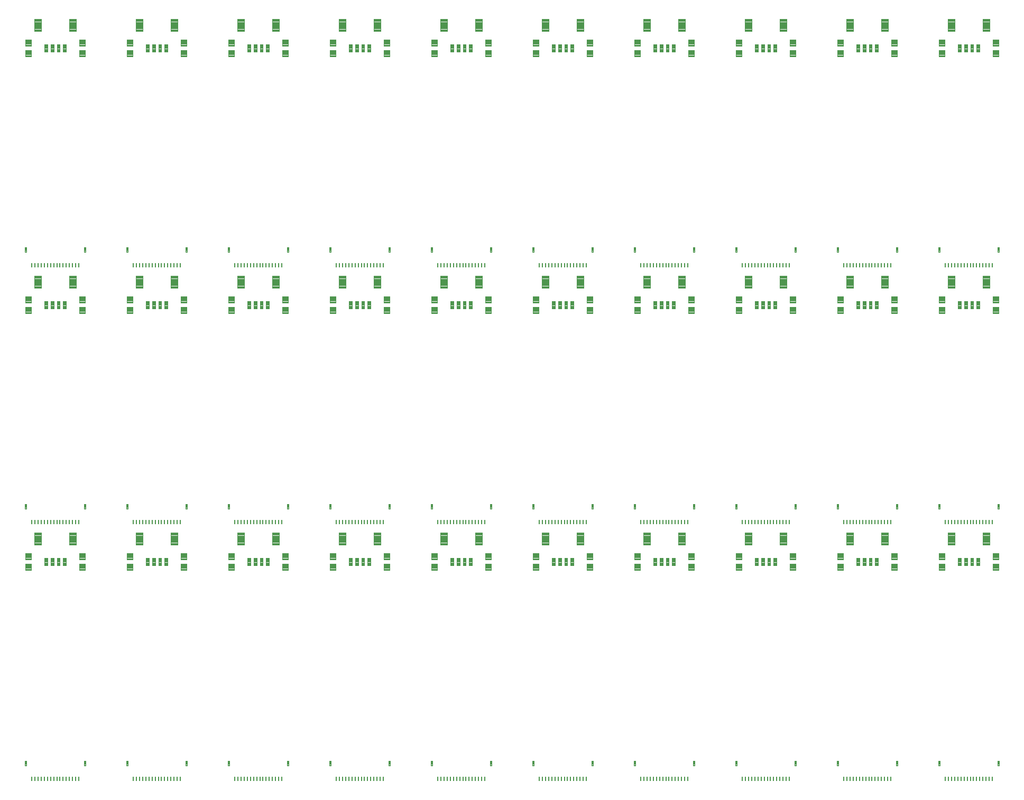
<source format=gtp>
G04 EAGLE Gerber RS-274X export*
G75*
%MOMM*%
%FSLAX34Y34*%
%LPD*%
%INSolderpaste Top*%
%IPPOS*%
%AMOC8*
5,1,8,0,0,1.08239X$1,22.5*%
G01*
%ADD10C,0.100000*%
%ADD11R,0.250000X0.650000*%
%ADD12C,0.096000*%
%ADD13C,0.102000*%


D10*
X99340Y35955D02*
X102340Y35955D01*
X102340Y28955D01*
X99340Y28955D01*
X99340Y35955D01*
X99340Y29905D02*
X102340Y29905D01*
X102340Y30855D02*
X99340Y30855D01*
X99340Y31805D02*
X102340Y31805D01*
X102340Y32755D02*
X99340Y32755D01*
X99340Y33705D02*
X102340Y33705D01*
X102340Y34655D02*
X99340Y34655D01*
X99340Y35605D02*
X102340Y35605D01*
D11*
X90840Y7455D03*
X85840Y7455D03*
D10*
X7340Y35955D02*
X4340Y35955D01*
X7340Y35955D02*
X7340Y28955D01*
X4340Y28955D01*
X4340Y35955D01*
X4340Y29905D02*
X7340Y29905D01*
X7340Y30855D02*
X4340Y30855D01*
X4340Y31805D02*
X7340Y31805D01*
X7340Y32755D02*
X4340Y32755D01*
X4340Y33705D02*
X7340Y33705D01*
X7340Y34655D02*
X4340Y34655D01*
X4340Y35605D02*
X7340Y35605D01*
D11*
X80840Y7455D03*
X75840Y7455D03*
X70840Y7455D03*
X65840Y7455D03*
X60840Y7455D03*
X55840Y7455D03*
X50840Y7455D03*
X45840Y7455D03*
X40840Y7455D03*
X35840Y7455D03*
X30840Y7455D03*
X25840Y7455D03*
X20840Y7455D03*
X15840Y7455D03*
D12*
X75820Y401870D02*
X86860Y401870D01*
X86860Y382830D01*
X75820Y382830D01*
X75820Y401870D01*
X75820Y383742D02*
X86860Y383742D01*
X86860Y384654D02*
X75820Y384654D01*
X75820Y385566D02*
X86860Y385566D01*
X86860Y386478D02*
X75820Y386478D01*
X75820Y387390D02*
X86860Y387390D01*
X86860Y388302D02*
X75820Y388302D01*
X75820Y389214D02*
X86860Y389214D01*
X86860Y390126D02*
X75820Y390126D01*
X75820Y391038D02*
X86860Y391038D01*
X86860Y391950D02*
X75820Y391950D01*
X75820Y392862D02*
X86860Y392862D01*
X86860Y393774D02*
X75820Y393774D01*
X75820Y394686D02*
X86860Y394686D01*
X86860Y395598D02*
X75820Y395598D01*
X75820Y396510D02*
X86860Y396510D01*
X86860Y397422D02*
X75820Y397422D01*
X75820Y398334D02*
X86860Y398334D01*
X86860Y399246D02*
X75820Y399246D01*
X75820Y400158D02*
X86860Y400158D01*
X86860Y401070D02*
X75820Y401070D01*
X30860Y401870D02*
X19820Y401870D01*
X30860Y401870D02*
X30860Y382830D01*
X19820Y382830D01*
X19820Y401870D01*
X19820Y383742D02*
X30860Y383742D01*
X30860Y384654D02*
X19820Y384654D01*
X19820Y385566D02*
X30860Y385566D01*
X30860Y386478D02*
X19820Y386478D01*
X19820Y387390D02*
X30860Y387390D01*
X30860Y388302D02*
X19820Y388302D01*
X19820Y389214D02*
X30860Y389214D01*
X30860Y390126D02*
X19820Y390126D01*
X19820Y391038D02*
X30860Y391038D01*
X30860Y391950D02*
X19820Y391950D01*
X19820Y392862D02*
X30860Y392862D01*
X30860Y393774D02*
X19820Y393774D01*
X19820Y394686D02*
X30860Y394686D01*
X30860Y395598D02*
X19820Y395598D01*
X19820Y396510D02*
X30860Y396510D01*
X30860Y397422D02*
X19820Y397422D01*
X19820Y398334D02*
X30860Y398334D01*
X30860Y399246D02*
X19820Y399246D01*
X19820Y400158D02*
X30860Y400158D01*
X30860Y401070D02*
X19820Y401070D01*
D13*
X65850Y361840D02*
X70830Y361840D01*
X70830Y349360D01*
X65850Y349360D01*
X65850Y361840D01*
X65850Y350329D02*
X70830Y350329D01*
X70830Y351298D02*
X65850Y351298D01*
X65850Y352267D02*
X70830Y352267D01*
X70830Y353236D02*
X65850Y353236D01*
X65850Y354205D02*
X70830Y354205D01*
X70830Y355174D02*
X65850Y355174D01*
X65850Y356143D02*
X70830Y356143D01*
X70830Y357112D02*
X65850Y357112D01*
X65850Y358081D02*
X70830Y358081D01*
X70830Y359050D02*
X65850Y359050D01*
X65850Y360019D02*
X70830Y360019D01*
X70830Y360988D02*
X65850Y360988D01*
X60830Y361840D02*
X55850Y361840D01*
X60830Y361840D02*
X60830Y349360D01*
X55850Y349360D01*
X55850Y361840D01*
X55850Y350329D02*
X60830Y350329D01*
X60830Y351298D02*
X55850Y351298D01*
X55850Y352267D02*
X60830Y352267D01*
X60830Y353236D02*
X55850Y353236D01*
X55850Y354205D02*
X60830Y354205D01*
X60830Y355174D02*
X55850Y355174D01*
X55850Y356143D02*
X60830Y356143D01*
X60830Y357112D02*
X55850Y357112D01*
X55850Y358081D02*
X60830Y358081D01*
X60830Y359050D02*
X55850Y359050D01*
X55850Y360019D02*
X60830Y360019D01*
X60830Y360988D02*
X55850Y360988D01*
X50830Y361840D02*
X45850Y361840D01*
X50830Y361840D02*
X50830Y349360D01*
X45850Y349360D01*
X45850Y361840D01*
X45850Y350329D02*
X50830Y350329D01*
X50830Y351298D02*
X45850Y351298D01*
X45850Y352267D02*
X50830Y352267D01*
X50830Y353236D02*
X45850Y353236D01*
X45850Y354205D02*
X50830Y354205D01*
X50830Y355174D02*
X45850Y355174D01*
X45850Y356143D02*
X50830Y356143D01*
X50830Y357112D02*
X45850Y357112D01*
X45850Y358081D02*
X50830Y358081D01*
X50830Y359050D02*
X45850Y359050D01*
X45850Y360019D02*
X50830Y360019D01*
X50830Y360988D02*
X45850Y360988D01*
X40830Y361840D02*
X35850Y361840D01*
X40830Y361840D02*
X40830Y349360D01*
X35850Y349360D01*
X35850Y361840D01*
X35850Y350329D02*
X40830Y350329D01*
X40830Y351298D02*
X35850Y351298D01*
X35850Y352267D02*
X40830Y352267D01*
X40830Y353236D02*
X35850Y353236D01*
X35850Y354205D02*
X40830Y354205D01*
X40830Y355174D02*
X35850Y355174D01*
X35850Y356143D02*
X40830Y356143D01*
X40830Y357112D02*
X35850Y357112D01*
X35850Y358081D02*
X40830Y358081D01*
X40830Y359050D02*
X35850Y359050D01*
X35850Y360019D02*
X40830Y360019D01*
X40830Y360988D02*
X35850Y360988D01*
D10*
X5660Y359100D02*
X5660Y369100D01*
X14660Y369100D01*
X14660Y359100D01*
X5660Y359100D01*
X5660Y360050D02*
X14660Y360050D01*
X14660Y361000D02*
X5660Y361000D01*
X5660Y361950D02*
X14660Y361950D01*
X14660Y362900D02*
X5660Y362900D01*
X5660Y363850D02*
X14660Y363850D01*
X14660Y364800D02*
X5660Y364800D01*
X5660Y365750D02*
X14660Y365750D01*
X14660Y366700D02*
X5660Y366700D01*
X5660Y367650D02*
X14660Y367650D01*
X14660Y368600D02*
X5660Y368600D01*
X5660Y352100D02*
X5660Y342100D01*
X5660Y352100D02*
X14660Y352100D01*
X14660Y342100D01*
X5660Y342100D01*
X5660Y343050D02*
X14660Y343050D01*
X14660Y344000D02*
X5660Y344000D01*
X5660Y344950D02*
X14660Y344950D01*
X14660Y345900D02*
X5660Y345900D01*
X5660Y346850D02*
X14660Y346850D01*
X14660Y347800D02*
X5660Y347800D01*
X5660Y348750D02*
X14660Y348750D01*
X14660Y349700D02*
X5660Y349700D01*
X5660Y350650D02*
X14660Y350650D01*
X14660Y351600D02*
X5660Y351600D01*
X92020Y359100D02*
X92020Y369100D01*
X101020Y369100D01*
X101020Y359100D01*
X92020Y359100D01*
X92020Y360050D02*
X101020Y360050D01*
X101020Y361000D02*
X92020Y361000D01*
X92020Y361950D02*
X101020Y361950D01*
X101020Y362900D02*
X92020Y362900D01*
X92020Y363850D02*
X101020Y363850D01*
X101020Y364800D02*
X92020Y364800D01*
X92020Y365750D02*
X101020Y365750D01*
X101020Y366700D02*
X92020Y366700D01*
X92020Y367650D02*
X101020Y367650D01*
X101020Y368600D02*
X92020Y368600D01*
X92020Y352100D02*
X92020Y342100D01*
X92020Y352100D02*
X101020Y352100D01*
X101020Y342100D01*
X92020Y342100D01*
X92020Y343050D02*
X101020Y343050D01*
X101020Y344000D02*
X92020Y344000D01*
X92020Y344950D02*
X101020Y344950D01*
X101020Y345900D02*
X92020Y345900D01*
X92020Y346850D02*
X101020Y346850D01*
X101020Y347800D02*
X92020Y347800D01*
X92020Y348750D02*
X101020Y348750D01*
X101020Y349700D02*
X92020Y349700D01*
X92020Y350650D02*
X101020Y350650D01*
X101020Y351600D02*
X92020Y351600D01*
X261900Y35955D02*
X264900Y35955D01*
X264900Y28955D01*
X261900Y28955D01*
X261900Y35955D01*
X261900Y29905D02*
X264900Y29905D01*
X264900Y30855D02*
X261900Y30855D01*
X261900Y31805D02*
X264900Y31805D01*
X264900Y32755D02*
X261900Y32755D01*
X261900Y33705D02*
X264900Y33705D01*
X264900Y34655D02*
X261900Y34655D01*
X261900Y35605D02*
X264900Y35605D01*
D11*
X253400Y7455D03*
X248400Y7455D03*
D10*
X169900Y35955D02*
X166900Y35955D01*
X169900Y35955D02*
X169900Y28955D01*
X166900Y28955D01*
X166900Y35955D01*
X166900Y29905D02*
X169900Y29905D01*
X169900Y30855D02*
X166900Y30855D01*
X166900Y31805D02*
X169900Y31805D01*
X169900Y32755D02*
X166900Y32755D01*
X166900Y33705D02*
X169900Y33705D01*
X169900Y34655D02*
X166900Y34655D01*
X166900Y35605D02*
X169900Y35605D01*
D11*
X243400Y7455D03*
X238400Y7455D03*
X233400Y7455D03*
X228400Y7455D03*
X223400Y7455D03*
X218400Y7455D03*
X213400Y7455D03*
X208400Y7455D03*
X203400Y7455D03*
X198400Y7455D03*
X193400Y7455D03*
X188400Y7455D03*
X183400Y7455D03*
X178400Y7455D03*
D12*
X238380Y401870D02*
X249420Y401870D01*
X249420Y382830D01*
X238380Y382830D01*
X238380Y401870D01*
X238380Y383742D02*
X249420Y383742D01*
X249420Y384654D02*
X238380Y384654D01*
X238380Y385566D02*
X249420Y385566D01*
X249420Y386478D02*
X238380Y386478D01*
X238380Y387390D02*
X249420Y387390D01*
X249420Y388302D02*
X238380Y388302D01*
X238380Y389214D02*
X249420Y389214D01*
X249420Y390126D02*
X238380Y390126D01*
X238380Y391038D02*
X249420Y391038D01*
X249420Y391950D02*
X238380Y391950D01*
X238380Y392862D02*
X249420Y392862D01*
X249420Y393774D02*
X238380Y393774D01*
X238380Y394686D02*
X249420Y394686D01*
X249420Y395598D02*
X238380Y395598D01*
X238380Y396510D02*
X249420Y396510D01*
X249420Y397422D02*
X238380Y397422D01*
X238380Y398334D02*
X249420Y398334D01*
X249420Y399246D02*
X238380Y399246D01*
X238380Y400158D02*
X249420Y400158D01*
X249420Y401070D02*
X238380Y401070D01*
X193420Y401870D02*
X182380Y401870D01*
X193420Y401870D02*
X193420Y382830D01*
X182380Y382830D01*
X182380Y401870D01*
X182380Y383742D02*
X193420Y383742D01*
X193420Y384654D02*
X182380Y384654D01*
X182380Y385566D02*
X193420Y385566D01*
X193420Y386478D02*
X182380Y386478D01*
X182380Y387390D02*
X193420Y387390D01*
X193420Y388302D02*
X182380Y388302D01*
X182380Y389214D02*
X193420Y389214D01*
X193420Y390126D02*
X182380Y390126D01*
X182380Y391038D02*
X193420Y391038D01*
X193420Y391950D02*
X182380Y391950D01*
X182380Y392862D02*
X193420Y392862D01*
X193420Y393774D02*
X182380Y393774D01*
X182380Y394686D02*
X193420Y394686D01*
X193420Y395598D02*
X182380Y395598D01*
X182380Y396510D02*
X193420Y396510D01*
X193420Y397422D02*
X182380Y397422D01*
X182380Y398334D02*
X193420Y398334D01*
X193420Y399246D02*
X182380Y399246D01*
X182380Y400158D02*
X193420Y400158D01*
X193420Y401070D02*
X182380Y401070D01*
D13*
X228410Y361840D02*
X233390Y361840D01*
X233390Y349360D01*
X228410Y349360D01*
X228410Y361840D01*
X228410Y350329D02*
X233390Y350329D01*
X233390Y351298D02*
X228410Y351298D01*
X228410Y352267D02*
X233390Y352267D01*
X233390Y353236D02*
X228410Y353236D01*
X228410Y354205D02*
X233390Y354205D01*
X233390Y355174D02*
X228410Y355174D01*
X228410Y356143D02*
X233390Y356143D01*
X233390Y357112D02*
X228410Y357112D01*
X228410Y358081D02*
X233390Y358081D01*
X233390Y359050D02*
X228410Y359050D01*
X228410Y360019D02*
X233390Y360019D01*
X233390Y360988D02*
X228410Y360988D01*
X223390Y361840D02*
X218410Y361840D01*
X223390Y361840D02*
X223390Y349360D01*
X218410Y349360D01*
X218410Y361840D01*
X218410Y350329D02*
X223390Y350329D01*
X223390Y351298D02*
X218410Y351298D01*
X218410Y352267D02*
X223390Y352267D01*
X223390Y353236D02*
X218410Y353236D01*
X218410Y354205D02*
X223390Y354205D01*
X223390Y355174D02*
X218410Y355174D01*
X218410Y356143D02*
X223390Y356143D01*
X223390Y357112D02*
X218410Y357112D01*
X218410Y358081D02*
X223390Y358081D01*
X223390Y359050D02*
X218410Y359050D01*
X218410Y360019D02*
X223390Y360019D01*
X223390Y360988D02*
X218410Y360988D01*
X213390Y361840D02*
X208410Y361840D01*
X213390Y361840D02*
X213390Y349360D01*
X208410Y349360D01*
X208410Y361840D01*
X208410Y350329D02*
X213390Y350329D01*
X213390Y351298D02*
X208410Y351298D01*
X208410Y352267D02*
X213390Y352267D01*
X213390Y353236D02*
X208410Y353236D01*
X208410Y354205D02*
X213390Y354205D01*
X213390Y355174D02*
X208410Y355174D01*
X208410Y356143D02*
X213390Y356143D01*
X213390Y357112D02*
X208410Y357112D01*
X208410Y358081D02*
X213390Y358081D01*
X213390Y359050D02*
X208410Y359050D01*
X208410Y360019D02*
X213390Y360019D01*
X213390Y360988D02*
X208410Y360988D01*
X203390Y361840D02*
X198410Y361840D01*
X203390Y361840D02*
X203390Y349360D01*
X198410Y349360D01*
X198410Y361840D01*
X198410Y350329D02*
X203390Y350329D01*
X203390Y351298D02*
X198410Y351298D01*
X198410Y352267D02*
X203390Y352267D01*
X203390Y353236D02*
X198410Y353236D01*
X198410Y354205D02*
X203390Y354205D01*
X203390Y355174D02*
X198410Y355174D01*
X198410Y356143D02*
X203390Y356143D01*
X203390Y357112D02*
X198410Y357112D01*
X198410Y358081D02*
X203390Y358081D01*
X203390Y359050D02*
X198410Y359050D01*
X198410Y360019D02*
X203390Y360019D01*
X203390Y360988D02*
X198410Y360988D01*
D10*
X168220Y359100D02*
X168220Y369100D01*
X177220Y369100D01*
X177220Y359100D01*
X168220Y359100D01*
X168220Y360050D02*
X177220Y360050D01*
X177220Y361000D02*
X168220Y361000D01*
X168220Y361950D02*
X177220Y361950D01*
X177220Y362900D02*
X168220Y362900D01*
X168220Y363850D02*
X177220Y363850D01*
X177220Y364800D02*
X168220Y364800D01*
X168220Y365750D02*
X177220Y365750D01*
X177220Y366700D02*
X168220Y366700D01*
X168220Y367650D02*
X177220Y367650D01*
X177220Y368600D02*
X168220Y368600D01*
X168220Y352100D02*
X168220Y342100D01*
X168220Y352100D02*
X177220Y352100D01*
X177220Y342100D01*
X168220Y342100D01*
X168220Y343050D02*
X177220Y343050D01*
X177220Y344000D02*
X168220Y344000D01*
X168220Y344950D02*
X177220Y344950D01*
X177220Y345900D02*
X168220Y345900D01*
X168220Y346850D02*
X177220Y346850D01*
X177220Y347800D02*
X168220Y347800D01*
X168220Y348750D02*
X177220Y348750D01*
X177220Y349700D02*
X168220Y349700D01*
X168220Y350650D02*
X177220Y350650D01*
X177220Y351600D02*
X168220Y351600D01*
X254580Y359100D02*
X254580Y369100D01*
X263580Y369100D01*
X263580Y359100D01*
X254580Y359100D01*
X254580Y360050D02*
X263580Y360050D01*
X263580Y361000D02*
X254580Y361000D01*
X254580Y361950D02*
X263580Y361950D01*
X263580Y362900D02*
X254580Y362900D01*
X254580Y363850D02*
X263580Y363850D01*
X263580Y364800D02*
X254580Y364800D01*
X254580Y365750D02*
X263580Y365750D01*
X263580Y366700D02*
X254580Y366700D01*
X254580Y367650D02*
X263580Y367650D01*
X263580Y368600D02*
X254580Y368600D01*
X254580Y352100D02*
X254580Y342100D01*
X254580Y352100D02*
X263580Y352100D01*
X263580Y342100D01*
X254580Y342100D01*
X254580Y343050D02*
X263580Y343050D01*
X263580Y344000D02*
X254580Y344000D01*
X254580Y344950D02*
X263580Y344950D01*
X263580Y345900D02*
X254580Y345900D01*
X254580Y346850D02*
X263580Y346850D01*
X263580Y347800D02*
X254580Y347800D01*
X254580Y348750D02*
X263580Y348750D01*
X263580Y349700D02*
X254580Y349700D01*
X254580Y350650D02*
X263580Y350650D01*
X263580Y351600D02*
X254580Y351600D01*
X424460Y35955D02*
X427460Y35955D01*
X427460Y28955D01*
X424460Y28955D01*
X424460Y35955D01*
X424460Y29905D02*
X427460Y29905D01*
X427460Y30855D02*
X424460Y30855D01*
X424460Y31805D02*
X427460Y31805D01*
X427460Y32755D02*
X424460Y32755D01*
X424460Y33705D02*
X427460Y33705D01*
X427460Y34655D02*
X424460Y34655D01*
X424460Y35605D02*
X427460Y35605D01*
D11*
X415960Y7455D03*
X410960Y7455D03*
D10*
X332460Y35955D02*
X329460Y35955D01*
X332460Y35955D02*
X332460Y28955D01*
X329460Y28955D01*
X329460Y35955D01*
X329460Y29905D02*
X332460Y29905D01*
X332460Y30855D02*
X329460Y30855D01*
X329460Y31805D02*
X332460Y31805D01*
X332460Y32755D02*
X329460Y32755D01*
X329460Y33705D02*
X332460Y33705D01*
X332460Y34655D02*
X329460Y34655D01*
X329460Y35605D02*
X332460Y35605D01*
D11*
X405960Y7455D03*
X400960Y7455D03*
X395960Y7455D03*
X390960Y7455D03*
X385960Y7455D03*
X380960Y7455D03*
X375960Y7455D03*
X370960Y7455D03*
X365960Y7455D03*
X360960Y7455D03*
X355960Y7455D03*
X350960Y7455D03*
X345960Y7455D03*
X340960Y7455D03*
D12*
X400940Y401870D02*
X411980Y401870D01*
X411980Y382830D01*
X400940Y382830D01*
X400940Y401870D01*
X400940Y383742D02*
X411980Y383742D01*
X411980Y384654D02*
X400940Y384654D01*
X400940Y385566D02*
X411980Y385566D01*
X411980Y386478D02*
X400940Y386478D01*
X400940Y387390D02*
X411980Y387390D01*
X411980Y388302D02*
X400940Y388302D01*
X400940Y389214D02*
X411980Y389214D01*
X411980Y390126D02*
X400940Y390126D01*
X400940Y391038D02*
X411980Y391038D01*
X411980Y391950D02*
X400940Y391950D01*
X400940Y392862D02*
X411980Y392862D01*
X411980Y393774D02*
X400940Y393774D01*
X400940Y394686D02*
X411980Y394686D01*
X411980Y395598D02*
X400940Y395598D01*
X400940Y396510D02*
X411980Y396510D01*
X411980Y397422D02*
X400940Y397422D01*
X400940Y398334D02*
X411980Y398334D01*
X411980Y399246D02*
X400940Y399246D01*
X400940Y400158D02*
X411980Y400158D01*
X411980Y401070D02*
X400940Y401070D01*
X355980Y401870D02*
X344940Y401870D01*
X355980Y401870D02*
X355980Y382830D01*
X344940Y382830D01*
X344940Y401870D01*
X344940Y383742D02*
X355980Y383742D01*
X355980Y384654D02*
X344940Y384654D01*
X344940Y385566D02*
X355980Y385566D01*
X355980Y386478D02*
X344940Y386478D01*
X344940Y387390D02*
X355980Y387390D01*
X355980Y388302D02*
X344940Y388302D01*
X344940Y389214D02*
X355980Y389214D01*
X355980Y390126D02*
X344940Y390126D01*
X344940Y391038D02*
X355980Y391038D01*
X355980Y391950D02*
X344940Y391950D01*
X344940Y392862D02*
X355980Y392862D01*
X355980Y393774D02*
X344940Y393774D01*
X344940Y394686D02*
X355980Y394686D01*
X355980Y395598D02*
X344940Y395598D01*
X344940Y396510D02*
X355980Y396510D01*
X355980Y397422D02*
X344940Y397422D01*
X344940Y398334D02*
X355980Y398334D01*
X355980Y399246D02*
X344940Y399246D01*
X344940Y400158D02*
X355980Y400158D01*
X355980Y401070D02*
X344940Y401070D01*
D13*
X390970Y361840D02*
X395950Y361840D01*
X395950Y349360D01*
X390970Y349360D01*
X390970Y361840D01*
X390970Y350329D02*
X395950Y350329D01*
X395950Y351298D02*
X390970Y351298D01*
X390970Y352267D02*
X395950Y352267D01*
X395950Y353236D02*
X390970Y353236D01*
X390970Y354205D02*
X395950Y354205D01*
X395950Y355174D02*
X390970Y355174D01*
X390970Y356143D02*
X395950Y356143D01*
X395950Y357112D02*
X390970Y357112D01*
X390970Y358081D02*
X395950Y358081D01*
X395950Y359050D02*
X390970Y359050D01*
X390970Y360019D02*
X395950Y360019D01*
X395950Y360988D02*
X390970Y360988D01*
X385950Y361840D02*
X380970Y361840D01*
X385950Y361840D02*
X385950Y349360D01*
X380970Y349360D01*
X380970Y361840D01*
X380970Y350329D02*
X385950Y350329D01*
X385950Y351298D02*
X380970Y351298D01*
X380970Y352267D02*
X385950Y352267D01*
X385950Y353236D02*
X380970Y353236D01*
X380970Y354205D02*
X385950Y354205D01*
X385950Y355174D02*
X380970Y355174D01*
X380970Y356143D02*
X385950Y356143D01*
X385950Y357112D02*
X380970Y357112D01*
X380970Y358081D02*
X385950Y358081D01*
X385950Y359050D02*
X380970Y359050D01*
X380970Y360019D02*
X385950Y360019D01*
X385950Y360988D02*
X380970Y360988D01*
X375950Y361840D02*
X370970Y361840D01*
X375950Y361840D02*
X375950Y349360D01*
X370970Y349360D01*
X370970Y361840D01*
X370970Y350329D02*
X375950Y350329D01*
X375950Y351298D02*
X370970Y351298D01*
X370970Y352267D02*
X375950Y352267D01*
X375950Y353236D02*
X370970Y353236D01*
X370970Y354205D02*
X375950Y354205D01*
X375950Y355174D02*
X370970Y355174D01*
X370970Y356143D02*
X375950Y356143D01*
X375950Y357112D02*
X370970Y357112D01*
X370970Y358081D02*
X375950Y358081D01*
X375950Y359050D02*
X370970Y359050D01*
X370970Y360019D02*
X375950Y360019D01*
X375950Y360988D02*
X370970Y360988D01*
X365950Y361840D02*
X360970Y361840D01*
X365950Y361840D02*
X365950Y349360D01*
X360970Y349360D01*
X360970Y361840D01*
X360970Y350329D02*
X365950Y350329D01*
X365950Y351298D02*
X360970Y351298D01*
X360970Y352267D02*
X365950Y352267D01*
X365950Y353236D02*
X360970Y353236D01*
X360970Y354205D02*
X365950Y354205D01*
X365950Y355174D02*
X360970Y355174D01*
X360970Y356143D02*
X365950Y356143D01*
X365950Y357112D02*
X360970Y357112D01*
X360970Y358081D02*
X365950Y358081D01*
X365950Y359050D02*
X360970Y359050D01*
X360970Y360019D02*
X365950Y360019D01*
X365950Y360988D02*
X360970Y360988D01*
D10*
X330780Y359100D02*
X330780Y369100D01*
X339780Y369100D01*
X339780Y359100D01*
X330780Y359100D01*
X330780Y360050D02*
X339780Y360050D01*
X339780Y361000D02*
X330780Y361000D01*
X330780Y361950D02*
X339780Y361950D01*
X339780Y362900D02*
X330780Y362900D01*
X330780Y363850D02*
X339780Y363850D01*
X339780Y364800D02*
X330780Y364800D01*
X330780Y365750D02*
X339780Y365750D01*
X339780Y366700D02*
X330780Y366700D01*
X330780Y367650D02*
X339780Y367650D01*
X339780Y368600D02*
X330780Y368600D01*
X330780Y352100D02*
X330780Y342100D01*
X330780Y352100D02*
X339780Y352100D01*
X339780Y342100D01*
X330780Y342100D01*
X330780Y343050D02*
X339780Y343050D01*
X339780Y344000D02*
X330780Y344000D01*
X330780Y344950D02*
X339780Y344950D01*
X339780Y345900D02*
X330780Y345900D01*
X330780Y346850D02*
X339780Y346850D01*
X339780Y347800D02*
X330780Y347800D01*
X330780Y348750D02*
X339780Y348750D01*
X339780Y349700D02*
X330780Y349700D01*
X330780Y350650D02*
X339780Y350650D01*
X339780Y351600D02*
X330780Y351600D01*
X417140Y359100D02*
X417140Y369100D01*
X426140Y369100D01*
X426140Y359100D01*
X417140Y359100D01*
X417140Y360050D02*
X426140Y360050D01*
X426140Y361000D02*
X417140Y361000D01*
X417140Y361950D02*
X426140Y361950D01*
X426140Y362900D02*
X417140Y362900D01*
X417140Y363850D02*
X426140Y363850D01*
X426140Y364800D02*
X417140Y364800D01*
X417140Y365750D02*
X426140Y365750D01*
X426140Y366700D02*
X417140Y366700D01*
X417140Y367650D02*
X426140Y367650D01*
X426140Y368600D02*
X417140Y368600D01*
X417140Y352100D02*
X417140Y342100D01*
X417140Y352100D02*
X426140Y352100D01*
X426140Y342100D01*
X417140Y342100D01*
X417140Y343050D02*
X426140Y343050D01*
X426140Y344000D02*
X417140Y344000D01*
X417140Y344950D02*
X426140Y344950D01*
X426140Y345900D02*
X417140Y345900D01*
X417140Y346850D02*
X426140Y346850D01*
X426140Y347800D02*
X417140Y347800D01*
X417140Y348750D02*
X426140Y348750D01*
X426140Y349700D02*
X417140Y349700D01*
X417140Y350650D02*
X426140Y350650D01*
X426140Y351600D02*
X417140Y351600D01*
X587020Y35955D02*
X590020Y35955D01*
X590020Y28955D01*
X587020Y28955D01*
X587020Y35955D01*
X587020Y29905D02*
X590020Y29905D01*
X590020Y30855D02*
X587020Y30855D01*
X587020Y31805D02*
X590020Y31805D01*
X590020Y32755D02*
X587020Y32755D01*
X587020Y33705D02*
X590020Y33705D01*
X590020Y34655D02*
X587020Y34655D01*
X587020Y35605D02*
X590020Y35605D01*
D11*
X578520Y7455D03*
X573520Y7455D03*
D10*
X495020Y35955D02*
X492020Y35955D01*
X495020Y35955D02*
X495020Y28955D01*
X492020Y28955D01*
X492020Y35955D01*
X492020Y29905D02*
X495020Y29905D01*
X495020Y30855D02*
X492020Y30855D01*
X492020Y31805D02*
X495020Y31805D01*
X495020Y32755D02*
X492020Y32755D01*
X492020Y33705D02*
X495020Y33705D01*
X495020Y34655D02*
X492020Y34655D01*
X492020Y35605D02*
X495020Y35605D01*
D11*
X568520Y7455D03*
X563520Y7455D03*
X558520Y7455D03*
X553520Y7455D03*
X548520Y7455D03*
X543520Y7455D03*
X538520Y7455D03*
X533520Y7455D03*
X528520Y7455D03*
X523520Y7455D03*
X518520Y7455D03*
X513520Y7455D03*
X508520Y7455D03*
X503520Y7455D03*
D12*
X563500Y401870D02*
X574540Y401870D01*
X574540Y382830D01*
X563500Y382830D01*
X563500Y401870D01*
X563500Y383742D02*
X574540Y383742D01*
X574540Y384654D02*
X563500Y384654D01*
X563500Y385566D02*
X574540Y385566D01*
X574540Y386478D02*
X563500Y386478D01*
X563500Y387390D02*
X574540Y387390D01*
X574540Y388302D02*
X563500Y388302D01*
X563500Y389214D02*
X574540Y389214D01*
X574540Y390126D02*
X563500Y390126D01*
X563500Y391038D02*
X574540Y391038D01*
X574540Y391950D02*
X563500Y391950D01*
X563500Y392862D02*
X574540Y392862D01*
X574540Y393774D02*
X563500Y393774D01*
X563500Y394686D02*
X574540Y394686D01*
X574540Y395598D02*
X563500Y395598D01*
X563500Y396510D02*
X574540Y396510D01*
X574540Y397422D02*
X563500Y397422D01*
X563500Y398334D02*
X574540Y398334D01*
X574540Y399246D02*
X563500Y399246D01*
X563500Y400158D02*
X574540Y400158D01*
X574540Y401070D02*
X563500Y401070D01*
X518540Y401870D02*
X507500Y401870D01*
X518540Y401870D02*
X518540Y382830D01*
X507500Y382830D01*
X507500Y401870D01*
X507500Y383742D02*
X518540Y383742D01*
X518540Y384654D02*
X507500Y384654D01*
X507500Y385566D02*
X518540Y385566D01*
X518540Y386478D02*
X507500Y386478D01*
X507500Y387390D02*
X518540Y387390D01*
X518540Y388302D02*
X507500Y388302D01*
X507500Y389214D02*
X518540Y389214D01*
X518540Y390126D02*
X507500Y390126D01*
X507500Y391038D02*
X518540Y391038D01*
X518540Y391950D02*
X507500Y391950D01*
X507500Y392862D02*
X518540Y392862D01*
X518540Y393774D02*
X507500Y393774D01*
X507500Y394686D02*
X518540Y394686D01*
X518540Y395598D02*
X507500Y395598D01*
X507500Y396510D02*
X518540Y396510D01*
X518540Y397422D02*
X507500Y397422D01*
X507500Y398334D02*
X518540Y398334D01*
X518540Y399246D02*
X507500Y399246D01*
X507500Y400158D02*
X518540Y400158D01*
X518540Y401070D02*
X507500Y401070D01*
D13*
X553530Y361840D02*
X558510Y361840D01*
X558510Y349360D01*
X553530Y349360D01*
X553530Y361840D01*
X553530Y350329D02*
X558510Y350329D01*
X558510Y351298D02*
X553530Y351298D01*
X553530Y352267D02*
X558510Y352267D01*
X558510Y353236D02*
X553530Y353236D01*
X553530Y354205D02*
X558510Y354205D01*
X558510Y355174D02*
X553530Y355174D01*
X553530Y356143D02*
X558510Y356143D01*
X558510Y357112D02*
X553530Y357112D01*
X553530Y358081D02*
X558510Y358081D01*
X558510Y359050D02*
X553530Y359050D01*
X553530Y360019D02*
X558510Y360019D01*
X558510Y360988D02*
X553530Y360988D01*
X548510Y361840D02*
X543530Y361840D01*
X548510Y361840D02*
X548510Y349360D01*
X543530Y349360D01*
X543530Y361840D01*
X543530Y350329D02*
X548510Y350329D01*
X548510Y351298D02*
X543530Y351298D01*
X543530Y352267D02*
X548510Y352267D01*
X548510Y353236D02*
X543530Y353236D01*
X543530Y354205D02*
X548510Y354205D01*
X548510Y355174D02*
X543530Y355174D01*
X543530Y356143D02*
X548510Y356143D01*
X548510Y357112D02*
X543530Y357112D01*
X543530Y358081D02*
X548510Y358081D01*
X548510Y359050D02*
X543530Y359050D01*
X543530Y360019D02*
X548510Y360019D01*
X548510Y360988D02*
X543530Y360988D01*
X538510Y361840D02*
X533530Y361840D01*
X538510Y361840D02*
X538510Y349360D01*
X533530Y349360D01*
X533530Y361840D01*
X533530Y350329D02*
X538510Y350329D01*
X538510Y351298D02*
X533530Y351298D01*
X533530Y352267D02*
X538510Y352267D01*
X538510Y353236D02*
X533530Y353236D01*
X533530Y354205D02*
X538510Y354205D01*
X538510Y355174D02*
X533530Y355174D01*
X533530Y356143D02*
X538510Y356143D01*
X538510Y357112D02*
X533530Y357112D01*
X533530Y358081D02*
X538510Y358081D01*
X538510Y359050D02*
X533530Y359050D01*
X533530Y360019D02*
X538510Y360019D01*
X538510Y360988D02*
X533530Y360988D01*
X528510Y361840D02*
X523530Y361840D01*
X528510Y361840D02*
X528510Y349360D01*
X523530Y349360D01*
X523530Y361840D01*
X523530Y350329D02*
X528510Y350329D01*
X528510Y351298D02*
X523530Y351298D01*
X523530Y352267D02*
X528510Y352267D01*
X528510Y353236D02*
X523530Y353236D01*
X523530Y354205D02*
X528510Y354205D01*
X528510Y355174D02*
X523530Y355174D01*
X523530Y356143D02*
X528510Y356143D01*
X528510Y357112D02*
X523530Y357112D01*
X523530Y358081D02*
X528510Y358081D01*
X528510Y359050D02*
X523530Y359050D01*
X523530Y360019D02*
X528510Y360019D01*
X528510Y360988D02*
X523530Y360988D01*
D10*
X493340Y359100D02*
X493340Y369100D01*
X502340Y369100D01*
X502340Y359100D01*
X493340Y359100D01*
X493340Y360050D02*
X502340Y360050D01*
X502340Y361000D02*
X493340Y361000D01*
X493340Y361950D02*
X502340Y361950D01*
X502340Y362900D02*
X493340Y362900D01*
X493340Y363850D02*
X502340Y363850D01*
X502340Y364800D02*
X493340Y364800D01*
X493340Y365750D02*
X502340Y365750D01*
X502340Y366700D02*
X493340Y366700D01*
X493340Y367650D02*
X502340Y367650D01*
X502340Y368600D02*
X493340Y368600D01*
X493340Y352100D02*
X493340Y342100D01*
X493340Y352100D02*
X502340Y352100D01*
X502340Y342100D01*
X493340Y342100D01*
X493340Y343050D02*
X502340Y343050D01*
X502340Y344000D02*
X493340Y344000D01*
X493340Y344950D02*
X502340Y344950D01*
X502340Y345900D02*
X493340Y345900D01*
X493340Y346850D02*
X502340Y346850D01*
X502340Y347800D02*
X493340Y347800D01*
X493340Y348750D02*
X502340Y348750D01*
X502340Y349700D02*
X493340Y349700D01*
X493340Y350650D02*
X502340Y350650D01*
X502340Y351600D02*
X493340Y351600D01*
X579700Y359100D02*
X579700Y369100D01*
X588700Y369100D01*
X588700Y359100D01*
X579700Y359100D01*
X579700Y360050D02*
X588700Y360050D01*
X588700Y361000D02*
X579700Y361000D01*
X579700Y361950D02*
X588700Y361950D01*
X588700Y362900D02*
X579700Y362900D01*
X579700Y363850D02*
X588700Y363850D01*
X588700Y364800D02*
X579700Y364800D01*
X579700Y365750D02*
X588700Y365750D01*
X588700Y366700D02*
X579700Y366700D01*
X579700Y367650D02*
X588700Y367650D01*
X588700Y368600D02*
X579700Y368600D01*
X579700Y352100D02*
X579700Y342100D01*
X579700Y352100D02*
X588700Y352100D01*
X588700Y342100D01*
X579700Y342100D01*
X579700Y343050D02*
X588700Y343050D01*
X588700Y344000D02*
X579700Y344000D01*
X579700Y344950D02*
X588700Y344950D01*
X588700Y345900D02*
X579700Y345900D01*
X579700Y346850D02*
X588700Y346850D01*
X588700Y347800D02*
X579700Y347800D01*
X579700Y348750D02*
X588700Y348750D01*
X588700Y349700D02*
X579700Y349700D01*
X579700Y350650D02*
X588700Y350650D01*
X588700Y351600D02*
X579700Y351600D01*
X749580Y35955D02*
X752580Y35955D01*
X752580Y28955D01*
X749580Y28955D01*
X749580Y35955D01*
X749580Y29905D02*
X752580Y29905D01*
X752580Y30855D02*
X749580Y30855D01*
X749580Y31805D02*
X752580Y31805D01*
X752580Y32755D02*
X749580Y32755D01*
X749580Y33705D02*
X752580Y33705D01*
X752580Y34655D02*
X749580Y34655D01*
X749580Y35605D02*
X752580Y35605D01*
D11*
X741080Y7455D03*
X736080Y7455D03*
D10*
X657580Y35955D02*
X654580Y35955D01*
X657580Y35955D02*
X657580Y28955D01*
X654580Y28955D01*
X654580Y35955D01*
X654580Y29905D02*
X657580Y29905D01*
X657580Y30855D02*
X654580Y30855D01*
X654580Y31805D02*
X657580Y31805D01*
X657580Y32755D02*
X654580Y32755D01*
X654580Y33705D02*
X657580Y33705D01*
X657580Y34655D02*
X654580Y34655D01*
X654580Y35605D02*
X657580Y35605D01*
D11*
X731080Y7455D03*
X726080Y7455D03*
X721080Y7455D03*
X716080Y7455D03*
X711080Y7455D03*
X706080Y7455D03*
X701080Y7455D03*
X696080Y7455D03*
X691080Y7455D03*
X686080Y7455D03*
X681080Y7455D03*
X676080Y7455D03*
X671080Y7455D03*
X666080Y7455D03*
D12*
X726060Y401870D02*
X737100Y401870D01*
X737100Y382830D01*
X726060Y382830D01*
X726060Y401870D01*
X726060Y383742D02*
X737100Y383742D01*
X737100Y384654D02*
X726060Y384654D01*
X726060Y385566D02*
X737100Y385566D01*
X737100Y386478D02*
X726060Y386478D01*
X726060Y387390D02*
X737100Y387390D01*
X737100Y388302D02*
X726060Y388302D01*
X726060Y389214D02*
X737100Y389214D01*
X737100Y390126D02*
X726060Y390126D01*
X726060Y391038D02*
X737100Y391038D01*
X737100Y391950D02*
X726060Y391950D01*
X726060Y392862D02*
X737100Y392862D01*
X737100Y393774D02*
X726060Y393774D01*
X726060Y394686D02*
X737100Y394686D01*
X737100Y395598D02*
X726060Y395598D01*
X726060Y396510D02*
X737100Y396510D01*
X737100Y397422D02*
X726060Y397422D01*
X726060Y398334D02*
X737100Y398334D01*
X737100Y399246D02*
X726060Y399246D01*
X726060Y400158D02*
X737100Y400158D01*
X737100Y401070D02*
X726060Y401070D01*
X681100Y401870D02*
X670060Y401870D01*
X681100Y401870D02*
X681100Y382830D01*
X670060Y382830D01*
X670060Y401870D01*
X670060Y383742D02*
X681100Y383742D01*
X681100Y384654D02*
X670060Y384654D01*
X670060Y385566D02*
X681100Y385566D01*
X681100Y386478D02*
X670060Y386478D01*
X670060Y387390D02*
X681100Y387390D01*
X681100Y388302D02*
X670060Y388302D01*
X670060Y389214D02*
X681100Y389214D01*
X681100Y390126D02*
X670060Y390126D01*
X670060Y391038D02*
X681100Y391038D01*
X681100Y391950D02*
X670060Y391950D01*
X670060Y392862D02*
X681100Y392862D01*
X681100Y393774D02*
X670060Y393774D01*
X670060Y394686D02*
X681100Y394686D01*
X681100Y395598D02*
X670060Y395598D01*
X670060Y396510D02*
X681100Y396510D01*
X681100Y397422D02*
X670060Y397422D01*
X670060Y398334D02*
X681100Y398334D01*
X681100Y399246D02*
X670060Y399246D01*
X670060Y400158D02*
X681100Y400158D01*
X681100Y401070D02*
X670060Y401070D01*
D13*
X716090Y361840D02*
X721070Y361840D01*
X721070Y349360D01*
X716090Y349360D01*
X716090Y361840D01*
X716090Y350329D02*
X721070Y350329D01*
X721070Y351298D02*
X716090Y351298D01*
X716090Y352267D02*
X721070Y352267D01*
X721070Y353236D02*
X716090Y353236D01*
X716090Y354205D02*
X721070Y354205D01*
X721070Y355174D02*
X716090Y355174D01*
X716090Y356143D02*
X721070Y356143D01*
X721070Y357112D02*
X716090Y357112D01*
X716090Y358081D02*
X721070Y358081D01*
X721070Y359050D02*
X716090Y359050D01*
X716090Y360019D02*
X721070Y360019D01*
X721070Y360988D02*
X716090Y360988D01*
X711070Y361840D02*
X706090Y361840D01*
X711070Y361840D02*
X711070Y349360D01*
X706090Y349360D01*
X706090Y361840D01*
X706090Y350329D02*
X711070Y350329D01*
X711070Y351298D02*
X706090Y351298D01*
X706090Y352267D02*
X711070Y352267D01*
X711070Y353236D02*
X706090Y353236D01*
X706090Y354205D02*
X711070Y354205D01*
X711070Y355174D02*
X706090Y355174D01*
X706090Y356143D02*
X711070Y356143D01*
X711070Y357112D02*
X706090Y357112D01*
X706090Y358081D02*
X711070Y358081D01*
X711070Y359050D02*
X706090Y359050D01*
X706090Y360019D02*
X711070Y360019D01*
X711070Y360988D02*
X706090Y360988D01*
X701070Y361840D02*
X696090Y361840D01*
X701070Y361840D02*
X701070Y349360D01*
X696090Y349360D01*
X696090Y361840D01*
X696090Y350329D02*
X701070Y350329D01*
X701070Y351298D02*
X696090Y351298D01*
X696090Y352267D02*
X701070Y352267D01*
X701070Y353236D02*
X696090Y353236D01*
X696090Y354205D02*
X701070Y354205D01*
X701070Y355174D02*
X696090Y355174D01*
X696090Y356143D02*
X701070Y356143D01*
X701070Y357112D02*
X696090Y357112D01*
X696090Y358081D02*
X701070Y358081D01*
X701070Y359050D02*
X696090Y359050D01*
X696090Y360019D02*
X701070Y360019D01*
X701070Y360988D02*
X696090Y360988D01*
X691070Y361840D02*
X686090Y361840D01*
X691070Y361840D02*
X691070Y349360D01*
X686090Y349360D01*
X686090Y361840D01*
X686090Y350329D02*
X691070Y350329D01*
X691070Y351298D02*
X686090Y351298D01*
X686090Y352267D02*
X691070Y352267D01*
X691070Y353236D02*
X686090Y353236D01*
X686090Y354205D02*
X691070Y354205D01*
X691070Y355174D02*
X686090Y355174D01*
X686090Y356143D02*
X691070Y356143D01*
X691070Y357112D02*
X686090Y357112D01*
X686090Y358081D02*
X691070Y358081D01*
X691070Y359050D02*
X686090Y359050D01*
X686090Y360019D02*
X691070Y360019D01*
X691070Y360988D02*
X686090Y360988D01*
D10*
X655900Y359100D02*
X655900Y369100D01*
X664900Y369100D01*
X664900Y359100D01*
X655900Y359100D01*
X655900Y360050D02*
X664900Y360050D01*
X664900Y361000D02*
X655900Y361000D01*
X655900Y361950D02*
X664900Y361950D01*
X664900Y362900D02*
X655900Y362900D01*
X655900Y363850D02*
X664900Y363850D01*
X664900Y364800D02*
X655900Y364800D01*
X655900Y365750D02*
X664900Y365750D01*
X664900Y366700D02*
X655900Y366700D01*
X655900Y367650D02*
X664900Y367650D01*
X664900Y368600D02*
X655900Y368600D01*
X655900Y352100D02*
X655900Y342100D01*
X655900Y352100D02*
X664900Y352100D01*
X664900Y342100D01*
X655900Y342100D01*
X655900Y343050D02*
X664900Y343050D01*
X664900Y344000D02*
X655900Y344000D01*
X655900Y344950D02*
X664900Y344950D01*
X664900Y345900D02*
X655900Y345900D01*
X655900Y346850D02*
X664900Y346850D01*
X664900Y347800D02*
X655900Y347800D01*
X655900Y348750D02*
X664900Y348750D01*
X664900Y349700D02*
X655900Y349700D01*
X655900Y350650D02*
X664900Y350650D01*
X664900Y351600D02*
X655900Y351600D01*
X742260Y359100D02*
X742260Y369100D01*
X751260Y369100D01*
X751260Y359100D01*
X742260Y359100D01*
X742260Y360050D02*
X751260Y360050D01*
X751260Y361000D02*
X742260Y361000D01*
X742260Y361950D02*
X751260Y361950D01*
X751260Y362900D02*
X742260Y362900D01*
X742260Y363850D02*
X751260Y363850D01*
X751260Y364800D02*
X742260Y364800D01*
X742260Y365750D02*
X751260Y365750D01*
X751260Y366700D02*
X742260Y366700D01*
X742260Y367650D02*
X751260Y367650D01*
X751260Y368600D02*
X742260Y368600D01*
X742260Y352100D02*
X742260Y342100D01*
X742260Y352100D02*
X751260Y352100D01*
X751260Y342100D01*
X742260Y342100D01*
X742260Y343050D02*
X751260Y343050D01*
X751260Y344000D02*
X742260Y344000D01*
X742260Y344950D02*
X751260Y344950D01*
X751260Y345900D02*
X742260Y345900D01*
X742260Y346850D02*
X751260Y346850D01*
X751260Y347800D02*
X742260Y347800D01*
X742260Y348750D02*
X751260Y348750D01*
X751260Y349700D02*
X742260Y349700D01*
X742260Y350650D02*
X751260Y350650D01*
X751260Y351600D02*
X742260Y351600D01*
X912140Y35955D02*
X915140Y35955D01*
X915140Y28955D01*
X912140Y28955D01*
X912140Y35955D01*
X912140Y29905D02*
X915140Y29905D01*
X915140Y30855D02*
X912140Y30855D01*
X912140Y31805D02*
X915140Y31805D01*
X915140Y32755D02*
X912140Y32755D01*
X912140Y33705D02*
X915140Y33705D01*
X915140Y34655D02*
X912140Y34655D01*
X912140Y35605D02*
X915140Y35605D01*
D11*
X903640Y7455D03*
X898640Y7455D03*
D10*
X820140Y35955D02*
X817140Y35955D01*
X820140Y35955D02*
X820140Y28955D01*
X817140Y28955D01*
X817140Y35955D01*
X817140Y29905D02*
X820140Y29905D01*
X820140Y30855D02*
X817140Y30855D01*
X817140Y31805D02*
X820140Y31805D01*
X820140Y32755D02*
X817140Y32755D01*
X817140Y33705D02*
X820140Y33705D01*
X820140Y34655D02*
X817140Y34655D01*
X817140Y35605D02*
X820140Y35605D01*
D11*
X893640Y7455D03*
X888640Y7455D03*
X883640Y7455D03*
X878640Y7455D03*
X873640Y7455D03*
X868640Y7455D03*
X863640Y7455D03*
X858640Y7455D03*
X853640Y7455D03*
X848640Y7455D03*
X843640Y7455D03*
X838640Y7455D03*
X833640Y7455D03*
X828640Y7455D03*
D12*
X888620Y401870D02*
X899660Y401870D01*
X899660Y382830D01*
X888620Y382830D01*
X888620Y401870D01*
X888620Y383742D02*
X899660Y383742D01*
X899660Y384654D02*
X888620Y384654D01*
X888620Y385566D02*
X899660Y385566D01*
X899660Y386478D02*
X888620Y386478D01*
X888620Y387390D02*
X899660Y387390D01*
X899660Y388302D02*
X888620Y388302D01*
X888620Y389214D02*
X899660Y389214D01*
X899660Y390126D02*
X888620Y390126D01*
X888620Y391038D02*
X899660Y391038D01*
X899660Y391950D02*
X888620Y391950D01*
X888620Y392862D02*
X899660Y392862D01*
X899660Y393774D02*
X888620Y393774D01*
X888620Y394686D02*
X899660Y394686D01*
X899660Y395598D02*
X888620Y395598D01*
X888620Y396510D02*
X899660Y396510D01*
X899660Y397422D02*
X888620Y397422D01*
X888620Y398334D02*
X899660Y398334D01*
X899660Y399246D02*
X888620Y399246D01*
X888620Y400158D02*
X899660Y400158D01*
X899660Y401070D02*
X888620Y401070D01*
X843660Y401870D02*
X832620Y401870D01*
X843660Y401870D02*
X843660Y382830D01*
X832620Y382830D01*
X832620Y401870D01*
X832620Y383742D02*
X843660Y383742D01*
X843660Y384654D02*
X832620Y384654D01*
X832620Y385566D02*
X843660Y385566D01*
X843660Y386478D02*
X832620Y386478D01*
X832620Y387390D02*
X843660Y387390D01*
X843660Y388302D02*
X832620Y388302D01*
X832620Y389214D02*
X843660Y389214D01*
X843660Y390126D02*
X832620Y390126D01*
X832620Y391038D02*
X843660Y391038D01*
X843660Y391950D02*
X832620Y391950D01*
X832620Y392862D02*
X843660Y392862D01*
X843660Y393774D02*
X832620Y393774D01*
X832620Y394686D02*
X843660Y394686D01*
X843660Y395598D02*
X832620Y395598D01*
X832620Y396510D02*
X843660Y396510D01*
X843660Y397422D02*
X832620Y397422D01*
X832620Y398334D02*
X843660Y398334D01*
X843660Y399246D02*
X832620Y399246D01*
X832620Y400158D02*
X843660Y400158D01*
X843660Y401070D02*
X832620Y401070D01*
D13*
X878650Y361840D02*
X883630Y361840D01*
X883630Y349360D01*
X878650Y349360D01*
X878650Y361840D01*
X878650Y350329D02*
X883630Y350329D01*
X883630Y351298D02*
X878650Y351298D01*
X878650Y352267D02*
X883630Y352267D01*
X883630Y353236D02*
X878650Y353236D01*
X878650Y354205D02*
X883630Y354205D01*
X883630Y355174D02*
X878650Y355174D01*
X878650Y356143D02*
X883630Y356143D01*
X883630Y357112D02*
X878650Y357112D01*
X878650Y358081D02*
X883630Y358081D01*
X883630Y359050D02*
X878650Y359050D01*
X878650Y360019D02*
X883630Y360019D01*
X883630Y360988D02*
X878650Y360988D01*
X873630Y361840D02*
X868650Y361840D01*
X873630Y361840D02*
X873630Y349360D01*
X868650Y349360D01*
X868650Y361840D01*
X868650Y350329D02*
X873630Y350329D01*
X873630Y351298D02*
X868650Y351298D01*
X868650Y352267D02*
X873630Y352267D01*
X873630Y353236D02*
X868650Y353236D01*
X868650Y354205D02*
X873630Y354205D01*
X873630Y355174D02*
X868650Y355174D01*
X868650Y356143D02*
X873630Y356143D01*
X873630Y357112D02*
X868650Y357112D01*
X868650Y358081D02*
X873630Y358081D01*
X873630Y359050D02*
X868650Y359050D01*
X868650Y360019D02*
X873630Y360019D01*
X873630Y360988D02*
X868650Y360988D01*
X863630Y361840D02*
X858650Y361840D01*
X863630Y361840D02*
X863630Y349360D01*
X858650Y349360D01*
X858650Y361840D01*
X858650Y350329D02*
X863630Y350329D01*
X863630Y351298D02*
X858650Y351298D01*
X858650Y352267D02*
X863630Y352267D01*
X863630Y353236D02*
X858650Y353236D01*
X858650Y354205D02*
X863630Y354205D01*
X863630Y355174D02*
X858650Y355174D01*
X858650Y356143D02*
X863630Y356143D01*
X863630Y357112D02*
X858650Y357112D01*
X858650Y358081D02*
X863630Y358081D01*
X863630Y359050D02*
X858650Y359050D01*
X858650Y360019D02*
X863630Y360019D01*
X863630Y360988D02*
X858650Y360988D01*
X853630Y361840D02*
X848650Y361840D01*
X853630Y361840D02*
X853630Y349360D01*
X848650Y349360D01*
X848650Y361840D01*
X848650Y350329D02*
X853630Y350329D01*
X853630Y351298D02*
X848650Y351298D01*
X848650Y352267D02*
X853630Y352267D01*
X853630Y353236D02*
X848650Y353236D01*
X848650Y354205D02*
X853630Y354205D01*
X853630Y355174D02*
X848650Y355174D01*
X848650Y356143D02*
X853630Y356143D01*
X853630Y357112D02*
X848650Y357112D01*
X848650Y358081D02*
X853630Y358081D01*
X853630Y359050D02*
X848650Y359050D01*
X848650Y360019D02*
X853630Y360019D01*
X853630Y360988D02*
X848650Y360988D01*
D10*
X818460Y359100D02*
X818460Y369100D01*
X827460Y369100D01*
X827460Y359100D01*
X818460Y359100D01*
X818460Y360050D02*
X827460Y360050D01*
X827460Y361000D02*
X818460Y361000D01*
X818460Y361950D02*
X827460Y361950D01*
X827460Y362900D02*
X818460Y362900D01*
X818460Y363850D02*
X827460Y363850D01*
X827460Y364800D02*
X818460Y364800D01*
X818460Y365750D02*
X827460Y365750D01*
X827460Y366700D02*
X818460Y366700D01*
X818460Y367650D02*
X827460Y367650D01*
X827460Y368600D02*
X818460Y368600D01*
X818460Y352100D02*
X818460Y342100D01*
X818460Y352100D02*
X827460Y352100D01*
X827460Y342100D01*
X818460Y342100D01*
X818460Y343050D02*
X827460Y343050D01*
X827460Y344000D02*
X818460Y344000D01*
X818460Y344950D02*
X827460Y344950D01*
X827460Y345900D02*
X818460Y345900D01*
X818460Y346850D02*
X827460Y346850D01*
X827460Y347800D02*
X818460Y347800D01*
X818460Y348750D02*
X827460Y348750D01*
X827460Y349700D02*
X818460Y349700D01*
X818460Y350650D02*
X827460Y350650D01*
X827460Y351600D02*
X818460Y351600D01*
X904820Y359100D02*
X904820Y369100D01*
X913820Y369100D01*
X913820Y359100D01*
X904820Y359100D01*
X904820Y360050D02*
X913820Y360050D01*
X913820Y361000D02*
X904820Y361000D01*
X904820Y361950D02*
X913820Y361950D01*
X913820Y362900D02*
X904820Y362900D01*
X904820Y363850D02*
X913820Y363850D01*
X913820Y364800D02*
X904820Y364800D01*
X904820Y365750D02*
X913820Y365750D01*
X913820Y366700D02*
X904820Y366700D01*
X904820Y367650D02*
X913820Y367650D01*
X913820Y368600D02*
X904820Y368600D01*
X904820Y352100D02*
X904820Y342100D01*
X904820Y352100D02*
X913820Y352100D01*
X913820Y342100D01*
X904820Y342100D01*
X904820Y343050D02*
X913820Y343050D01*
X913820Y344000D02*
X904820Y344000D01*
X904820Y344950D02*
X913820Y344950D01*
X913820Y345900D02*
X904820Y345900D01*
X904820Y346850D02*
X913820Y346850D01*
X913820Y347800D02*
X904820Y347800D01*
X904820Y348750D02*
X913820Y348750D01*
X913820Y349700D02*
X904820Y349700D01*
X904820Y350650D02*
X913820Y350650D01*
X913820Y351600D02*
X904820Y351600D01*
X1074700Y35955D02*
X1077700Y35955D01*
X1077700Y28955D01*
X1074700Y28955D01*
X1074700Y35955D01*
X1074700Y29905D02*
X1077700Y29905D01*
X1077700Y30855D02*
X1074700Y30855D01*
X1074700Y31805D02*
X1077700Y31805D01*
X1077700Y32755D02*
X1074700Y32755D01*
X1074700Y33705D02*
X1077700Y33705D01*
X1077700Y34655D02*
X1074700Y34655D01*
X1074700Y35605D02*
X1077700Y35605D01*
D11*
X1066200Y7455D03*
X1061200Y7455D03*
D10*
X982700Y35955D02*
X979700Y35955D01*
X982700Y35955D02*
X982700Y28955D01*
X979700Y28955D01*
X979700Y35955D01*
X979700Y29905D02*
X982700Y29905D01*
X982700Y30855D02*
X979700Y30855D01*
X979700Y31805D02*
X982700Y31805D01*
X982700Y32755D02*
X979700Y32755D01*
X979700Y33705D02*
X982700Y33705D01*
X982700Y34655D02*
X979700Y34655D01*
X979700Y35605D02*
X982700Y35605D01*
D11*
X1056200Y7455D03*
X1051200Y7455D03*
X1046200Y7455D03*
X1041200Y7455D03*
X1036200Y7455D03*
X1031200Y7455D03*
X1026200Y7455D03*
X1021200Y7455D03*
X1016200Y7455D03*
X1011200Y7455D03*
X1006200Y7455D03*
X1001200Y7455D03*
X996200Y7455D03*
X991200Y7455D03*
D12*
X1051180Y401870D02*
X1062220Y401870D01*
X1062220Y382830D01*
X1051180Y382830D01*
X1051180Y401870D01*
X1051180Y383742D02*
X1062220Y383742D01*
X1062220Y384654D02*
X1051180Y384654D01*
X1051180Y385566D02*
X1062220Y385566D01*
X1062220Y386478D02*
X1051180Y386478D01*
X1051180Y387390D02*
X1062220Y387390D01*
X1062220Y388302D02*
X1051180Y388302D01*
X1051180Y389214D02*
X1062220Y389214D01*
X1062220Y390126D02*
X1051180Y390126D01*
X1051180Y391038D02*
X1062220Y391038D01*
X1062220Y391950D02*
X1051180Y391950D01*
X1051180Y392862D02*
X1062220Y392862D01*
X1062220Y393774D02*
X1051180Y393774D01*
X1051180Y394686D02*
X1062220Y394686D01*
X1062220Y395598D02*
X1051180Y395598D01*
X1051180Y396510D02*
X1062220Y396510D01*
X1062220Y397422D02*
X1051180Y397422D01*
X1051180Y398334D02*
X1062220Y398334D01*
X1062220Y399246D02*
X1051180Y399246D01*
X1051180Y400158D02*
X1062220Y400158D01*
X1062220Y401070D02*
X1051180Y401070D01*
X1006220Y401870D02*
X995180Y401870D01*
X1006220Y401870D02*
X1006220Y382830D01*
X995180Y382830D01*
X995180Y401870D01*
X995180Y383742D02*
X1006220Y383742D01*
X1006220Y384654D02*
X995180Y384654D01*
X995180Y385566D02*
X1006220Y385566D01*
X1006220Y386478D02*
X995180Y386478D01*
X995180Y387390D02*
X1006220Y387390D01*
X1006220Y388302D02*
X995180Y388302D01*
X995180Y389214D02*
X1006220Y389214D01*
X1006220Y390126D02*
X995180Y390126D01*
X995180Y391038D02*
X1006220Y391038D01*
X1006220Y391950D02*
X995180Y391950D01*
X995180Y392862D02*
X1006220Y392862D01*
X1006220Y393774D02*
X995180Y393774D01*
X995180Y394686D02*
X1006220Y394686D01*
X1006220Y395598D02*
X995180Y395598D01*
X995180Y396510D02*
X1006220Y396510D01*
X1006220Y397422D02*
X995180Y397422D01*
X995180Y398334D02*
X1006220Y398334D01*
X1006220Y399246D02*
X995180Y399246D01*
X995180Y400158D02*
X1006220Y400158D01*
X1006220Y401070D02*
X995180Y401070D01*
D13*
X1041210Y361840D02*
X1046190Y361840D01*
X1046190Y349360D01*
X1041210Y349360D01*
X1041210Y361840D01*
X1041210Y350329D02*
X1046190Y350329D01*
X1046190Y351298D02*
X1041210Y351298D01*
X1041210Y352267D02*
X1046190Y352267D01*
X1046190Y353236D02*
X1041210Y353236D01*
X1041210Y354205D02*
X1046190Y354205D01*
X1046190Y355174D02*
X1041210Y355174D01*
X1041210Y356143D02*
X1046190Y356143D01*
X1046190Y357112D02*
X1041210Y357112D01*
X1041210Y358081D02*
X1046190Y358081D01*
X1046190Y359050D02*
X1041210Y359050D01*
X1041210Y360019D02*
X1046190Y360019D01*
X1046190Y360988D02*
X1041210Y360988D01*
X1036190Y361840D02*
X1031210Y361840D01*
X1036190Y361840D02*
X1036190Y349360D01*
X1031210Y349360D01*
X1031210Y361840D01*
X1031210Y350329D02*
X1036190Y350329D01*
X1036190Y351298D02*
X1031210Y351298D01*
X1031210Y352267D02*
X1036190Y352267D01*
X1036190Y353236D02*
X1031210Y353236D01*
X1031210Y354205D02*
X1036190Y354205D01*
X1036190Y355174D02*
X1031210Y355174D01*
X1031210Y356143D02*
X1036190Y356143D01*
X1036190Y357112D02*
X1031210Y357112D01*
X1031210Y358081D02*
X1036190Y358081D01*
X1036190Y359050D02*
X1031210Y359050D01*
X1031210Y360019D02*
X1036190Y360019D01*
X1036190Y360988D02*
X1031210Y360988D01*
X1026190Y361840D02*
X1021210Y361840D01*
X1026190Y361840D02*
X1026190Y349360D01*
X1021210Y349360D01*
X1021210Y361840D01*
X1021210Y350329D02*
X1026190Y350329D01*
X1026190Y351298D02*
X1021210Y351298D01*
X1021210Y352267D02*
X1026190Y352267D01*
X1026190Y353236D02*
X1021210Y353236D01*
X1021210Y354205D02*
X1026190Y354205D01*
X1026190Y355174D02*
X1021210Y355174D01*
X1021210Y356143D02*
X1026190Y356143D01*
X1026190Y357112D02*
X1021210Y357112D01*
X1021210Y358081D02*
X1026190Y358081D01*
X1026190Y359050D02*
X1021210Y359050D01*
X1021210Y360019D02*
X1026190Y360019D01*
X1026190Y360988D02*
X1021210Y360988D01*
X1016190Y361840D02*
X1011210Y361840D01*
X1016190Y361840D02*
X1016190Y349360D01*
X1011210Y349360D01*
X1011210Y361840D01*
X1011210Y350329D02*
X1016190Y350329D01*
X1016190Y351298D02*
X1011210Y351298D01*
X1011210Y352267D02*
X1016190Y352267D01*
X1016190Y353236D02*
X1011210Y353236D01*
X1011210Y354205D02*
X1016190Y354205D01*
X1016190Y355174D02*
X1011210Y355174D01*
X1011210Y356143D02*
X1016190Y356143D01*
X1016190Y357112D02*
X1011210Y357112D01*
X1011210Y358081D02*
X1016190Y358081D01*
X1016190Y359050D02*
X1011210Y359050D01*
X1011210Y360019D02*
X1016190Y360019D01*
X1016190Y360988D02*
X1011210Y360988D01*
D10*
X981020Y359100D02*
X981020Y369100D01*
X990020Y369100D01*
X990020Y359100D01*
X981020Y359100D01*
X981020Y360050D02*
X990020Y360050D01*
X990020Y361000D02*
X981020Y361000D01*
X981020Y361950D02*
X990020Y361950D01*
X990020Y362900D02*
X981020Y362900D01*
X981020Y363850D02*
X990020Y363850D01*
X990020Y364800D02*
X981020Y364800D01*
X981020Y365750D02*
X990020Y365750D01*
X990020Y366700D02*
X981020Y366700D01*
X981020Y367650D02*
X990020Y367650D01*
X990020Y368600D02*
X981020Y368600D01*
X981020Y352100D02*
X981020Y342100D01*
X981020Y352100D02*
X990020Y352100D01*
X990020Y342100D01*
X981020Y342100D01*
X981020Y343050D02*
X990020Y343050D01*
X990020Y344000D02*
X981020Y344000D01*
X981020Y344950D02*
X990020Y344950D01*
X990020Y345900D02*
X981020Y345900D01*
X981020Y346850D02*
X990020Y346850D01*
X990020Y347800D02*
X981020Y347800D01*
X981020Y348750D02*
X990020Y348750D01*
X990020Y349700D02*
X981020Y349700D01*
X981020Y350650D02*
X990020Y350650D01*
X990020Y351600D02*
X981020Y351600D01*
X1067380Y359100D02*
X1067380Y369100D01*
X1076380Y369100D01*
X1076380Y359100D01*
X1067380Y359100D01*
X1067380Y360050D02*
X1076380Y360050D01*
X1076380Y361000D02*
X1067380Y361000D01*
X1067380Y361950D02*
X1076380Y361950D01*
X1076380Y362900D02*
X1067380Y362900D01*
X1067380Y363850D02*
X1076380Y363850D01*
X1076380Y364800D02*
X1067380Y364800D01*
X1067380Y365750D02*
X1076380Y365750D01*
X1076380Y366700D02*
X1067380Y366700D01*
X1067380Y367650D02*
X1076380Y367650D01*
X1076380Y368600D02*
X1067380Y368600D01*
X1067380Y352100D02*
X1067380Y342100D01*
X1067380Y352100D02*
X1076380Y352100D01*
X1076380Y342100D01*
X1067380Y342100D01*
X1067380Y343050D02*
X1076380Y343050D01*
X1076380Y344000D02*
X1067380Y344000D01*
X1067380Y344950D02*
X1076380Y344950D01*
X1076380Y345900D02*
X1067380Y345900D01*
X1067380Y346850D02*
X1076380Y346850D01*
X1076380Y347800D02*
X1067380Y347800D01*
X1067380Y348750D02*
X1076380Y348750D01*
X1076380Y349700D02*
X1067380Y349700D01*
X1067380Y350650D02*
X1076380Y350650D01*
X1076380Y351600D02*
X1067380Y351600D01*
X1237260Y35955D02*
X1240260Y35955D01*
X1240260Y28955D01*
X1237260Y28955D01*
X1237260Y35955D01*
X1237260Y29905D02*
X1240260Y29905D01*
X1240260Y30855D02*
X1237260Y30855D01*
X1237260Y31805D02*
X1240260Y31805D01*
X1240260Y32755D02*
X1237260Y32755D01*
X1237260Y33705D02*
X1240260Y33705D01*
X1240260Y34655D02*
X1237260Y34655D01*
X1237260Y35605D02*
X1240260Y35605D01*
D11*
X1228760Y7455D03*
X1223760Y7455D03*
D10*
X1145260Y35955D02*
X1142260Y35955D01*
X1145260Y35955D02*
X1145260Y28955D01*
X1142260Y28955D01*
X1142260Y35955D01*
X1142260Y29905D02*
X1145260Y29905D01*
X1145260Y30855D02*
X1142260Y30855D01*
X1142260Y31805D02*
X1145260Y31805D01*
X1145260Y32755D02*
X1142260Y32755D01*
X1142260Y33705D02*
X1145260Y33705D01*
X1145260Y34655D02*
X1142260Y34655D01*
X1142260Y35605D02*
X1145260Y35605D01*
D11*
X1218760Y7455D03*
X1213760Y7455D03*
X1208760Y7455D03*
X1203760Y7455D03*
X1198760Y7455D03*
X1193760Y7455D03*
X1188760Y7455D03*
X1183760Y7455D03*
X1178760Y7455D03*
X1173760Y7455D03*
X1168760Y7455D03*
X1163760Y7455D03*
X1158760Y7455D03*
X1153760Y7455D03*
D12*
X1213740Y401870D02*
X1224780Y401870D01*
X1224780Y382830D01*
X1213740Y382830D01*
X1213740Y401870D01*
X1213740Y383742D02*
X1224780Y383742D01*
X1224780Y384654D02*
X1213740Y384654D01*
X1213740Y385566D02*
X1224780Y385566D01*
X1224780Y386478D02*
X1213740Y386478D01*
X1213740Y387390D02*
X1224780Y387390D01*
X1224780Y388302D02*
X1213740Y388302D01*
X1213740Y389214D02*
X1224780Y389214D01*
X1224780Y390126D02*
X1213740Y390126D01*
X1213740Y391038D02*
X1224780Y391038D01*
X1224780Y391950D02*
X1213740Y391950D01*
X1213740Y392862D02*
X1224780Y392862D01*
X1224780Y393774D02*
X1213740Y393774D01*
X1213740Y394686D02*
X1224780Y394686D01*
X1224780Y395598D02*
X1213740Y395598D01*
X1213740Y396510D02*
X1224780Y396510D01*
X1224780Y397422D02*
X1213740Y397422D01*
X1213740Y398334D02*
X1224780Y398334D01*
X1224780Y399246D02*
X1213740Y399246D01*
X1213740Y400158D02*
X1224780Y400158D01*
X1224780Y401070D02*
X1213740Y401070D01*
X1168780Y401870D02*
X1157740Y401870D01*
X1168780Y401870D02*
X1168780Y382830D01*
X1157740Y382830D01*
X1157740Y401870D01*
X1157740Y383742D02*
X1168780Y383742D01*
X1168780Y384654D02*
X1157740Y384654D01*
X1157740Y385566D02*
X1168780Y385566D01*
X1168780Y386478D02*
X1157740Y386478D01*
X1157740Y387390D02*
X1168780Y387390D01*
X1168780Y388302D02*
X1157740Y388302D01*
X1157740Y389214D02*
X1168780Y389214D01*
X1168780Y390126D02*
X1157740Y390126D01*
X1157740Y391038D02*
X1168780Y391038D01*
X1168780Y391950D02*
X1157740Y391950D01*
X1157740Y392862D02*
X1168780Y392862D01*
X1168780Y393774D02*
X1157740Y393774D01*
X1157740Y394686D02*
X1168780Y394686D01*
X1168780Y395598D02*
X1157740Y395598D01*
X1157740Y396510D02*
X1168780Y396510D01*
X1168780Y397422D02*
X1157740Y397422D01*
X1157740Y398334D02*
X1168780Y398334D01*
X1168780Y399246D02*
X1157740Y399246D01*
X1157740Y400158D02*
X1168780Y400158D01*
X1168780Y401070D02*
X1157740Y401070D01*
D13*
X1203770Y361840D02*
X1208750Y361840D01*
X1208750Y349360D01*
X1203770Y349360D01*
X1203770Y361840D01*
X1203770Y350329D02*
X1208750Y350329D01*
X1208750Y351298D02*
X1203770Y351298D01*
X1203770Y352267D02*
X1208750Y352267D01*
X1208750Y353236D02*
X1203770Y353236D01*
X1203770Y354205D02*
X1208750Y354205D01*
X1208750Y355174D02*
X1203770Y355174D01*
X1203770Y356143D02*
X1208750Y356143D01*
X1208750Y357112D02*
X1203770Y357112D01*
X1203770Y358081D02*
X1208750Y358081D01*
X1208750Y359050D02*
X1203770Y359050D01*
X1203770Y360019D02*
X1208750Y360019D01*
X1208750Y360988D02*
X1203770Y360988D01*
X1198750Y361840D02*
X1193770Y361840D01*
X1198750Y361840D02*
X1198750Y349360D01*
X1193770Y349360D01*
X1193770Y361840D01*
X1193770Y350329D02*
X1198750Y350329D01*
X1198750Y351298D02*
X1193770Y351298D01*
X1193770Y352267D02*
X1198750Y352267D01*
X1198750Y353236D02*
X1193770Y353236D01*
X1193770Y354205D02*
X1198750Y354205D01*
X1198750Y355174D02*
X1193770Y355174D01*
X1193770Y356143D02*
X1198750Y356143D01*
X1198750Y357112D02*
X1193770Y357112D01*
X1193770Y358081D02*
X1198750Y358081D01*
X1198750Y359050D02*
X1193770Y359050D01*
X1193770Y360019D02*
X1198750Y360019D01*
X1198750Y360988D02*
X1193770Y360988D01*
X1188750Y361840D02*
X1183770Y361840D01*
X1188750Y361840D02*
X1188750Y349360D01*
X1183770Y349360D01*
X1183770Y361840D01*
X1183770Y350329D02*
X1188750Y350329D01*
X1188750Y351298D02*
X1183770Y351298D01*
X1183770Y352267D02*
X1188750Y352267D01*
X1188750Y353236D02*
X1183770Y353236D01*
X1183770Y354205D02*
X1188750Y354205D01*
X1188750Y355174D02*
X1183770Y355174D01*
X1183770Y356143D02*
X1188750Y356143D01*
X1188750Y357112D02*
X1183770Y357112D01*
X1183770Y358081D02*
X1188750Y358081D01*
X1188750Y359050D02*
X1183770Y359050D01*
X1183770Y360019D02*
X1188750Y360019D01*
X1188750Y360988D02*
X1183770Y360988D01*
X1178750Y361840D02*
X1173770Y361840D01*
X1178750Y361840D02*
X1178750Y349360D01*
X1173770Y349360D01*
X1173770Y361840D01*
X1173770Y350329D02*
X1178750Y350329D01*
X1178750Y351298D02*
X1173770Y351298D01*
X1173770Y352267D02*
X1178750Y352267D01*
X1178750Y353236D02*
X1173770Y353236D01*
X1173770Y354205D02*
X1178750Y354205D01*
X1178750Y355174D02*
X1173770Y355174D01*
X1173770Y356143D02*
X1178750Y356143D01*
X1178750Y357112D02*
X1173770Y357112D01*
X1173770Y358081D02*
X1178750Y358081D01*
X1178750Y359050D02*
X1173770Y359050D01*
X1173770Y360019D02*
X1178750Y360019D01*
X1178750Y360988D02*
X1173770Y360988D01*
D10*
X1143580Y359100D02*
X1143580Y369100D01*
X1152580Y369100D01*
X1152580Y359100D01*
X1143580Y359100D01*
X1143580Y360050D02*
X1152580Y360050D01*
X1152580Y361000D02*
X1143580Y361000D01*
X1143580Y361950D02*
X1152580Y361950D01*
X1152580Y362900D02*
X1143580Y362900D01*
X1143580Y363850D02*
X1152580Y363850D01*
X1152580Y364800D02*
X1143580Y364800D01*
X1143580Y365750D02*
X1152580Y365750D01*
X1152580Y366700D02*
X1143580Y366700D01*
X1143580Y367650D02*
X1152580Y367650D01*
X1152580Y368600D02*
X1143580Y368600D01*
X1143580Y352100D02*
X1143580Y342100D01*
X1143580Y352100D02*
X1152580Y352100D01*
X1152580Y342100D01*
X1143580Y342100D01*
X1143580Y343050D02*
X1152580Y343050D01*
X1152580Y344000D02*
X1143580Y344000D01*
X1143580Y344950D02*
X1152580Y344950D01*
X1152580Y345900D02*
X1143580Y345900D01*
X1143580Y346850D02*
X1152580Y346850D01*
X1152580Y347800D02*
X1143580Y347800D01*
X1143580Y348750D02*
X1152580Y348750D01*
X1152580Y349700D02*
X1143580Y349700D01*
X1143580Y350650D02*
X1152580Y350650D01*
X1152580Y351600D02*
X1143580Y351600D01*
X1229940Y359100D02*
X1229940Y369100D01*
X1238940Y369100D01*
X1238940Y359100D01*
X1229940Y359100D01*
X1229940Y360050D02*
X1238940Y360050D01*
X1238940Y361000D02*
X1229940Y361000D01*
X1229940Y361950D02*
X1238940Y361950D01*
X1238940Y362900D02*
X1229940Y362900D01*
X1229940Y363850D02*
X1238940Y363850D01*
X1238940Y364800D02*
X1229940Y364800D01*
X1229940Y365750D02*
X1238940Y365750D01*
X1238940Y366700D02*
X1229940Y366700D01*
X1229940Y367650D02*
X1238940Y367650D01*
X1238940Y368600D02*
X1229940Y368600D01*
X1229940Y352100D02*
X1229940Y342100D01*
X1229940Y352100D02*
X1238940Y352100D01*
X1238940Y342100D01*
X1229940Y342100D01*
X1229940Y343050D02*
X1238940Y343050D01*
X1238940Y344000D02*
X1229940Y344000D01*
X1229940Y344950D02*
X1238940Y344950D01*
X1238940Y345900D02*
X1229940Y345900D01*
X1229940Y346850D02*
X1238940Y346850D01*
X1238940Y347800D02*
X1229940Y347800D01*
X1229940Y348750D02*
X1238940Y348750D01*
X1238940Y349700D02*
X1229940Y349700D01*
X1229940Y350650D02*
X1238940Y350650D01*
X1238940Y351600D02*
X1229940Y351600D01*
X1399820Y35955D02*
X1402820Y35955D01*
X1402820Y28955D01*
X1399820Y28955D01*
X1399820Y35955D01*
X1399820Y29905D02*
X1402820Y29905D01*
X1402820Y30855D02*
X1399820Y30855D01*
X1399820Y31805D02*
X1402820Y31805D01*
X1402820Y32755D02*
X1399820Y32755D01*
X1399820Y33705D02*
X1402820Y33705D01*
X1402820Y34655D02*
X1399820Y34655D01*
X1399820Y35605D02*
X1402820Y35605D01*
D11*
X1391320Y7455D03*
X1386320Y7455D03*
D10*
X1307820Y35955D02*
X1304820Y35955D01*
X1307820Y35955D02*
X1307820Y28955D01*
X1304820Y28955D01*
X1304820Y35955D01*
X1304820Y29905D02*
X1307820Y29905D01*
X1307820Y30855D02*
X1304820Y30855D01*
X1304820Y31805D02*
X1307820Y31805D01*
X1307820Y32755D02*
X1304820Y32755D01*
X1304820Y33705D02*
X1307820Y33705D01*
X1307820Y34655D02*
X1304820Y34655D01*
X1304820Y35605D02*
X1307820Y35605D01*
D11*
X1381320Y7455D03*
X1376320Y7455D03*
X1371320Y7455D03*
X1366320Y7455D03*
X1361320Y7455D03*
X1356320Y7455D03*
X1351320Y7455D03*
X1346320Y7455D03*
X1341320Y7455D03*
X1336320Y7455D03*
X1331320Y7455D03*
X1326320Y7455D03*
X1321320Y7455D03*
X1316320Y7455D03*
D12*
X1376300Y401870D02*
X1387340Y401870D01*
X1387340Y382830D01*
X1376300Y382830D01*
X1376300Y401870D01*
X1376300Y383742D02*
X1387340Y383742D01*
X1387340Y384654D02*
X1376300Y384654D01*
X1376300Y385566D02*
X1387340Y385566D01*
X1387340Y386478D02*
X1376300Y386478D01*
X1376300Y387390D02*
X1387340Y387390D01*
X1387340Y388302D02*
X1376300Y388302D01*
X1376300Y389214D02*
X1387340Y389214D01*
X1387340Y390126D02*
X1376300Y390126D01*
X1376300Y391038D02*
X1387340Y391038D01*
X1387340Y391950D02*
X1376300Y391950D01*
X1376300Y392862D02*
X1387340Y392862D01*
X1387340Y393774D02*
X1376300Y393774D01*
X1376300Y394686D02*
X1387340Y394686D01*
X1387340Y395598D02*
X1376300Y395598D01*
X1376300Y396510D02*
X1387340Y396510D01*
X1387340Y397422D02*
X1376300Y397422D01*
X1376300Y398334D02*
X1387340Y398334D01*
X1387340Y399246D02*
X1376300Y399246D01*
X1376300Y400158D02*
X1387340Y400158D01*
X1387340Y401070D02*
X1376300Y401070D01*
X1331340Y401870D02*
X1320300Y401870D01*
X1331340Y401870D02*
X1331340Y382830D01*
X1320300Y382830D01*
X1320300Y401870D01*
X1320300Y383742D02*
X1331340Y383742D01*
X1331340Y384654D02*
X1320300Y384654D01*
X1320300Y385566D02*
X1331340Y385566D01*
X1331340Y386478D02*
X1320300Y386478D01*
X1320300Y387390D02*
X1331340Y387390D01*
X1331340Y388302D02*
X1320300Y388302D01*
X1320300Y389214D02*
X1331340Y389214D01*
X1331340Y390126D02*
X1320300Y390126D01*
X1320300Y391038D02*
X1331340Y391038D01*
X1331340Y391950D02*
X1320300Y391950D01*
X1320300Y392862D02*
X1331340Y392862D01*
X1331340Y393774D02*
X1320300Y393774D01*
X1320300Y394686D02*
X1331340Y394686D01*
X1331340Y395598D02*
X1320300Y395598D01*
X1320300Y396510D02*
X1331340Y396510D01*
X1331340Y397422D02*
X1320300Y397422D01*
X1320300Y398334D02*
X1331340Y398334D01*
X1331340Y399246D02*
X1320300Y399246D01*
X1320300Y400158D02*
X1331340Y400158D01*
X1331340Y401070D02*
X1320300Y401070D01*
D13*
X1366330Y361840D02*
X1371310Y361840D01*
X1371310Y349360D01*
X1366330Y349360D01*
X1366330Y361840D01*
X1366330Y350329D02*
X1371310Y350329D01*
X1371310Y351298D02*
X1366330Y351298D01*
X1366330Y352267D02*
X1371310Y352267D01*
X1371310Y353236D02*
X1366330Y353236D01*
X1366330Y354205D02*
X1371310Y354205D01*
X1371310Y355174D02*
X1366330Y355174D01*
X1366330Y356143D02*
X1371310Y356143D01*
X1371310Y357112D02*
X1366330Y357112D01*
X1366330Y358081D02*
X1371310Y358081D01*
X1371310Y359050D02*
X1366330Y359050D01*
X1366330Y360019D02*
X1371310Y360019D01*
X1371310Y360988D02*
X1366330Y360988D01*
X1361310Y361840D02*
X1356330Y361840D01*
X1361310Y361840D02*
X1361310Y349360D01*
X1356330Y349360D01*
X1356330Y361840D01*
X1356330Y350329D02*
X1361310Y350329D01*
X1361310Y351298D02*
X1356330Y351298D01*
X1356330Y352267D02*
X1361310Y352267D01*
X1361310Y353236D02*
X1356330Y353236D01*
X1356330Y354205D02*
X1361310Y354205D01*
X1361310Y355174D02*
X1356330Y355174D01*
X1356330Y356143D02*
X1361310Y356143D01*
X1361310Y357112D02*
X1356330Y357112D01*
X1356330Y358081D02*
X1361310Y358081D01*
X1361310Y359050D02*
X1356330Y359050D01*
X1356330Y360019D02*
X1361310Y360019D01*
X1361310Y360988D02*
X1356330Y360988D01*
X1351310Y361840D02*
X1346330Y361840D01*
X1351310Y361840D02*
X1351310Y349360D01*
X1346330Y349360D01*
X1346330Y361840D01*
X1346330Y350329D02*
X1351310Y350329D01*
X1351310Y351298D02*
X1346330Y351298D01*
X1346330Y352267D02*
X1351310Y352267D01*
X1351310Y353236D02*
X1346330Y353236D01*
X1346330Y354205D02*
X1351310Y354205D01*
X1351310Y355174D02*
X1346330Y355174D01*
X1346330Y356143D02*
X1351310Y356143D01*
X1351310Y357112D02*
X1346330Y357112D01*
X1346330Y358081D02*
X1351310Y358081D01*
X1351310Y359050D02*
X1346330Y359050D01*
X1346330Y360019D02*
X1351310Y360019D01*
X1351310Y360988D02*
X1346330Y360988D01*
X1341310Y361840D02*
X1336330Y361840D01*
X1341310Y361840D02*
X1341310Y349360D01*
X1336330Y349360D01*
X1336330Y361840D01*
X1336330Y350329D02*
X1341310Y350329D01*
X1341310Y351298D02*
X1336330Y351298D01*
X1336330Y352267D02*
X1341310Y352267D01*
X1341310Y353236D02*
X1336330Y353236D01*
X1336330Y354205D02*
X1341310Y354205D01*
X1341310Y355174D02*
X1336330Y355174D01*
X1336330Y356143D02*
X1341310Y356143D01*
X1341310Y357112D02*
X1336330Y357112D01*
X1336330Y358081D02*
X1341310Y358081D01*
X1341310Y359050D02*
X1336330Y359050D01*
X1336330Y360019D02*
X1341310Y360019D01*
X1341310Y360988D02*
X1336330Y360988D01*
D10*
X1306140Y359100D02*
X1306140Y369100D01*
X1315140Y369100D01*
X1315140Y359100D01*
X1306140Y359100D01*
X1306140Y360050D02*
X1315140Y360050D01*
X1315140Y361000D02*
X1306140Y361000D01*
X1306140Y361950D02*
X1315140Y361950D01*
X1315140Y362900D02*
X1306140Y362900D01*
X1306140Y363850D02*
X1315140Y363850D01*
X1315140Y364800D02*
X1306140Y364800D01*
X1306140Y365750D02*
X1315140Y365750D01*
X1315140Y366700D02*
X1306140Y366700D01*
X1306140Y367650D02*
X1315140Y367650D01*
X1315140Y368600D02*
X1306140Y368600D01*
X1306140Y352100D02*
X1306140Y342100D01*
X1306140Y352100D02*
X1315140Y352100D01*
X1315140Y342100D01*
X1306140Y342100D01*
X1306140Y343050D02*
X1315140Y343050D01*
X1315140Y344000D02*
X1306140Y344000D01*
X1306140Y344950D02*
X1315140Y344950D01*
X1315140Y345900D02*
X1306140Y345900D01*
X1306140Y346850D02*
X1315140Y346850D01*
X1315140Y347800D02*
X1306140Y347800D01*
X1306140Y348750D02*
X1315140Y348750D01*
X1315140Y349700D02*
X1306140Y349700D01*
X1306140Y350650D02*
X1315140Y350650D01*
X1315140Y351600D02*
X1306140Y351600D01*
X1392500Y359100D02*
X1392500Y369100D01*
X1401500Y369100D01*
X1401500Y359100D01*
X1392500Y359100D01*
X1392500Y360050D02*
X1401500Y360050D01*
X1401500Y361000D02*
X1392500Y361000D01*
X1392500Y361950D02*
X1401500Y361950D01*
X1401500Y362900D02*
X1392500Y362900D01*
X1392500Y363850D02*
X1401500Y363850D01*
X1401500Y364800D02*
X1392500Y364800D01*
X1392500Y365750D02*
X1401500Y365750D01*
X1401500Y366700D02*
X1392500Y366700D01*
X1392500Y367650D02*
X1401500Y367650D01*
X1401500Y368600D02*
X1392500Y368600D01*
X1392500Y352100D02*
X1392500Y342100D01*
X1392500Y352100D02*
X1401500Y352100D01*
X1401500Y342100D01*
X1392500Y342100D01*
X1392500Y343050D02*
X1401500Y343050D01*
X1401500Y344000D02*
X1392500Y344000D01*
X1392500Y344950D02*
X1401500Y344950D01*
X1401500Y345900D02*
X1392500Y345900D01*
X1392500Y346850D02*
X1401500Y346850D01*
X1401500Y347800D02*
X1392500Y347800D01*
X1392500Y348750D02*
X1401500Y348750D01*
X1401500Y349700D02*
X1392500Y349700D01*
X1392500Y350650D02*
X1401500Y350650D01*
X1401500Y351600D02*
X1392500Y351600D01*
X1562380Y35955D02*
X1565380Y35955D01*
X1565380Y28955D01*
X1562380Y28955D01*
X1562380Y35955D01*
X1562380Y29905D02*
X1565380Y29905D01*
X1565380Y30855D02*
X1562380Y30855D01*
X1562380Y31805D02*
X1565380Y31805D01*
X1565380Y32755D02*
X1562380Y32755D01*
X1562380Y33705D02*
X1565380Y33705D01*
X1565380Y34655D02*
X1562380Y34655D01*
X1562380Y35605D02*
X1565380Y35605D01*
D11*
X1553880Y7455D03*
X1548880Y7455D03*
D10*
X1470380Y35955D02*
X1467380Y35955D01*
X1470380Y35955D02*
X1470380Y28955D01*
X1467380Y28955D01*
X1467380Y35955D01*
X1467380Y29905D02*
X1470380Y29905D01*
X1470380Y30855D02*
X1467380Y30855D01*
X1467380Y31805D02*
X1470380Y31805D01*
X1470380Y32755D02*
X1467380Y32755D01*
X1467380Y33705D02*
X1470380Y33705D01*
X1470380Y34655D02*
X1467380Y34655D01*
X1467380Y35605D02*
X1470380Y35605D01*
D11*
X1543880Y7455D03*
X1538880Y7455D03*
X1533880Y7455D03*
X1528880Y7455D03*
X1523880Y7455D03*
X1518880Y7455D03*
X1513880Y7455D03*
X1508880Y7455D03*
X1503880Y7455D03*
X1498880Y7455D03*
X1493880Y7455D03*
X1488880Y7455D03*
X1483880Y7455D03*
X1478880Y7455D03*
D12*
X1538860Y401870D02*
X1549900Y401870D01*
X1549900Y382830D01*
X1538860Y382830D01*
X1538860Y401870D01*
X1538860Y383742D02*
X1549900Y383742D01*
X1549900Y384654D02*
X1538860Y384654D01*
X1538860Y385566D02*
X1549900Y385566D01*
X1549900Y386478D02*
X1538860Y386478D01*
X1538860Y387390D02*
X1549900Y387390D01*
X1549900Y388302D02*
X1538860Y388302D01*
X1538860Y389214D02*
X1549900Y389214D01*
X1549900Y390126D02*
X1538860Y390126D01*
X1538860Y391038D02*
X1549900Y391038D01*
X1549900Y391950D02*
X1538860Y391950D01*
X1538860Y392862D02*
X1549900Y392862D01*
X1549900Y393774D02*
X1538860Y393774D01*
X1538860Y394686D02*
X1549900Y394686D01*
X1549900Y395598D02*
X1538860Y395598D01*
X1538860Y396510D02*
X1549900Y396510D01*
X1549900Y397422D02*
X1538860Y397422D01*
X1538860Y398334D02*
X1549900Y398334D01*
X1549900Y399246D02*
X1538860Y399246D01*
X1538860Y400158D02*
X1549900Y400158D01*
X1549900Y401070D02*
X1538860Y401070D01*
X1493900Y401870D02*
X1482860Y401870D01*
X1493900Y401870D02*
X1493900Y382830D01*
X1482860Y382830D01*
X1482860Y401870D01*
X1482860Y383742D02*
X1493900Y383742D01*
X1493900Y384654D02*
X1482860Y384654D01*
X1482860Y385566D02*
X1493900Y385566D01*
X1493900Y386478D02*
X1482860Y386478D01*
X1482860Y387390D02*
X1493900Y387390D01*
X1493900Y388302D02*
X1482860Y388302D01*
X1482860Y389214D02*
X1493900Y389214D01*
X1493900Y390126D02*
X1482860Y390126D01*
X1482860Y391038D02*
X1493900Y391038D01*
X1493900Y391950D02*
X1482860Y391950D01*
X1482860Y392862D02*
X1493900Y392862D01*
X1493900Y393774D02*
X1482860Y393774D01*
X1482860Y394686D02*
X1493900Y394686D01*
X1493900Y395598D02*
X1482860Y395598D01*
X1482860Y396510D02*
X1493900Y396510D01*
X1493900Y397422D02*
X1482860Y397422D01*
X1482860Y398334D02*
X1493900Y398334D01*
X1493900Y399246D02*
X1482860Y399246D01*
X1482860Y400158D02*
X1493900Y400158D01*
X1493900Y401070D02*
X1482860Y401070D01*
D13*
X1528890Y361840D02*
X1533870Y361840D01*
X1533870Y349360D01*
X1528890Y349360D01*
X1528890Y361840D01*
X1528890Y350329D02*
X1533870Y350329D01*
X1533870Y351298D02*
X1528890Y351298D01*
X1528890Y352267D02*
X1533870Y352267D01*
X1533870Y353236D02*
X1528890Y353236D01*
X1528890Y354205D02*
X1533870Y354205D01*
X1533870Y355174D02*
X1528890Y355174D01*
X1528890Y356143D02*
X1533870Y356143D01*
X1533870Y357112D02*
X1528890Y357112D01*
X1528890Y358081D02*
X1533870Y358081D01*
X1533870Y359050D02*
X1528890Y359050D01*
X1528890Y360019D02*
X1533870Y360019D01*
X1533870Y360988D02*
X1528890Y360988D01*
X1523870Y361840D02*
X1518890Y361840D01*
X1523870Y361840D02*
X1523870Y349360D01*
X1518890Y349360D01*
X1518890Y361840D01*
X1518890Y350329D02*
X1523870Y350329D01*
X1523870Y351298D02*
X1518890Y351298D01*
X1518890Y352267D02*
X1523870Y352267D01*
X1523870Y353236D02*
X1518890Y353236D01*
X1518890Y354205D02*
X1523870Y354205D01*
X1523870Y355174D02*
X1518890Y355174D01*
X1518890Y356143D02*
X1523870Y356143D01*
X1523870Y357112D02*
X1518890Y357112D01*
X1518890Y358081D02*
X1523870Y358081D01*
X1523870Y359050D02*
X1518890Y359050D01*
X1518890Y360019D02*
X1523870Y360019D01*
X1523870Y360988D02*
X1518890Y360988D01*
X1513870Y361840D02*
X1508890Y361840D01*
X1513870Y361840D02*
X1513870Y349360D01*
X1508890Y349360D01*
X1508890Y361840D01*
X1508890Y350329D02*
X1513870Y350329D01*
X1513870Y351298D02*
X1508890Y351298D01*
X1508890Y352267D02*
X1513870Y352267D01*
X1513870Y353236D02*
X1508890Y353236D01*
X1508890Y354205D02*
X1513870Y354205D01*
X1513870Y355174D02*
X1508890Y355174D01*
X1508890Y356143D02*
X1513870Y356143D01*
X1513870Y357112D02*
X1508890Y357112D01*
X1508890Y358081D02*
X1513870Y358081D01*
X1513870Y359050D02*
X1508890Y359050D01*
X1508890Y360019D02*
X1513870Y360019D01*
X1513870Y360988D02*
X1508890Y360988D01*
X1503870Y361840D02*
X1498890Y361840D01*
X1503870Y361840D02*
X1503870Y349360D01*
X1498890Y349360D01*
X1498890Y361840D01*
X1498890Y350329D02*
X1503870Y350329D01*
X1503870Y351298D02*
X1498890Y351298D01*
X1498890Y352267D02*
X1503870Y352267D01*
X1503870Y353236D02*
X1498890Y353236D01*
X1498890Y354205D02*
X1503870Y354205D01*
X1503870Y355174D02*
X1498890Y355174D01*
X1498890Y356143D02*
X1503870Y356143D01*
X1503870Y357112D02*
X1498890Y357112D01*
X1498890Y358081D02*
X1503870Y358081D01*
X1503870Y359050D02*
X1498890Y359050D01*
X1498890Y360019D02*
X1503870Y360019D01*
X1503870Y360988D02*
X1498890Y360988D01*
D10*
X1468700Y359100D02*
X1468700Y369100D01*
X1477700Y369100D01*
X1477700Y359100D01*
X1468700Y359100D01*
X1468700Y360050D02*
X1477700Y360050D01*
X1477700Y361000D02*
X1468700Y361000D01*
X1468700Y361950D02*
X1477700Y361950D01*
X1477700Y362900D02*
X1468700Y362900D01*
X1468700Y363850D02*
X1477700Y363850D01*
X1477700Y364800D02*
X1468700Y364800D01*
X1468700Y365750D02*
X1477700Y365750D01*
X1477700Y366700D02*
X1468700Y366700D01*
X1468700Y367650D02*
X1477700Y367650D01*
X1477700Y368600D02*
X1468700Y368600D01*
X1468700Y352100D02*
X1468700Y342100D01*
X1468700Y352100D02*
X1477700Y352100D01*
X1477700Y342100D01*
X1468700Y342100D01*
X1468700Y343050D02*
X1477700Y343050D01*
X1477700Y344000D02*
X1468700Y344000D01*
X1468700Y344950D02*
X1477700Y344950D01*
X1477700Y345900D02*
X1468700Y345900D01*
X1468700Y346850D02*
X1477700Y346850D01*
X1477700Y347800D02*
X1468700Y347800D01*
X1468700Y348750D02*
X1477700Y348750D01*
X1477700Y349700D02*
X1468700Y349700D01*
X1468700Y350650D02*
X1477700Y350650D01*
X1477700Y351600D02*
X1468700Y351600D01*
X1555060Y359100D02*
X1555060Y369100D01*
X1564060Y369100D01*
X1564060Y359100D01*
X1555060Y359100D01*
X1555060Y360050D02*
X1564060Y360050D01*
X1564060Y361000D02*
X1555060Y361000D01*
X1555060Y361950D02*
X1564060Y361950D01*
X1564060Y362900D02*
X1555060Y362900D01*
X1555060Y363850D02*
X1564060Y363850D01*
X1564060Y364800D02*
X1555060Y364800D01*
X1555060Y365750D02*
X1564060Y365750D01*
X1564060Y366700D02*
X1555060Y366700D01*
X1555060Y367650D02*
X1564060Y367650D01*
X1564060Y368600D02*
X1555060Y368600D01*
X1555060Y352100D02*
X1555060Y342100D01*
X1555060Y352100D02*
X1564060Y352100D01*
X1564060Y342100D01*
X1555060Y342100D01*
X1555060Y343050D02*
X1564060Y343050D01*
X1564060Y344000D02*
X1555060Y344000D01*
X1555060Y344950D02*
X1564060Y344950D01*
X1564060Y345900D02*
X1555060Y345900D01*
X1555060Y346850D02*
X1564060Y346850D01*
X1564060Y347800D02*
X1555060Y347800D01*
X1555060Y348750D02*
X1564060Y348750D01*
X1564060Y349700D02*
X1555060Y349700D01*
X1555060Y350650D02*
X1564060Y350650D01*
X1564060Y351600D02*
X1555060Y351600D01*
X102340Y447435D02*
X99340Y447435D01*
X102340Y447435D02*
X102340Y440435D01*
X99340Y440435D01*
X99340Y447435D01*
X99340Y441385D02*
X102340Y441385D01*
X102340Y442335D02*
X99340Y442335D01*
X99340Y443285D02*
X102340Y443285D01*
X102340Y444235D02*
X99340Y444235D01*
X99340Y445185D02*
X102340Y445185D01*
X102340Y446135D02*
X99340Y446135D01*
X99340Y447085D02*
X102340Y447085D01*
D11*
X90840Y418935D03*
X85840Y418935D03*
D10*
X7340Y447435D02*
X4340Y447435D01*
X7340Y447435D02*
X7340Y440435D01*
X4340Y440435D01*
X4340Y447435D01*
X4340Y441385D02*
X7340Y441385D01*
X7340Y442335D02*
X4340Y442335D01*
X4340Y443285D02*
X7340Y443285D01*
X7340Y444235D02*
X4340Y444235D01*
X4340Y445185D02*
X7340Y445185D01*
X7340Y446135D02*
X4340Y446135D01*
X4340Y447085D02*
X7340Y447085D01*
D11*
X80840Y418935D03*
X75840Y418935D03*
X70840Y418935D03*
X65840Y418935D03*
X60840Y418935D03*
X55840Y418935D03*
X50840Y418935D03*
X45840Y418935D03*
X40840Y418935D03*
X35840Y418935D03*
X30840Y418935D03*
X25840Y418935D03*
X20840Y418935D03*
X15840Y418935D03*
D12*
X75820Y813350D02*
X86860Y813350D01*
X86860Y794310D01*
X75820Y794310D01*
X75820Y813350D01*
X75820Y795222D02*
X86860Y795222D01*
X86860Y796134D02*
X75820Y796134D01*
X75820Y797046D02*
X86860Y797046D01*
X86860Y797958D02*
X75820Y797958D01*
X75820Y798870D02*
X86860Y798870D01*
X86860Y799782D02*
X75820Y799782D01*
X75820Y800694D02*
X86860Y800694D01*
X86860Y801606D02*
X75820Y801606D01*
X75820Y802518D02*
X86860Y802518D01*
X86860Y803430D02*
X75820Y803430D01*
X75820Y804342D02*
X86860Y804342D01*
X86860Y805254D02*
X75820Y805254D01*
X75820Y806166D02*
X86860Y806166D01*
X86860Y807078D02*
X75820Y807078D01*
X75820Y807990D02*
X86860Y807990D01*
X86860Y808902D02*
X75820Y808902D01*
X75820Y809814D02*
X86860Y809814D01*
X86860Y810726D02*
X75820Y810726D01*
X75820Y811638D02*
X86860Y811638D01*
X86860Y812550D02*
X75820Y812550D01*
X30860Y813350D02*
X19820Y813350D01*
X30860Y813350D02*
X30860Y794310D01*
X19820Y794310D01*
X19820Y813350D01*
X19820Y795222D02*
X30860Y795222D01*
X30860Y796134D02*
X19820Y796134D01*
X19820Y797046D02*
X30860Y797046D01*
X30860Y797958D02*
X19820Y797958D01*
X19820Y798870D02*
X30860Y798870D01*
X30860Y799782D02*
X19820Y799782D01*
X19820Y800694D02*
X30860Y800694D01*
X30860Y801606D02*
X19820Y801606D01*
X19820Y802518D02*
X30860Y802518D01*
X30860Y803430D02*
X19820Y803430D01*
X19820Y804342D02*
X30860Y804342D01*
X30860Y805254D02*
X19820Y805254D01*
X19820Y806166D02*
X30860Y806166D01*
X30860Y807078D02*
X19820Y807078D01*
X19820Y807990D02*
X30860Y807990D01*
X30860Y808902D02*
X19820Y808902D01*
X19820Y809814D02*
X30860Y809814D01*
X30860Y810726D02*
X19820Y810726D01*
X19820Y811638D02*
X30860Y811638D01*
X30860Y812550D02*
X19820Y812550D01*
D13*
X65850Y773320D02*
X70830Y773320D01*
X70830Y760840D01*
X65850Y760840D01*
X65850Y773320D01*
X65850Y761809D02*
X70830Y761809D01*
X70830Y762778D02*
X65850Y762778D01*
X65850Y763747D02*
X70830Y763747D01*
X70830Y764716D02*
X65850Y764716D01*
X65850Y765685D02*
X70830Y765685D01*
X70830Y766654D02*
X65850Y766654D01*
X65850Y767623D02*
X70830Y767623D01*
X70830Y768592D02*
X65850Y768592D01*
X65850Y769561D02*
X70830Y769561D01*
X70830Y770530D02*
X65850Y770530D01*
X65850Y771499D02*
X70830Y771499D01*
X70830Y772468D02*
X65850Y772468D01*
X60830Y773320D02*
X55850Y773320D01*
X60830Y773320D02*
X60830Y760840D01*
X55850Y760840D01*
X55850Y773320D01*
X55850Y761809D02*
X60830Y761809D01*
X60830Y762778D02*
X55850Y762778D01*
X55850Y763747D02*
X60830Y763747D01*
X60830Y764716D02*
X55850Y764716D01*
X55850Y765685D02*
X60830Y765685D01*
X60830Y766654D02*
X55850Y766654D01*
X55850Y767623D02*
X60830Y767623D01*
X60830Y768592D02*
X55850Y768592D01*
X55850Y769561D02*
X60830Y769561D01*
X60830Y770530D02*
X55850Y770530D01*
X55850Y771499D02*
X60830Y771499D01*
X60830Y772468D02*
X55850Y772468D01*
X50830Y773320D02*
X45850Y773320D01*
X50830Y773320D02*
X50830Y760840D01*
X45850Y760840D01*
X45850Y773320D01*
X45850Y761809D02*
X50830Y761809D01*
X50830Y762778D02*
X45850Y762778D01*
X45850Y763747D02*
X50830Y763747D01*
X50830Y764716D02*
X45850Y764716D01*
X45850Y765685D02*
X50830Y765685D01*
X50830Y766654D02*
X45850Y766654D01*
X45850Y767623D02*
X50830Y767623D01*
X50830Y768592D02*
X45850Y768592D01*
X45850Y769561D02*
X50830Y769561D01*
X50830Y770530D02*
X45850Y770530D01*
X45850Y771499D02*
X50830Y771499D01*
X50830Y772468D02*
X45850Y772468D01*
X40830Y773320D02*
X35850Y773320D01*
X40830Y773320D02*
X40830Y760840D01*
X35850Y760840D01*
X35850Y773320D01*
X35850Y761809D02*
X40830Y761809D01*
X40830Y762778D02*
X35850Y762778D01*
X35850Y763747D02*
X40830Y763747D01*
X40830Y764716D02*
X35850Y764716D01*
X35850Y765685D02*
X40830Y765685D01*
X40830Y766654D02*
X35850Y766654D01*
X35850Y767623D02*
X40830Y767623D01*
X40830Y768592D02*
X35850Y768592D01*
X35850Y769561D02*
X40830Y769561D01*
X40830Y770530D02*
X35850Y770530D01*
X35850Y771499D02*
X40830Y771499D01*
X40830Y772468D02*
X35850Y772468D01*
D10*
X5660Y770580D02*
X5660Y780580D01*
X14660Y780580D01*
X14660Y770580D01*
X5660Y770580D01*
X5660Y771530D02*
X14660Y771530D01*
X14660Y772480D02*
X5660Y772480D01*
X5660Y773430D02*
X14660Y773430D01*
X14660Y774380D02*
X5660Y774380D01*
X5660Y775330D02*
X14660Y775330D01*
X14660Y776280D02*
X5660Y776280D01*
X5660Y777230D02*
X14660Y777230D01*
X14660Y778180D02*
X5660Y778180D01*
X5660Y779130D02*
X14660Y779130D01*
X14660Y780080D02*
X5660Y780080D01*
X5660Y763580D02*
X5660Y753580D01*
X5660Y763580D02*
X14660Y763580D01*
X14660Y753580D01*
X5660Y753580D01*
X5660Y754530D02*
X14660Y754530D01*
X14660Y755480D02*
X5660Y755480D01*
X5660Y756430D02*
X14660Y756430D01*
X14660Y757380D02*
X5660Y757380D01*
X5660Y758330D02*
X14660Y758330D01*
X14660Y759280D02*
X5660Y759280D01*
X5660Y760230D02*
X14660Y760230D01*
X14660Y761180D02*
X5660Y761180D01*
X5660Y762130D02*
X14660Y762130D01*
X14660Y763080D02*
X5660Y763080D01*
X92020Y770580D02*
X92020Y780580D01*
X101020Y780580D01*
X101020Y770580D01*
X92020Y770580D01*
X92020Y771530D02*
X101020Y771530D01*
X101020Y772480D02*
X92020Y772480D01*
X92020Y773430D02*
X101020Y773430D01*
X101020Y774380D02*
X92020Y774380D01*
X92020Y775330D02*
X101020Y775330D01*
X101020Y776280D02*
X92020Y776280D01*
X92020Y777230D02*
X101020Y777230D01*
X101020Y778180D02*
X92020Y778180D01*
X92020Y779130D02*
X101020Y779130D01*
X101020Y780080D02*
X92020Y780080D01*
X92020Y763580D02*
X92020Y753580D01*
X92020Y763580D02*
X101020Y763580D01*
X101020Y753580D01*
X92020Y753580D01*
X92020Y754530D02*
X101020Y754530D01*
X101020Y755480D02*
X92020Y755480D01*
X92020Y756430D02*
X101020Y756430D01*
X101020Y757380D02*
X92020Y757380D01*
X92020Y758330D02*
X101020Y758330D01*
X101020Y759280D02*
X92020Y759280D01*
X92020Y760230D02*
X101020Y760230D01*
X101020Y761180D02*
X92020Y761180D01*
X92020Y762130D02*
X101020Y762130D01*
X101020Y763080D02*
X92020Y763080D01*
X261900Y447435D02*
X264900Y447435D01*
X264900Y440435D01*
X261900Y440435D01*
X261900Y447435D01*
X261900Y441385D02*
X264900Y441385D01*
X264900Y442335D02*
X261900Y442335D01*
X261900Y443285D02*
X264900Y443285D01*
X264900Y444235D02*
X261900Y444235D01*
X261900Y445185D02*
X264900Y445185D01*
X264900Y446135D02*
X261900Y446135D01*
X261900Y447085D02*
X264900Y447085D01*
D11*
X253400Y418935D03*
X248400Y418935D03*
D10*
X169900Y447435D02*
X166900Y447435D01*
X169900Y447435D02*
X169900Y440435D01*
X166900Y440435D01*
X166900Y447435D01*
X166900Y441385D02*
X169900Y441385D01*
X169900Y442335D02*
X166900Y442335D01*
X166900Y443285D02*
X169900Y443285D01*
X169900Y444235D02*
X166900Y444235D01*
X166900Y445185D02*
X169900Y445185D01*
X169900Y446135D02*
X166900Y446135D01*
X166900Y447085D02*
X169900Y447085D01*
D11*
X243400Y418935D03*
X238400Y418935D03*
X233400Y418935D03*
X228400Y418935D03*
X223400Y418935D03*
X218400Y418935D03*
X213400Y418935D03*
X208400Y418935D03*
X203400Y418935D03*
X198400Y418935D03*
X193400Y418935D03*
X188400Y418935D03*
X183400Y418935D03*
X178400Y418935D03*
D12*
X238380Y813350D02*
X249420Y813350D01*
X249420Y794310D01*
X238380Y794310D01*
X238380Y813350D01*
X238380Y795222D02*
X249420Y795222D01*
X249420Y796134D02*
X238380Y796134D01*
X238380Y797046D02*
X249420Y797046D01*
X249420Y797958D02*
X238380Y797958D01*
X238380Y798870D02*
X249420Y798870D01*
X249420Y799782D02*
X238380Y799782D01*
X238380Y800694D02*
X249420Y800694D01*
X249420Y801606D02*
X238380Y801606D01*
X238380Y802518D02*
X249420Y802518D01*
X249420Y803430D02*
X238380Y803430D01*
X238380Y804342D02*
X249420Y804342D01*
X249420Y805254D02*
X238380Y805254D01*
X238380Y806166D02*
X249420Y806166D01*
X249420Y807078D02*
X238380Y807078D01*
X238380Y807990D02*
X249420Y807990D01*
X249420Y808902D02*
X238380Y808902D01*
X238380Y809814D02*
X249420Y809814D01*
X249420Y810726D02*
X238380Y810726D01*
X238380Y811638D02*
X249420Y811638D01*
X249420Y812550D02*
X238380Y812550D01*
X193420Y813350D02*
X182380Y813350D01*
X193420Y813350D02*
X193420Y794310D01*
X182380Y794310D01*
X182380Y813350D01*
X182380Y795222D02*
X193420Y795222D01*
X193420Y796134D02*
X182380Y796134D01*
X182380Y797046D02*
X193420Y797046D01*
X193420Y797958D02*
X182380Y797958D01*
X182380Y798870D02*
X193420Y798870D01*
X193420Y799782D02*
X182380Y799782D01*
X182380Y800694D02*
X193420Y800694D01*
X193420Y801606D02*
X182380Y801606D01*
X182380Y802518D02*
X193420Y802518D01*
X193420Y803430D02*
X182380Y803430D01*
X182380Y804342D02*
X193420Y804342D01*
X193420Y805254D02*
X182380Y805254D01*
X182380Y806166D02*
X193420Y806166D01*
X193420Y807078D02*
X182380Y807078D01*
X182380Y807990D02*
X193420Y807990D01*
X193420Y808902D02*
X182380Y808902D01*
X182380Y809814D02*
X193420Y809814D01*
X193420Y810726D02*
X182380Y810726D01*
X182380Y811638D02*
X193420Y811638D01*
X193420Y812550D02*
X182380Y812550D01*
D13*
X228410Y773320D02*
X233390Y773320D01*
X233390Y760840D01*
X228410Y760840D01*
X228410Y773320D01*
X228410Y761809D02*
X233390Y761809D01*
X233390Y762778D02*
X228410Y762778D01*
X228410Y763747D02*
X233390Y763747D01*
X233390Y764716D02*
X228410Y764716D01*
X228410Y765685D02*
X233390Y765685D01*
X233390Y766654D02*
X228410Y766654D01*
X228410Y767623D02*
X233390Y767623D01*
X233390Y768592D02*
X228410Y768592D01*
X228410Y769561D02*
X233390Y769561D01*
X233390Y770530D02*
X228410Y770530D01*
X228410Y771499D02*
X233390Y771499D01*
X233390Y772468D02*
X228410Y772468D01*
X223390Y773320D02*
X218410Y773320D01*
X223390Y773320D02*
X223390Y760840D01*
X218410Y760840D01*
X218410Y773320D01*
X218410Y761809D02*
X223390Y761809D01*
X223390Y762778D02*
X218410Y762778D01*
X218410Y763747D02*
X223390Y763747D01*
X223390Y764716D02*
X218410Y764716D01*
X218410Y765685D02*
X223390Y765685D01*
X223390Y766654D02*
X218410Y766654D01*
X218410Y767623D02*
X223390Y767623D01*
X223390Y768592D02*
X218410Y768592D01*
X218410Y769561D02*
X223390Y769561D01*
X223390Y770530D02*
X218410Y770530D01*
X218410Y771499D02*
X223390Y771499D01*
X223390Y772468D02*
X218410Y772468D01*
X213390Y773320D02*
X208410Y773320D01*
X213390Y773320D02*
X213390Y760840D01*
X208410Y760840D01*
X208410Y773320D01*
X208410Y761809D02*
X213390Y761809D01*
X213390Y762778D02*
X208410Y762778D01*
X208410Y763747D02*
X213390Y763747D01*
X213390Y764716D02*
X208410Y764716D01*
X208410Y765685D02*
X213390Y765685D01*
X213390Y766654D02*
X208410Y766654D01*
X208410Y767623D02*
X213390Y767623D01*
X213390Y768592D02*
X208410Y768592D01*
X208410Y769561D02*
X213390Y769561D01*
X213390Y770530D02*
X208410Y770530D01*
X208410Y771499D02*
X213390Y771499D01*
X213390Y772468D02*
X208410Y772468D01*
X203390Y773320D02*
X198410Y773320D01*
X203390Y773320D02*
X203390Y760840D01*
X198410Y760840D01*
X198410Y773320D01*
X198410Y761809D02*
X203390Y761809D01*
X203390Y762778D02*
X198410Y762778D01*
X198410Y763747D02*
X203390Y763747D01*
X203390Y764716D02*
X198410Y764716D01*
X198410Y765685D02*
X203390Y765685D01*
X203390Y766654D02*
X198410Y766654D01*
X198410Y767623D02*
X203390Y767623D01*
X203390Y768592D02*
X198410Y768592D01*
X198410Y769561D02*
X203390Y769561D01*
X203390Y770530D02*
X198410Y770530D01*
X198410Y771499D02*
X203390Y771499D01*
X203390Y772468D02*
X198410Y772468D01*
D10*
X168220Y770580D02*
X168220Y780580D01*
X177220Y780580D01*
X177220Y770580D01*
X168220Y770580D01*
X168220Y771530D02*
X177220Y771530D01*
X177220Y772480D02*
X168220Y772480D01*
X168220Y773430D02*
X177220Y773430D01*
X177220Y774380D02*
X168220Y774380D01*
X168220Y775330D02*
X177220Y775330D01*
X177220Y776280D02*
X168220Y776280D01*
X168220Y777230D02*
X177220Y777230D01*
X177220Y778180D02*
X168220Y778180D01*
X168220Y779130D02*
X177220Y779130D01*
X177220Y780080D02*
X168220Y780080D01*
X168220Y763580D02*
X168220Y753580D01*
X168220Y763580D02*
X177220Y763580D01*
X177220Y753580D01*
X168220Y753580D01*
X168220Y754530D02*
X177220Y754530D01*
X177220Y755480D02*
X168220Y755480D01*
X168220Y756430D02*
X177220Y756430D01*
X177220Y757380D02*
X168220Y757380D01*
X168220Y758330D02*
X177220Y758330D01*
X177220Y759280D02*
X168220Y759280D01*
X168220Y760230D02*
X177220Y760230D01*
X177220Y761180D02*
X168220Y761180D01*
X168220Y762130D02*
X177220Y762130D01*
X177220Y763080D02*
X168220Y763080D01*
X254580Y770580D02*
X254580Y780580D01*
X263580Y780580D01*
X263580Y770580D01*
X254580Y770580D01*
X254580Y771530D02*
X263580Y771530D01*
X263580Y772480D02*
X254580Y772480D01*
X254580Y773430D02*
X263580Y773430D01*
X263580Y774380D02*
X254580Y774380D01*
X254580Y775330D02*
X263580Y775330D01*
X263580Y776280D02*
X254580Y776280D01*
X254580Y777230D02*
X263580Y777230D01*
X263580Y778180D02*
X254580Y778180D01*
X254580Y779130D02*
X263580Y779130D01*
X263580Y780080D02*
X254580Y780080D01*
X254580Y763580D02*
X254580Y753580D01*
X254580Y763580D02*
X263580Y763580D01*
X263580Y753580D01*
X254580Y753580D01*
X254580Y754530D02*
X263580Y754530D01*
X263580Y755480D02*
X254580Y755480D01*
X254580Y756430D02*
X263580Y756430D01*
X263580Y757380D02*
X254580Y757380D01*
X254580Y758330D02*
X263580Y758330D01*
X263580Y759280D02*
X254580Y759280D01*
X254580Y760230D02*
X263580Y760230D01*
X263580Y761180D02*
X254580Y761180D01*
X254580Y762130D02*
X263580Y762130D01*
X263580Y763080D02*
X254580Y763080D01*
X424460Y447435D02*
X427460Y447435D01*
X427460Y440435D01*
X424460Y440435D01*
X424460Y447435D01*
X424460Y441385D02*
X427460Y441385D01*
X427460Y442335D02*
X424460Y442335D01*
X424460Y443285D02*
X427460Y443285D01*
X427460Y444235D02*
X424460Y444235D01*
X424460Y445185D02*
X427460Y445185D01*
X427460Y446135D02*
X424460Y446135D01*
X424460Y447085D02*
X427460Y447085D01*
D11*
X415960Y418935D03*
X410960Y418935D03*
D10*
X332460Y447435D02*
X329460Y447435D01*
X332460Y447435D02*
X332460Y440435D01*
X329460Y440435D01*
X329460Y447435D01*
X329460Y441385D02*
X332460Y441385D01*
X332460Y442335D02*
X329460Y442335D01*
X329460Y443285D02*
X332460Y443285D01*
X332460Y444235D02*
X329460Y444235D01*
X329460Y445185D02*
X332460Y445185D01*
X332460Y446135D02*
X329460Y446135D01*
X329460Y447085D02*
X332460Y447085D01*
D11*
X405960Y418935D03*
X400960Y418935D03*
X395960Y418935D03*
X390960Y418935D03*
X385960Y418935D03*
X380960Y418935D03*
X375960Y418935D03*
X370960Y418935D03*
X365960Y418935D03*
X360960Y418935D03*
X355960Y418935D03*
X350960Y418935D03*
X345960Y418935D03*
X340960Y418935D03*
D12*
X400940Y813350D02*
X411980Y813350D01*
X411980Y794310D01*
X400940Y794310D01*
X400940Y813350D01*
X400940Y795222D02*
X411980Y795222D01*
X411980Y796134D02*
X400940Y796134D01*
X400940Y797046D02*
X411980Y797046D01*
X411980Y797958D02*
X400940Y797958D01*
X400940Y798870D02*
X411980Y798870D01*
X411980Y799782D02*
X400940Y799782D01*
X400940Y800694D02*
X411980Y800694D01*
X411980Y801606D02*
X400940Y801606D01*
X400940Y802518D02*
X411980Y802518D01*
X411980Y803430D02*
X400940Y803430D01*
X400940Y804342D02*
X411980Y804342D01*
X411980Y805254D02*
X400940Y805254D01*
X400940Y806166D02*
X411980Y806166D01*
X411980Y807078D02*
X400940Y807078D01*
X400940Y807990D02*
X411980Y807990D01*
X411980Y808902D02*
X400940Y808902D01*
X400940Y809814D02*
X411980Y809814D01*
X411980Y810726D02*
X400940Y810726D01*
X400940Y811638D02*
X411980Y811638D01*
X411980Y812550D02*
X400940Y812550D01*
X355980Y813350D02*
X344940Y813350D01*
X355980Y813350D02*
X355980Y794310D01*
X344940Y794310D01*
X344940Y813350D01*
X344940Y795222D02*
X355980Y795222D01*
X355980Y796134D02*
X344940Y796134D01*
X344940Y797046D02*
X355980Y797046D01*
X355980Y797958D02*
X344940Y797958D01*
X344940Y798870D02*
X355980Y798870D01*
X355980Y799782D02*
X344940Y799782D01*
X344940Y800694D02*
X355980Y800694D01*
X355980Y801606D02*
X344940Y801606D01*
X344940Y802518D02*
X355980Y802518D01*
X355980Y803430D02*
X344940Y803430D01*
X344940Y804342D02*
X355980Y804342D01*
X355980Y805254D02*
X344940Y805254D01*
X344940Y806166D02*
X355980Y806166D01*
X355980Y807078D02*
X344940Y807078D01*
X344940Y807990D02*
X355980Y807990D01*
X355980Y808902D02*
X344940Y808902D01*
X344940Y809814D02*
X355980Y809814D01*
X355980Y810726D02*
X344940Y810726D01*
X344940Y811638D02*
X355980Y811638D01*
X355980Y812550D02*
X344940Y812550D01*
D13*
X390970Y773320D02*
X395950Y773320D01*
X395950Y760840D01*
X390970Y760840D01*
X390970Y773320D01*
X390970Y761809D02*
X395950Y761809D01*
X395950Y762778D02*
X390970Y762778D01*
X390970Y763747D02*
X395950Y763747D01*
X395950Y764716D02*
X390970Y764716D01*
X390970Y765685D02*
X395950Y765685D01*
X395950Y766654D02*
X390970Y766654D01*
X390970Y767623D02*
X395950Y767623D01*
X395950Y768592D02*
X390970Y768592D01*
X390970Y769561D02*
X395950Y769561D01*
X395950Y770530D02*
X390970Y770530D01*
X390970Y771499D02*
X395950Y771499D01*
X395950Y772468D02*
X390970Y772468D01*
X385950Y773320D02*
X380970Y773320D01*
X385950Y773320D02*
X385950Y760840D01*
X380970Y760840D01*
X380970Y773320D01*
X380970Y761809D02*
X385950Y761809D01*
X385950Y762778D02*
X380970Y762778D01*
X380970Y763747D02*
X385950Y763747D01*
X385950Y764716D02*
X380970Y764716D01*
X380970Y765685D02*
X385950Y765685D01*
X385950Y766654D02*
X380970Y766654D01*
X380970Y767623D02*
X385950Y767623D01*
X385950Y768592D02*
X380970Y768592D01*
X380970Y769561D02*
X385950Y769561D01*
X385950Y770530D02*
X380970Y770530D01*
X380970Y771499D02*
X385950Y771499D01*
X385950Y772468D02*
X380970Y772468D01*
X375950Y773320D02*
X370970Y773320D01*
X375950Y773320D02*
X375950Y760840D01*
X370970Y760840D01*
X370970Y773320D01*
X370970Y761809D02*
X375950Y761809D01*
X375950Y762778D02*
X370970Y762778D01*
X370970Y763747D02*
X375950Y763747D01*
X375950Y764716D02*
X370970Y764716D01*
X370970Y765685D02*
X375950Y765685D01*
X375950Y766654D02*
X370970Y766654D01*
X370970Y767623D02*
X375950Y767623D01*
X375950Y768592D02*
X370970Y768592D01*
X370970Y769561D02*
X375950Y769561D01*
X375950Y770530D02*
X370970Y770530D01*
X370970Y771499D02*
X375950Y771499D01*
X375950Y772468D02*
X370970Y772468D01*
X365950Y773320D02*
X360970Y773320D01*
X365950Y773320D02*
X365950Y760840D01*
X360970Y760840D01*
X360970Y773320D01*
X360970Y761809D02*
X365950Y761809D01*
X365950Y762778D02*
X360970Y762778D01*
X360970Y763747D02*
X365950Y763747D01*
X365950Y764716D02*
X360970Y764716D01*
X360970Y765685D02*
X365950Y765685D01*
X365950Y766654D02*
X360970Y766654D01*
X360970Y767623D02*
X365950Y767623D01*
X365950Y768592D02*
X360970Y768592D01*
X360970Y769561D02*
X365950Y769561D01*
X365950Y770530D02*
X360970Y770530D01*
X360970Y771499D02*
X365950Y771499D01*
X365950Y772468D02*
X360970Y772468D01*
D10*
X330780Y770580D02*
X330780Y780580D01*
X339780Y780580D01*
X339780Y770580D01*
X330780Y770580D01*
X330780Y771530D02*
X339780Y771530D01*
X339780Y772480D02*
X330780Y772480D01*
X330780Y773430D02*
X339780Y773430D01*
X339780Y774380D02*
X330780Y774380D01*
X330780Y775330D02*
X339780Y775330D01*
X339780Y776280D02*
X330780Y776280D01*
X330780Y777230D02*
X339780Y777230D01*
X339780Y778180D02*
X330780Y778180D01*
X330780Y779130D02*
X339780Y779130D01*
X339780Y780080D02*
X330780Y780080D01*
X330780Y763580D02*
X330780Y753580D01*
X330780Y763580D02*
X339780Y763580D01*
X339780Y753580D01*
X330780Y753580D01*
X330780Y754530D02*
X339780Y754530D01*
X339780Y755480D02*
X330780Y755480D01*
X330780Y756430D02*
X339780Y756430D01*
X339780Y757380D02*
X330780Y757380D01*
X330780Y758330D02*
X339780Y758330D01*
X339780Y759280D02*
X330780Y759280D01*
X330780Y760230D02*
X339780Y760230D01*
X339780Y761180D02*
X330780Y761180D01*
X330780Y762130D02*
X339780Y762130D01*
X339780Y763080D02*
X330780Y763080D01*
X417140Y770580D02*
X417140Y780580D01*
X426140Y780580D01*
X426140Y770580D01*
X417140Y770580D01*
X417140Y771530D02*
X426140Y771530D01*
X426140Y772480D02*
X417140Y772480D01*
X417140Y773430D02*
X426140Y773430D01*
X426140Y774380D02*
X417140Y774380D01*
X417140Y775330D02*
X426140Y775330D01*
X426140Y776280D02*
X417140Y776280D01*
X417140Y777230D02*
X426140Y777230D01*
X426140Y778180D02*
X417140Y778180D01*
X417140Y779130D02*
X426140Y779130D01*
X426140Y780080D02*
X417140Y780080D01*
X417140Y763580D02*
X417140Y753580D01*
X417140Y763580D02*
X426140Y763580D01*
X426140Y753580D01*
X417140Y753580D01*
X417140Y754530D02*
X426140Y754530D01*
X426140Y755480D02*
X417140Y755480D01*
X417140Y756430D02*
X426140Y756430D01*
X426140Y757380D02*
X417140Y757380D01*
X417140Y758330D02*
X426140Y758330D01*
X426140Y759280D02*
X417140Y759280D01*
X417140Y760230D02*
X426140Y760230D01*
X426140Y761180D02*
X417140Y761180D01*
X417140Y762130D02*
X426140Y762130D01*
X426140Y763080D02*
X417140Y763080D01*
X587020Y447435D02*
X590020Y447435D01*
X590020Y440435D01*
X587020Y440435D01*
X587020Y447435D01*
X587020Y441385D02*
X590020Y441385D01*
X590020Y442335D02*
X587020Y442335D01*
X587020Y443285D02*
X590020Y443285D01*
X590020Y444235D02*
X587020Y444235D01*
X587020Y445185D02*
X590020Y445185D01*
X590020Y446135D02*
X587020Y446135D01*
X587020Y447085D02*
X590020Y447085D01*
D11*
X578520Y418935D03*
X573520Y418935D03*
D10*
X495020Y447435D02*
X492020Y447435D01*
X495020Y447435D02*
X495020Y440435D01*
X492020Y440435D01*
X492020Y447435D01*
X492020Y441385D02*
X495020Y441385D01*
X495020Y442335D02*
X492020Y442335D01*
X492020Y443285D02*
X495020Y443285D01*
X495020Y444235D02*
X492020Y444235D01*
X492020Y445185D02*
X495020Y445185D01*
X495020Y446135D02*
X492020Y446135D01*
X492020Y447085D02*
X495020Y447085D01*
D11*
X568520Y418935D03*
X563520Y418935D03*
X558520Y418935D03*
X553520Y418935D03*
X548520Y418935D03*
X543520Y418935D03*
X538520Y418935D03*
X533520Y418935D03*
X528520Y418935D03*
X523520Y418935D03*
X518520Y418935D03*
X513520Y418935D03*
X508520Y418935D03*
X503520Y418935D03*
D12*
X563500Y813350D02*
X574540Y813350D01*
X574540Y794310D01*
X563500Y794310D01*
X563500Y813350D01*
X563500Y795222D02*
X574540Y795222D01*
X574540Y796134D02*
X563500Y796134D01*
X563500Y797046D02*
X574540Y797046D01*
X574540Y797958D02*
X563500Y797958D01*
X563500Y798870D02*
X574540Y798870D01*
X574540Y799782D02*
X563500Y799782D01*
X563500Y800694D02*
X574540Y800694D01*
X574540Y801606D02*
X563500Y801606D01*
X563500Y802518D02*
X574540Y802518D01*
X574540Y803430D02*
X563500Y803430D01*
X563500Y804342D02*
X574540Y804342D01*
X574540Y805254D02*
X563500Y805254D01*
X563500Y806166D02*
X574540Y806166D01*
X574540Y807078D02*
X563500Y807078D01*
X563500Y807990D02*
X574540Y807990D01*
X574540Y808902D02*
X563500Y808902D01*
X563500Y809814D02*
X574540Y809814D01*
X574540Y810726D02*
X563500Y810726D01*
X563500Y811638D02*
X574540Y811638D01*
X574540Y812550D02*
X563500Y812550D01*
X518540Y813350D02*
X507500Y813350D01*
X518540Y813350D02*
X518540Y794310D01*
X507500Y794310D01*
X507500Y813350D01*
X507500Y795222D02*
X518540Y795222D01*
X518540Y796134D02*
X507500Y796134D01*
X507500Y797046D02*
X518540Y797046D01*
X518540Y797958D02*
X507500Y797958D01*
X507500Y798870D02*
X518540Y798870D01*
X518540Y799782D02*
X507500Y799782D01*
X507500Y800694D02*
X518540Y800694D01*
X518540Y801606D02*
X507500Y801606D01*
X507500Y802518D02*
X518540Y802518D01*
X518540Y803430D02*
X507500Y803430D01*
X507500Y804342D02*
X518540Y804342D01*
X518540Y805254D02*
X507500Y805254D01*
X507500Y806166D02*
X518540Y806166D01*
X518540Y807078D02*
X507500Y807078D01*
X507500Y807990D02*
X518540Y807990D01*
X518540Y808902D02*
X507500Y808902D01*
X507500Y809814D02*
X518540Y809814D01*
X518540Y810726D02*
X507500Y810726D01*
X507500Y811638D02*
X518540Y811638D01*
X518540Y812550D02*
X507500Y812550D01*
D13*
X553530Y773320D02*
X558510Y773320D01*
X558510Y760840D01*
X553530Y760840D01*
X553530Y773320D01*
X553530Y761809D02*
X558510Y761809D01*
X558510Y762778D02*
X553530Y762778D01*
X553530Y763747D02*
X558510Y763747D01*
X558510Y764716D02*
X553530Y764716D01*
X553530Y765685D02*
X558510Y765685D01*
X558510Y766654D02*
X553530Y766654D01*
X553530Y767623D02*
X558510Y767623D01*
X558510Y768592D02*
X553530Y768592D01*
X553530Y769561D02*
X558510Y769561D01*
X558510Y770530D02*
X553530Y770530D01*
X553530Y771499D02*
X558510Y771499D01*
X558510Y772468D02*
X553530Y772468D01*
X548510Y773320D02*
X543530Y773320D01*
X548510Y773320D02*
X548510Y760840D01*
X543530Y760840D01*
X543530Y773320D01*
X543530Y761809D02*
X548510Y761809D01*
X548510Y762778D02*
X543530Y762778D01*
X543530Y763747D02*
X548510Y763747D01*
X548510Y764716D02*
X543530Y764716D01*
X543530Y765685D02*
X548510Y765685D01*
X548510Y766654D02*
X543530Y766654D01*
X543530Y767623D02*
X548510Y767623D01*
X548510Y768592D02*
X543530Y768592D01*
X543530Y769561D02*
X548510Y769561D01*
X548510Y770530D02*
X543530Y770530D01*
X543530Y771499D02*
X548510Y771499D01*
X548510Y772468D02*
X543530Y772468D01*
X538510Y773320D02*
X533530Y773320D01*
X538510Y773320D02*
X538510Y760840D01*
X533530Y760840D01*
X533530Y773320D01*
X533530Y761809D02*
X538510Y761809D01*
X538510Y762778D02*
X533530Y762778D01*
X533530Y763747D02*
X538510Y763747D01*
X538510Y764716D02*
X533530Y764716D01*
X533530Y765685D02*
X538510Y765685D01*
X538510Y766654D02*
X533530Y766654D01*
X533530Y767623D02*
X538510Y767623D01*
X538510Y768592D02*
X533530Y768592D01*
X533530Y769561D02*
X538510Y769561D01*
X538510Y770530D02*
X533530Y770530D01*
X533530Y771499D02*
X538510Y771499D01*
X538510Y772468D02*
X533530Y772468D01*
X528510Y773320D02*
X523530Y773320D01*
X528510Y773320D02*
X528510Y760840D01*
X523530Y760840D01*
X523530Y773320D01*
X523530Y761809D02*
X528510Y761809D01*
X528510Y762778D02*
X523530Y762778D01*
X523530Y763747D02*
X528510Y763747D01*
X528510Y764716D02*
X523530Y764716D01*
X523530Y765685D02*
X528510Y765685D01*
X528510Y766654D02*
X523530Y766654D01*
X523530Y767623D02*
X528510Y767623D01*
X528510Y768592D02*
X523530Y768592D01*
X523530Y769561D02*
X528510Y769561D01*
X528510Y770530D02*
X523530Y770530D01*
X523530Y771499D02*
X528510Y771499D01*
X528510Y772468D02*
X523530Y772468D01*
D10*
X493340Y770580D02*
X493340Y780580D01*
X502340Y780580D01*
X502340Y770580D01*
X493340Y770580D01*
X493340Y771530D02*
X502340Y771530D01*
X502340Y772480D02*
X493340Y772480D01*
X493340Y773430D02*
X502340Y773430D01*
X502340Y774380D02*
X493340Y774380D01*
X493340Y775330D02*
X502340Y775330D01*
X502340Y776280D02*
X493340Y776280D01*
X493340Y777230D02*
X502340Y777230D01*
X502340Y778180D02*
X493340Y778180D01*
X493340Y779130D02*
X502340Y779130D01*
X502340Y780080D02*
X493340Y780080D01*
X493340Y763580D02*
X493340Y753580D01*
X493340Y763580D02*
X502340Y763580D01*
X502340Y753580D01*
X493340Y753580D01*
X493340Y754530D02*
X502340Y754530D01*
X502340Y755480D02*
X493340Y755480D01*
X493340Y756430D02*
X502340Y756430D01*
X502340Y757380D02*
X493340Y757380D01*
X493340Y758330D02*
X502340Y758330D01*
X502340Y759280D02*
X493340Y759280D01*
X493340Y760230D02*
X502340Y760230D01*
X502340Y761180D02*
X493340Y761180D01*
X493340Y762130D02*
X502340Y762130D01*
X502340Y763080D02*
X493340Y763080D01*
X579700Y770580D02*
X579700Y780580D01*
X588700Y780580D01*
X588700Y770580D01*
X579700Y770580D01*
X579700Y771530D02*
X588700Y771530D01*
X588700Y772480D02*
X579700Y772480D01*
X579700Y773430D02*
X588700Y773430D01*
X588700Y774380D02*
X579700Y774380D01*
X579700Y775330D02*
X588700Y775330D01*
X588700Y776280D02*
X579700Y776280D01*
X579700Y777230D02*
X588700Y777230D01*
X588700Y778180D02*
X579700Y778180D01*
X579700Y779130D02*
X588700Y779130D01*
X588700Y780080D02*
X579700Y780080D01*
X579700Y763580D02*
X579700Y753580D01*
X579700Y763580D02*
X588700Y763580D01*
X588700Y753580D01*
X579700Y753580D01*
X579700Y754530D02*
X588700Y754530D01*
X588700Y755480D02*
X579700Y755480D01*
X579700Y756430D02*
X588700Y756430D01*
X588700Y757380D02*
X579700Y757380D01*
X579700Y758330D02*
X588700Y758330D01*
X588700Y759280D02*
X579700Y759280D01*
X579700Y760230D02*
X588700Y760230D01*
X588700Y761180D02*
X579700Y761180D01*
X579700Y762130D02*
X588700Y762130D01*
X588700Y763080D02*
X579700Y763080D01*
X749580Y447435D02*
X752580Y447435D01*
X752580Y440435D01*
X749580Y440435D01*
X749580Y447435D01*
X749580Y441385D02*
X752580Y441385D01*
X752580Y442335D02*
X749580Y442335D01*
X749580Y443285D02*
X752580Y443285D01*
X752580Y444235D02*
X749580Y444235D01*
X749580Y445185D02*
X752580Y445185D01*
X752580Y446135D02*
X749580Y446135D01*
X749580Y447085D02*
X752580Y447085D01*
D11*
X741080Y418935D03*
X736080Y418935D03*
D10*
X657580Y447435D02*
X654580Y447435D01*
X657580Y447435D02*
X657580Y440435D01*
X654580Y440435D01*
X654580Y447435D01*
X654580Y441385D02*
X657580Y441385D01*
X657580Y442335D02*
X654580Y442335D01*
X654580Y443285D02*
X657580Y443285D01*
X657580Y444235D02*
X654580Y444235D01*
X654580Y445185D02*
X657580Y445185D01*
X657580Y446135D02*
X654580Y446135D01*
X654580Y447085D02*
X657580Y447085D01*
D11*
X731080Y418935D03*
X726080Y418935D03*
X721080Y418935D03*
X716080Y418935D03*
X711080Y418935D03*
X706080Y418935D03*
X701080Y418935D03*
X696080Y418935D03*
X691080Y418935D03*
X686080Y418935D03*
X681080Y418935D03*
X676080Y418935D03*
X671080Y418935D03*
X666080Y418935D03*
D12*
X726060Y813350D02*
X737100Y813350D01*
X737100Y794310D01*
X726060Y794310D01*
X726060Y813350D01*
X726060Y795222D02*
X737100Y795222D01*
X737100Y796134D02*
X726060Y796134D01*
X726060Y797046D02*
X737100Y797046D01*
X737100Y797958D02*
X726060Y797958D01*
X726060Y798870D02*
X737100Y798870D01*
X737100Y799782D02*
X726060Y799782D01*
X726060Y800694D02*
X737100Y800694D01*
X737100Y801606D02*
X726060Y801606D01*
X726060Y802518D02*
X737100Y802518D01*
X737100Y803430D02*
X726060Y803430D01*
X726060Y804342D02*
X737100Y804342D01*
X737100Y805254D02*
X726060Y805254D01*
X726060Y806166D02*
X737100Y806166D01*
X737100Y807078D02*
X726060Y807078D01*
X726060Y807990D02*
X737100Y807990D01*
X737100Y808902D02*
X726060Y808902D01*
X726060Y809814D02*
X737100Y809814D01*
X737100Y810726D02*
X726060Y810726D01*
X726060Y811638D02*
X737100Y811638D01*
X737100Y812550D02*
X726060Y812550D01*
X681100Y813350D02*
X670060Y813350D01*
X681100Y813350D02*
X681100Y794310D01*
X670060Y794310D01*
X670060Y813350D01*
X670060Y795222D02*
X681100Y795222D01*
X681100Y796134D02*
X670060Y796134D01*
X670060Y797046D02*
X681100Y797046D01*
X681100Y797958D02*
X670060Y797958D01*
X670060Y798870D02*
X681100Y798870D01*
X681100Y799782D02*
X670060Y799782D01*
X670060Y800694D02*
X681100Y800694D01*
X681100Y801606D02*
X670060Y801606D01*
X670060Y802518D02*
X681100Y802518D01*
X681100Y803430D02*
X670060Y803430D01*
X670060Y804342D02*
X681100Y804342D01*
X681100Y805254D02*
X670060Y805254D01*
X670060Y806166D02*
X681100Y806166D01*
X681100Y807078D02*
X670060Y807078D01*
X670060Y807990D02*
X681100Y807990D01*
X681100Y808902D02*
X670060Y808902D01*
X670060Y809814D02*
X681100Y809814D01*
X681100Y810726D02*
X670060Y810726D01*
X670060Y811638D02*
X681100Y811638D01*
X681100Y812550D02*
X670060Y812550D01*
D13*
X716090Y773320D02*
X721070Y773320D01*
X721070Y760840D01*
X716090Y760840D01*
X716090Y773320D01*
X716090Y761809D02*
X721070Y761809D01*
X721070Y762778D02*
X716090Y762778D01*
X716090Y763747D02*
X721070Y763747D01*
X721070Y764716D02*
X716090Y764716D01*
X716090Y765685D02*
X721070Y765685D01*
X721070Y766654D02*
X716090Y766654D01*
X716090Y767623D02*
X721070Y767623D01*
X721070Y768592D02*
X716090Y768592D01*
X716090Y769561D02*
X721070Y769561D01*
X721070Y770530D02*
X716090Y770530D01*
X716090Y771499D02*
X721070Y771499D01*
X721070Y772468D02*
X716090Y772468D01*
X711070Y773320D02*
X706090Y773320D01*
X711070Y773320D02*
X711070Y760840D01*
X706090Y760840D01*
X706090Y773320D01*
X706090Y761809D02*
X711070Y761809D01*
X711070Y762778D02*
X706090Y762778D01*
X706090Y763747D02*
X711070Y763747D01*
X711070Y764716D02*
X706090Y764716D01*
X706090Y765685D02*
X711070Y765685D01*
X711070Y766654D02*
X706090Y766654D01*
X706090Y767623D02*
X711070Y767623D01*
X711070Y768592D02*
X706090Y768592D01*
X706090Y769561D02*
X711070Y769561D01*
X711070Y770530D02*
X706090Y770530D01*
X706090Y771499D02*
X711070Y771499D01*
X711070Y772468D02*
X706090Y772468D01*
X701070Y773320D02*
X696090Y773320D01*
X701070Y773320D02*
X701070Y760840D01*
X696090Y760840D01*
X696090Y773320D01*
X696090Y761809D02*
X701070Y761809D01*
X701070Y762778D02*
X696090Y762778D01*
X696090Y763747D02*
X701070Y763747D01*
X701070Y764716D02*
X696090Y764716D01*
X696090Y765685D02*
X701070Y765685D01*
X701070Y766654D02*
X696090Y766654D01*
X696090Y767623D02*
X701070Y767623D01*
X701070Y768592D02*
X696090Y768592D01*
X696090Y769561D02*
X701070Y769561D01*
X701070Y770530D02*
X696090Y770530D01*
X696090Y771499D02*
X701070Y771499D01*
X701070Y772468D02*
X696090Y772468D01*
X691070Y773320D02*
X686090Y773320D01*
X691070Y773320D02*
X691070Y760840D01*
X686090Y760840D01*
X686090Y773320D01*
X686090Y761809D02*
X691070Y761809D01*
X691070Y762778D02*
X686090Y762778D01*
X686090Y763747D02*
X691070Y763747D01*
X691070Y764716D02*
X686090Y764716D01*
X686090Y765685D02*
X691070Y765685D01*
X691070Y766654D02*
X686090Y766654D01*
X686090Y767623D02*
X691070Y767623D01*
X691070Y768592D02*
X686090Y768592D01*
X686090Y769561D02*
X691070Y769561D01*
X691070Y770530D02*
X686090Y770530D01*
X686090Y771499D02*
X691070Y771499D01*
X691070Y772468D02*
X686090Y772468D01*
D10*
X655900Y770580D02*
X655900Y780580D01*
X664900Y780580D01*
X664900Y770580D01*
X655900Y770580D01*
X655900Y771530D02*
X664900Y771530D01*
X664900Y772480D02*
X655900Y772480D01*
X655900Y773430D02*
X664900Y773430D01*
X664900Y774380D02*
X655900Y774380D01*
X655900Y775330D02*
X664900Y775330D01*
X664900Y776280D02*
X655900Y776280D01*
X655900Y777230D02*
X664900Y777230D01*
X664900Y778180D02*
X655900Y778180D01*
X655900Y779130D02*
X664900Y779130D01*
X664900Y780080D02*
X655900Y780080D01*
X655900Y763580D02*
X655900Y753580D01*
X655900Y763580D02*
X664900Y763580D01*
X664900Y753580D01*
X655900Y753580D01*
X655900Y754530D02*
X664900Y754530D01*
X664900Y755480D02*
X655900Y755480D01*
X655900Y756430D02*
X664900Y756430D01*
X664900Y757380D02*
X655900Y757380D01*
X655900Y758330D02*
X664900Y758330D01*
X664900Y759280D02*
X655900Y759280D01*
X655900Y760230D02*
X664900Y760230D01*
X664900Y761180D02*
X655900Y761180D01*
X655900Y762130D02*
X664900Y762130D01*
X664900Y763080D02*
X655900Y763080D01*
X742260Y770580D02*
X742260Y780580D01*
X751260Y780580D01*
X751260Y770580D01*
X742260Y770580D01*
X742260Y771530D02*
X751260Y771530D01*
X751260Y772480D02*
X742260Y772480D01*
X742260Y773430D02*
X751260Y773430D01*
X751260Y774380D02*
X742260Y774380D01*
X742260Y775330D02*
X751260Y775330D01*
X751260Y776280D02*
X742260Y776280D01*
X742260Y777230D02*
X751260Y777230D01*
X751260Y778180D02*
X742260Y778180D01*
X742260Y779130D02*
X751260Y779130D01*
X751260Y780080D02*
X742260Y780080D01*
X742260Y763580D02*
X742260Y753580D01*
X742260Y763580D02*
X751260Y763580D01*
X751260Y753580D01*
X742260Y753580D01*
X742260Y754530D02*
X751260Y754530D01*
X751260Y755480D02*
X742260Y755480D01*
X742260Y756430D02*
X751260Y756430D01*
X751260Y757380D02*
X742260Y757380D01*
X742260Y758330D02*
X751260Y758330D01*
X751260Y759280D02*
X742260Y759280D01*
X742260Y760230D02*
X751260Y760230D01*
X751260Y761180D02*
X742260Y761180D01*
X742260Y762130D02*
X751260Y762130D01*
X751260Y763080D02*
X742260Y763080D01*
X912140Y447435D02*
X915140Y447435D01*
X915140Y440435D01*
X912140Y440435D01*
X912140Y447435D01*
X912140Y441385D02*
X915140Y441385D01*
X915140Y442335D02*
X912140Y442335D01*
X912140Y443285D02*
X915140Y443285D01*
X915140Y444235D02*
X912140Y444235D01*
X912140Y445185D02*
X915140Y445185D01*
X915140Y446135D02*
X912140Y446135D01*
X912140Y447085D02*
X915140Y447085D01*
D11*
X903640Y418935D03*
X898640Y418935D03*
D10*
X820140Y447435D02*
X817140Y447435D01*
X820140Y447435D02*
X820140Y440435D01*
X817140Y440435D01*
X817140Y447435D01*
X817140Y441385D02*
X820140Y441385D01*
X820140Y442335D02*
X817140Y442335D01*
X817140Y443285D02*
X820140Y443285D01*
X820140Y444235D02*
X817140Y444235D01*
X817140Y445185D02*
X820140Y445185D01*
X820140Y446135D02*
X817140Y446135D01*
X817140Y447085D02*
X820140Y447085D01*
D11*
X893640Y418935D03*
X888640Y418935D03*
X883640Y418935D03*
X878640Y418935D03*
X873640Y418935D03*
X868640Y418935D03*
X863640Y418935D03*
X858640Y418935D03*
X853640Y418935D03*
X848640Y418935D03*
X843640Y418935D03*
X838640Y418935D03*
X833640Y418935D03*
X828640Y418935D03*
D12*
X888620Y813350D02*
X899660Y813350D01*
X899660Y794310D01*
X888620Y794310D01*
X888620Y813350D01*
X888620Y795222D02*
X899660Y795222D01*
X899660Y796134D02*
X888620Y796134D01*
X888620Y797046D02*
X899660Y797046D01*
X899660Y797958D02*
X888620Y797958D01*
X888620Y798870D02*
X899660Y798870D01*
X899660Y799782D02*
X888620Y799782D01*
X888620Y800694D02*
X899660Y800694D01*
X899660Y801606D02*
X888620Y801606D01*
X888620Y802518D02*
X899660Y802518D01*
X899660Y803430D02*
X888620Y803430D01*
X888620Y804342D02*
X899660Y804342D01*
X899660Y805254D02*
X888620Y805254D01*
X888620Y806166D02*
X899660Y806166D01*
X899660Y807078D02*
X888620Y807078D01*
X888620Y807990D02*
X899660Y807990D01*
X899660Y808902D02*
X888620Y808902D01*
X888620Y809814D02*
X899660Y809814D01*
X899660Y810726D02*
X888620Y810726D01*
X888620Y811638D02*
X899660Y811638D01*
X899660Y812550D02*
X888620Y812550D01*
X843660Y813350D02*
X832620Y813350D01*
X843660Y813350D02*
X843660Y794310D01*
X832620Y794310D01*
X832620Y813350D01*
X832620Y795222D02*
X843660Y795222D01*
X843660Y796134D02*
X832620Y796134D01*
X832620Y797046D02*
X843660Y797046D01*
X843660Y797958D02*
X832620Y797958D01*
X832620Y798870D02*
X843660Y798870D01*
X843660Y799782D02*
X832620Y799782D01*
X832620Y800694D02*
X843660Y800694D01*
X843660Y801606D02*
X832620Y801606D01*
X832620Y802518D02*
X843660Y802518D01*
X843660Y803430D02*
X832620Y803430D01*
X832620Y804342D02*
X843660Y804342D01*
X843660Y805254D02*
X832620Y805254D01*
X832620Y806166D02*
X843660Y806166D01*
X843660Y807078D02*
X832620Y807078D01*
X832620Y807990D02*
X843660Y807990D01*
X843660Y808902D02*
X832620Y808902D01*
X832620Y809814D02*
X843660Y809814D01*
X843660Y810726D02*
X832620Y810726D01*
X832620Y811638D02*
X843660Y811638D01*
X843660Y812550D02*
X832620Y812550D01*
D13*
X878650Y773320D02*
X883630Y773320D01*
X883630Y760840D01*
X878650Y760840D01*
X878650Y773320D01*
X878650Y761809D02*
X883630Y761809D01*
X883630Y762778D02*
X878650Y762778D01*
X878650Y763747D02*
X883630Y763747D01*
X883630Y764716D02*
X878650Y764716D01*
X878650Y765685D02*
X883630Y765685D01*
X883630Y766654D02*
X878650Y766654D01*
X878650Y767623D02*
X883630Y767623D01*
X883630Y768592D02*
X878650Y768592D01*
X878650Y769561D02*
X883630Y769561D01*
X883630Y770530D02*
X878650Y770530D01*
X878650Y771499D02*
X883630Y771499D01*
X883630Y772468D02*
X878650Y772468D01*
X873630Y773320D02*
X868650Y773320D01*
X873630Y773320D02*
X873630Y760840D01*
X868650Y760840D01*
X868650Y773320D01*
X868650Y761809D02*
X873630Y761809D01*
X873630Y762778D02*
X868650Y762778D01*
X868650Y763747D02*
X873630Y763747D01*
X873630Y764716D02*
X868650Y764716D01*
X868650Y765685D02*
X873630Y765685D01*
X873630Y766654D02*
X868650Y766654D01*
X868650Y767623D02*
X873630Y767623D01*
X873630Y768592D02*
X868650Y768592D01*
X868650Y769561D02*
X873630Y769561D01*
X873630Y770530D02*
X868650Y770530D01*
X868650Y771499D02*
X873630Y771499D01*
X873630Y772468D02*
X868650Y772468D01*
X863630Y773320D02*
X858650Y773320D01*
X863630Y773320D02*
X863630Y760840D01*
X858650Y760840D01*
X858650Y773320D01*
X858650Y761809D02*
X863630Y761809D01*
X863630Y762778D02*
X858650Y762778D01*
X858650Y763747D02*
X863630Y763747D01*
X863630Y764716D02*
X858650Y764716D01*
X858650Y765685D02*
X863630Y765685D01*
X863630Y766654D02*
X858650Y766654D01*
X858650Y767623D02*
X863630Y767623D01*
X863630Y768592D02*
X858650Y768592D01*
X858650Y769561D02*
X863630Y769561D01*
X863630Y770530D02*
X858650Y770530D01*
X858650Y771499D02*
X863630Y771499D01*
X863630Y772468D02*
X858650Y772468D01*
X853630Y773320D02*
X848650Y773320D01*
X853630Y773320D02*
X853630Y760840D01*
X848650Y760840D01*
X848650Y773320D01*
X848650Y761809D02*
X853630Y761809D01*
X853630Y762778D02*
X848650Y762778D01*
X848650Y763747D02*
X853630Y763747D01*
X853630Y764716D02*
X848650Y764716D01*
X848650Y765685D02*
X853630Y765685D01*
X853630Y766654D02*
X848650Y766654D01*
X848650Y767623D02*
X853630Y767623D01*
X853630Y768592D02*
X848650Y768592D01*
X848650Y769561D02*
X853630Y769561D01*
X853630Y770530D02*
X848650Y770530D01*
X848650Y771499D02*
X853630Y771499D01*
X853630Y772468D02*
X848650Y772468D01*
D10*
X818460Y770580D02*
X818460Y780580D01*
X827460Y780580D01*
X827460Y770580D01*
X818460Y770580D01*
X818460Y771530D02*
X827460Y771530D01*
X827460Y772480D02*
X818460Y772480D01*
X818460Y773430D02*
X827460Y773430D01*
X827460Y774380D02*
X818460Y774380D01*
X818460Y775330D02*
X827460Y775330D01*
X827460Y776280D02*
X818460Y776280D01*
X818460Y777230D02*
X827460Y777230D01*
X827460Y778180D02*
X818460Y778180D01*
X818460Y779130D02*
X827460Y779130D01*
X827460Y780080D02*
X818460Y780080D01*
X818460Y763580D02*
X818460Y753580D01*
X818460Y763580D02*
X827460Y763580D01*
X827460Y753580D01*
X818460Y753580D01*
X818460Y754530D02*
X827460Y754530D01*
X827460Y755480D02*
X818460Y755480D01*
X818460Y756430D02*
X827460Y756430D01*
X827460Y757380D02*
X818460Y757380D01*
X818460Y758330D02*
X827460Y758330D01*
X827460Y759280D02*
X818460Y759280D01*
X818460Y760230D02*
X827460Y760230D01*
X827460Y761180D02*
X818460Y761180D01*
X818460Y762130D02*
X827460Y762130D01*
X827460Y763080D02*
X818460Y763080D01*
X904820Y770580D02*
X904820Y780580D01*
X913820Y780580D01*
X913820Y770580D01*
X904820Y770580D01*
X904820Y771530D02*
X913820Y771530D01*
X913820Y772480D02*
X904820Y772480D01*
X904820Y773430D02*
X913820Y773430D01*
X913820Y774380D02*
X904820Y774380D01*
X904820Y775330D02*
X913820Y775330D01*
X913820Y776280D02*
X904820Y776280D01*
X904820Y777230D02*
X913820Y777230D01*
X913820Y778180D02*
X904820Y778180D01*
X904820Y779130D02*
X913820Y779130D01*
X913820Y780080D02*
X904820Y780080D01*
X904820Y763580D02*
X904820Y753580D01*
X904820Y763580D02*
X913820Y763580D01*
X913820Y753580D01*
X904820Y753580D01*
X904820Y754530D02*
X913820Y754530D01*
X913820Y755480D02*
X904820Y755480D01*
X904820Y756430D02*
X913820Y756430D01*
X913820Y757380D02*
X904820Y757380D01*
X904820Y758330D02*
X913820Y758330D01*
X913820Y759280D02*
X904820Y759280D01*
X904820Y760230D02*
X913820Y760230D01*
X913820Y761180D02*
X904820Y761180D01*
X904820Y762130D02*
X913820Y762130D01*
X913820Y763080D02*
X904820Y763080D01*
X1074700Y447435D02*
X1077700Y447435D01*
X1077700Y440435D01*
X1074700Y440435D01*
X1074700Y447435D01*
X1074700Y441385D02*
X1077700Y441385D01*
X1077700Y442335D02*
X1074700Y442335D01*
X1074700Y443285D02*
X1077700Y443285D01*
X1077700Y444235D02*
X1074700Y444235D01*
X1074700Y445185D02*
X1077700Y445185D01*
X1077700Y446135D02*
X1074700Y446135D01*
X1074700Y447085D02*
X1077700Y447085D01*
D11*
X1066200Y418935D03*
X1061200Y418935D03*
D10*
X982700Y447435D02*
X979700Y447435D01*
X982700Y447435D02*
X982700Y440435D01*
X979700Y440435D01*
X979700Y447435D01*
X979700Y441385D02*
X982700Y441385D01*
X982700Y442335D02*
X979700Y442335D01*
X979700Y443285D02*
X982700Y443285D01*
X982700Y444235D02*
X979700Y444235D01*
X979700Y445185D02*
X982700Y445185D01*
X982700Y446135D02*
X979700Y446135D01*
X979700Y447085D02*
X982700Y447085D01*
D11*
X1056200Y418935D03*
X1051200Y418935D03*
X1046200Y418935D03*
X1041200Y418935D03*
X1036200Y418935D03*
X1031200Y418935D03*
X1026200Y418935D03*
X1021200Y418935D03*
X1016200Y418935D03*
X1011200Y418935D03*
X1006200Y418935D03*
X1001200Y418935D03*
X996200Y418935D03*
X991200Y418935D03*
D12*
X1051180Y813350D02*
X1062220Y813350D01*
X1062220Y794310D01*
X1051180Y794310D01*
X1051180Y813350D01*
X1051180Y795222D02*
X1062220Y795222D01*
X1062220Y796134D02*
X1051180Y796134D01*
X1051180Y797046D02*
X1062220Y797046D01*
X1062220Y797958D02*
X1051180Y797958D01*
X1051180Y798870D02*
X1062220Y798870D01*
X1062220Y799782D02*
X1051180Y799782D01*
X1051180Y800694D02*
X1062220Y800694D01*
X1062220Y801606D02*
X1051180Y801606D01*
X1051180Y802518D02*
X1062220Y802518D01*
X1062220Y803430D02*
X1051180Y803430D01*
X1051180Y804342D02*
X1062220Y804342D01*
X1062220Y805254D02*
X1051180Y805254D01*
X1051180Y806166D02*
X1062220Y806166D01*
X1062220Y807078D02*
X1051180Y807078D01*
X1051180Y807990D02*
X1062220Y807990D01*
X1062220Y808902D02*
X1051180Y808902D01*
X1051180Y809814D02*
X1062220Y809814D01*
X1062220Y810726D02*
X1051180Y810726D01*
X1051180Y811638D02*
X1062220Y811638D01*
X1062220Y812550D02*
X1051180Y812550D01*
X1006220Y813350D02*
X995180Y813350D01*
X1006220Y813350D02*
X1006220Y794310D01*
X995180Y794310D01*
X995180Y813350D01*
X995180Y795222D02*
X1006220Y795222D01*
X1006220Y796134D02*
X995180Y796134D01*
X995180Y797046D02*
X1006220Y797046D01*
X1006220Y797958D02*
X995180Y797958D01*
X995180Y798870D02*
X1006220Y798870D01*
X1006220Y799782D02*
X995180Y799782D01*
X995180Y800694D02*
X1006220Y800694D01*
X1006220Y801606D02*
X995180Y801606D01*
X995180Y802518D02*
X1006220Y802518D01*
X1006220Y803430D02*
X995180Y803430D01*
X995180Y804342D02*
X1006220Y804342D01*
X1006220Y805254D02*
X995180Y805254D01*
X995180Y806166D02*
X1006220Y806166D01*
X1006220Y807078D02*
X995180Y807078D01*
X995180Y807990D02*
X1006220Y807990D01*
X1006220Y808902D02*
X995180Y808902D01*
X995180Y809814D02*
X1006220Y809814D01*
X1006220Y810726D02*
X995180Y810726D01*
X995180Y811638D02*
X1006220Y811638D01*
X1006220Y812550D02*
X995180Y812550D01*
D13*
X1041210Y773320D02*
X1046190Y773320D01*
X1046190Y760840D01*
X1041210Y760840D01*
X1041210Y773320D01*
X1041210Y761809D02*
X1046190Y761809D01*
X1046190Y762778D02*
X1041210Y762778D01*
X1041210Y763747D02*
X1046190Y763747D01*
X1046190Y764716D02*
X1041210Y764716D01*
X1041210Y765685D02*
X1046190Y765685D01*
X1046190Y766654D02*
X1041210Y766654D01*
X1041210Y767623D02*
X1046190Y767623D01*
X1046190Y768592D02*
X1041210Y768592D01*
X1041210Y769561D02*
X1046190Y769561D01*
X1046190Y770530D02*
X1041210Y770530D01*
X1041210Y771499D02*
X1046190Y771499D01*
X1046190Y772468D02*
X1041210Y772468D01*
X1036190Y773320D02*
X1031210Y773320D01*
X1036190Y773320D02*
X1036190Y760840D01*
X1031210Y760840D01*
X1031210Y773320D01*
X1031210Y761809D02*
X1036190Y761809D01*
X1036190Y762778D02*
X1031210Y762778D01*
X1031210Y763747D02*
X1036190Y763747D01*
X1036190Y764716D02*
X1031210Y764716D01*
X1031210Y765685D02*
X1036190Y765685D01*
X1036190Y766654D02*
X1031210Y766654D01*
X1031210Y767623D02*
X1036190Y767623D01*
X1036190Y768592D02*
X1031210Y768592D01*
X1031210Y769561D02*
X1036190Y769561D01*
X1036190Y770530D02*
X1031210Y770530D01*
X1031210Y771499D02*
X1036190Y771499D01*
X1036190Y772468D02*
X1031210Y772468D01*
X1026190Y773320D02*
X1021210Y773320D01*
X1026190Y773320D02*
X1026190Y760840D01*
X1021210Y760840D01*
X1021210Y773320D01*
X1021210Y761809D02*
X1026190Y761809D01*
X1026190Y762778D02*
X1021210Y762778D01*
X1021210Y763747D02*
X1026190Y763747D01*
X1026190Y764716D02*
X1021210Y764716D01*
X1021210Y765685D02*
X1026190Y765685D01*
X1026190Y766654D02*
X1021210Y766654D01*
X1021210Y767623D02*
X1026190Y767623D01*
X1026190Y768592D02*
X1021210Y768592D01*
X1021210Y769561D02*
X1026190Y769561D01*
X1026190Y770530D02*
X1021210Y770530D01*
X1021210Y771499D02*
X1026190Y771499D01*
X1026190Y772468D02*
X1021210Y772468D01*
X1016190Y773320D02*
X1011210Y773320D01*
X1016190Y773320D02*
X1016190Y760840D01*
X1011210Y760840D01*
X1011210Y773320D01*
X1011210Y761809D02*
X1016190Y761809D01*
X1016190Y762778D02*
X1011210Y762778D01*
X1011210Y763747D02*
X1016190Y763747D01*
X1016190Y764716D02*
X1011210Y764716D01*
X1011210Y765685D02*
X1016190Y765685D01*
X1016190Y766654D02*
X1011210Y766654D01*
X1011210Y767623D02*
X1016190Y767623D01*
X1016190Y768592D02*
X1011210Y768592D01*
X1011210Y769561D02*
X1016190Y769561D01*
X1016190Y770530D02*
X1011210Y770530D01*
X1011210Y771499D02*
X1016190Y771499D01*
X1016190Y772468D02*
X1011210Y772468D01*
D10*
X981020Y770580D02*
X981020Y780580D01*
X990020Y780580D01*
X990020Y770580D01*
X981020Y770580D01*
X981020Y771530D02*
X990020Y771530D01*
X990020Y772480D02*
X981020Y772480D01*
X981020Y773430D02*
X990020Y773430D01*
X990020Y774380D02*
X981020Y774380D01*
X981020Y775330D02*
X990020Y775330D01*
X990020Y776280D02*
X981020Y776280D01*
X981020Y777230D02*
X990020Y777230D01*
X990020Y778180D02*
X981020Y778180D01*
X981020Y779130D02*
X990020Y779130D01*
X990020Y780080D02*
X981020Y780080D01*
X981020Y763580D02*
X981020Y753580D01*
X981020Y763580D02*
X990020Y763580D01*
X990020Y753580D01*
X981020Y753580D01*
X981020Y754530D02*
X990020Y754530D01*
X990020Y755480D02*
X981020Y755480D01*
X981020Y756430D02*
X990020Y756430D01*
X990020Y757380D02*
X981020Y757380D01*
X981020Y758330D02*
X990020Y758330D01*
X990020Y759280D02*
X981020Y759280D01*
X981020Y760230D02*
X990020Y760230D01*
X990020Y761180D02*
X981020Y761180D01*
X981020Y762130D02*
X990020Y762130D01*
X990020Y763080D02*
X981020Y763080D01*
X1067380Y770580D02*
X1067380Y780580D01*
X1076380Y780580D01*
X1076380Y770580D01*
X1067380Y770580D01*
X1067380Y771530D02*
X1076380Y771530D01*
X1076380Y772480D02*
X1067380Y772480D01*
X1067380Y773430D02*
X1076380Y773430D01*
X1076380Y774380D02*
X1067380Y774380D01*
X1067380Y775330D02*
X1076380Y775330D01*
X1076380Y776280D02*
X1067380Y776280D01*
X1067380Y777230D02*
X1076380Y777230D01*
X1076380Y778180D02*
X1067380Y778180D01*
X1067380Y779130D02*
X1076380Y779130D01*
X1076380Y780080D02*
X1067380Y780080D01*
X1067380Y763580D02*
X1067380Y753580D01*
X1067380Y763580D02*
X1076380Y763580D01*
X1076380Y753580D01*
X1067380Y753580D01*
X1067380Y754530D02*
X1076380Y754530D01*
X1076380Y755480D02*
X1067380Y755480D01*
X1067380Y756430D02*
X1076380Y756430D01*
X1076380Y757380D02*
X1067380Y757380D01*
X1067380Y758330D02*
X1076380Y758330D01*
X1076380Y759280D02*
X1067380Y759280D01*
X1067380Y760230D02*
X1076380Y760230D01*
X1076380Y761180D02*
X1067380Y761180D01*
X1067380Y762130D02*
X1076380Y762130D01*
X1076380Y763080D02*
X1067380Y763080D01*
X1237260Y447435D02*
X1240260Y447435D01*
X1240260Y440435D01*
X1237260Y440435D01*
X1237260Y447435D01*
X1237260Y441385D02*
X1240260Y441385D01*
X1240260Y442335D02*
X1237260Y442335D01*
X1237260Y443285D02*
X1240260Y443285D01*
X1240260Y444235D02*
X1237260Y444235D01*
X1237260Y445185D02*
X1240260Y445185D01*
X1240260Y446135D02*
X1237260Y446135D01*
X1237260Y447085D02*
X1240260Y447085D01*
D11*
X1228760Y418935D03*
X1223760Y418935D03*
D10*
X1145260Y447435D02*
X1142260Y447435D01*
X1145260Y447435D02*
X1145260Y440435D01*
X1142260Y440435D01*
X1142260Y447435D01*
X1142260Y441385D02*
X1145260Y441385D01*
X1145260Y442335D02*
X1142260Y442335D01*
X1142260Y443285D02*
X1145260Y443285D01*
X1145260Y444235D02*
X1142260Y444235D01*
X1142260Y445185D02*
X1145260Y445185D01*
X1145260Y446135D02*
X1142260Y446135D01*
X1142260Y447085D02*
X1145260Y447085D01*
D11*
X1218760Y418935D03*
X1213760Y418935D03*
X1208760Y418935D03*
X1203760Y418935D03*
X1198760Y418935D03*
X1193760Y418935D03*
X1188760Y418935D03*
X1183760Y418935D03*
X1178760Y418935D03*
X1173760Y418935D03*
X1168760Y418935D03*
X1163760Y418935D03*
X1158760Y418935D03*
X1153760Y418935D03*
D12*
X1213740Y813350D02*
X1224780Y813350D01*
X1224780Y794310D01*
X1213740Y794310D01*
X1213740Y813350D01*
X1213740Y795222D02*
X1224780Y795222D01*
X1224780Y796134D02*
X1213740Y796134D01*
X1213740Y797046D02*
X1224780Y797046D01*
X1224780Y797958D02*
X1213740Y797958D01*
X1213740Y798870D02*
X1224780Y798870D01*
X1224780Y799782D02*
X1213740Y799782D01*
X1213740Y800694D02*
X1224780Y800694D01*
X1224780Y801606D02*
X1213740Y801606D01*
X1213740Y802518D02*
X1224780Y802518D01*
X1224780Y803430D02*
X1213740Y803430D01*
X1213740Y804342D02*
X1224780Y804342D01*
X1224780Y805254D02*
X1213740Y805254D01*
X1213740Y806166D02*
X1224780Y806166D01*
X1224780Y807078D02*
X1213740Y807078D01*
X1213740Y807990D02*
X1224780Y807990D01*
X1224780Y808902D02*
X1213740Y808902D01*
X1213740Y809814D02*
X1224780Y809814D01*
X1224780Y810726D02*
X1213740Y810726D01*
X1213740Y811638D02*
X1224780Y811638D01*
X1224780Y812550D02*
X1213740Y812550D01*
X1168780Y813350D02*
X1157740Y813350D01*
X1168780Y813350D02*
X1168780Y794310D01*
X1157740Y794310D01*
X1157740Y813350D01*
X1157740Y795222D02*
X1168780Y795222D01*
X1168780Y796134D02*
X1157740Y796134D01*
X1157740Y797046D02*
X1168780Y797046D01*
X1168780Y797958D02*
X1157740Y797958D01*
X1157740Y798870D02*
X1168780Y798870D01*
X1168780Y799782D02*
X1157740Y799782D01*
X1157740Y800694D02*
X1168780Y800694D01*
X1168780Y801606D02*
X1157740Y801606D01*
X1157740Y802518D02*
X1168780Y802518D01*
X1168780Y803430D02*
X1157740Y803430D01*
X1157740Y804342D02*
X1168780Y804342D01*
X1168780Y805254D02*
X1157740Y805254D01*
X1157740Y806166D02*
X1168780Y806166D01*
X1168780Y807078D02*
X1157740Y807078D01*
X1157740Y807990D02*
X1168780Y807990D01*
X1168780Y808902D02*
X1157740Y808902D01*
X1157740Y809814D02*
X1168780Y809814D01*
X1168780Y810726D02*
X1157740Y810726D01*
X1157740Y811638D02*
X1168780Y811638D01*
X1168780Y812550D02*
X1157740Y812550D01*
D13*
X1203770Y773320D02*
X1208750Y773320D01*
X1208750Y760840D01*
X1203770Y760840D01*
X1203770Y773320D01*
X1203770Y761809D02*
X1208750Y761809D01*
X1208750Y762778D02*
X1203770Y762778D01*
X1203770Y763747D02*
X1208750Y763747D01*
X1208750Y764716D02*
X1203770Y764716D01*
X1203770Y765685D02*
X1208750Y765685D01*
X1208750Y766654D02*
X1203770Y766654D01*
X1203770Y767623D02*
X1208750Y767623D01*
X1208750Y768592D02*
X1203770Y768592D01*
X1203770Y769561D02*
X1208750Y769561D01*
X1208750Y770530D02*
X1203770Y770530D01*
X1203770Y771499D02*
X1208750Y771499D01*
X1208750Y772468D02*
X1203770Y772468D01*
X1198750Y773320D02*
X1193770Y773320D01*
X1198750Y773320D02*
X1198750Y760840D01*
X1193770Y760840D01*
X1193770Y773320D01*
X1193770Y761809D02*
X1198750Y761809D01*
X1198750Y762778D02*
X1193770Y762778D01*
X1193770Y763747D02*
X1198750Y763747D01*
X1198750Y764716D02*
X1193770Y764716D01*
X1193770Y765685D02*
X1198750Y765685D01*
X1198750Y766654D02*
X1193770Y766654D01*
X1193770Y767623D02*
X1198750Y767623D01*
X1198750Y768592D02*
X1193770Y768592D01*
X1193770Y769561D02*
X1198750Y769561D01*
X1198750Y770530D02*
X1193770Y770530D01*
X1193770Y771499D02*
X1198750Y771499D01*
X1198750Y772468D02*
X1193770Y772468D01*
X1188750Y773320D02*
X1183770Y773320D01*
X1188750Y773320D02*
X1188750Y760840D01*
X1183770Y760840D01*
X1183770Y773320D01*
X1183770Y761809D02*
X1188750Y761809D01*
X1188750Y762778D02*
X1183770Y762778D01*
X1183770Y763747D02*
X1188750Y763747D01*
X1188750Y764716D02*
X1183770Y764716D01*
X1183770Y765685D02*
X1188750Y765685D01*
X1188750Y766654D02*
X1183770Y766654D01*
X1183770Y767623D02*
X1188750Y767623D01*
X1188750Y768592D02*
X1183770Y768592D01*
X1183770Y769561D02*
X1188750Y769561D01*
X1188750Y770530D02*
X1183770Y770530D01*
X1183770Y771499D02*
X1188750Y771499D01*
X1188750Y772468D02*
X1183770Y772468D01*
X1178750Y773320D02*
X1173770Y773320D01*
X1178750Y773320D02*
X1178750Y760840D01*
X1173770Y760840D01*
X1173770Y773320D01*
X1173770Y761809D02*
X1178750Y761809D01*
X1178750Y762778D02*
X1173770Y762778D01*
X1173770Y763747D02*
X1178750Y763747D01*
X1178750Y764716D02*
X1173770Y764716D01*
X1173770Y765685D02*
X1178750Y765685D01*
X1178750Y766654D02*
X1173770Y766654D01*
X1173770Y767623D02*
X1178750Y767623D01*
X1178750Y768592D02*
X1173770Y768592D01*
X1173770Y769561D02*
X1178750Y769561D01*
X1178750Y770530D02*
X1173770Y770530D01*
X1173770Y771499D02*
X1178750Y771499D01*
X1178750Y772468D02*
X1173770Y772468D01*
D10*
X1143580Y770580D02*
X1143580Y780580D01*
X1152580Y780580D01*
X1152580Y770580D01*
X1143580Y770580D01*
X1143580Y771530D02*
X1152580Y771530D01*
X1152580Y772480D02*
X1143580Y772480D01*
X1143580Y773430D02*
X1152580Y773430D01*
X1152580Y774380D02*
X1143580Y774380D01*
X1143580Y775330D02*
X1152580Y775330D01*
X1152580Y776280D02*
X1143580Y776280D01*
X1143580Y777230D02*
X1152580Y777230D01*
X1152580Y778180D02*
X1143580Y778180D01*
X1143580Y779130D02*
X1152580Y779130D01*
X1152580Y780080D02*
X1143580Y780080D01*
X1143580Y763580D02*
X1143580Y753580D01*
X1143580Y763580D02*
X1152580Y763580D01*
X1152580Y753580D01*
X1143580Y753580D01*
X1143580Y754530D02*
X1152580Y754530D01*
X1152580Y755480D02*
X1143580Y755480D01*
X1143580Y756430D02*
X1152580Y756430D01*
X1152580Y757380D02*
X1143580Y757380D01*
X1143580Y758330D02*
X1152580Y758330D01*
X1152580Y759280D02*
X1143580Y759280D01*
X1143580Y760230D02*
X1152580Y760230D01*
X1152580Y761180D02*
X1143580Y761180D01*
X1143580Y762130D02*
X1152580Y762130D01*
X1152580Y763080D02*
X1143580Y763080D01*
X1229940Y770580D02*
X1229940Y780580D01*
X1238940Y780580D01*
X1238940Y770580D01*
X1229940Y770580D01*
X1229940Y771530D02*
X1238940Y771530D01*
X1238940Y772480D02*
X1229940Y772480D01*
X1229940Y773430D02*
X1238940Y773430D01*
X1238940Y774380D02*
X1229940Y774380D01*
X1229940Y775330D02*
X1238940Y775330D01*
X1238940Y776280D02*
X1229940Y776280D01*
X1229940Y777230D02*
X1238940Y777230D01*
X1238940Y778180D02*
X1229940Y778180D01*
X1229940Y779130D02*
X1238940Y779130D01*
X1238940Y780080D02*
X1229940Y780080D01*
X1229940Y763580D02*
X1229940Y753580D01*
X1229940Y763580D02*
X1238940Y763580D01*
X1238940Y753580D01*
X1229940Y753580D01*
X1229940Y754530D02*
X1238940Y754530D01*
X1238940Y755480D02*
X1229940Y755480D01*
X1229940Y756430D02*
X1238940Y756430D01*
X1238940Y757380D02*
X1229940Y757380D01*
X1229940Y758330D02*
X1238940Y758330D01*
X1238940Y759280D02*
X1229940Y759280D01*
X1229940Y760230D02*
X1238940Y760230D01*
X1238940Y761180D02*
X1229940Y761180D01*
X1229940Y762130D02*
X1238940Y762130D01*
X1238940Y763080D02*
X1229940Y763080D01*
X1399820Y447435D02*
X1402820Y447435D01*
X1402820Y440435D01*
X1399820Y440435D01*
X1399820Y447435D01*
X1399820Y441385D02*
X1402820Y441385D01*
X1402820Y442335D02*
X1399820Y442335D01*
X1399820Y443285D02*
X1402820Y443285D01*
X1402820Y444235D02*
X1399820Y444235D01*
X1399820Y445185D02*
X1402820Y445185D01*
X1402820Y446135D02*
X1399820Y446135D01*
X1399820Y447085D02*
X1402820Y447085D01*
D11*
X1391320Y418935D03*
X1386320Y418935D03*
D10*
X1307820Y447435D02*
X1304820Y447435D01*
X1307820Y447435D02*
X1307820Y440435D01*
X1304820Y440435D01*
X1304820Y447435D01*
X1304820Y441385D02*
X1307820Y441385D01*
X1307820Y442335D02*
X1304820Y442335D01*
X1304820Y443285D02*
X1307820Y443285D01*
X1307820Y444235D02*
X1304820Y444235D01*
X1304820Y445185D02*
X1307820Y445185D01*
X1307820Y446135D02*
X1304820Y446135D01*
X1304820Y447085D02*
X1307820Y447085D01*
D11*
X1381320Y418935D03*
X1376320Y418935D03*
X1371320Y418935D03*
X1366320Y418935D03*
X1361320Y418935D03*
X1356320Y418935D03*
X1351320Y418935D03*
X1346320Y418935D03*
X1341320Y418935D03*
X1336320Y418935D03*
X1331320Y418935D03*
X1326320Y418935D03*
X1321320Y418935D03*
X1316320Y418935D03*
D12*
X1376300Y813350D02*
X1387340Y813350D01*
X1387340Y794310D01*
X1376300Y794310D01*
X1376300Y813350D01*
X1376300Y795222D02*
X1387340Y795222D01*
X1387340Y796134D02*
X1376300Y796134D01*
X1376300Y797046D02*
X1387340Y797046D01*
X1387340Y797958D02*
X1376300Y797958D01*
X1376300Y798870D02*
X1387340Y798870D01*
X1387340Y799782D02*
X1376300Y799782D01*
X1376300Y800694D02*
X1387340Y800694D01*
X1387340Y801606D02*
X1376300Y801606D01*
X1376300Y802518D02*
X1387340Y802518D01*
X1387340Y803430D02*
X1376300Y803430D01*
X1376300Y804342D02*
X1387340Y804342D01*
X1387340Y805254D02*
X1376300Y805254D01*
X1376300Y806166D02*
X1387340Y806166D01*
X1387340Y807078D02*
X1376300Y807078D01*
X1376300Y807990D02*
X1387340Y807990D01*
X1387340Y808902D02*
X1376300Y808902D01*
X1376300Y809814D02*
X1387340Y809814D01*
X1387340Y810726D02*
X1376300Y810726D01*
X1376300Y811638D02*
X1387340Y811638D01*
X1387340Y812550D02*
X1376300Y812550D01*
X1331340Y813350D02*
X1320300Y813350D01*
X1331340Y813350D02*
X1331340Y794310D01*
X1320300Y794310D01*
X1320300Y813350D01*
X1320300Y795222D02*
X1331340Y795222D01*
X1331340Y796134D02*
X1320300Y796134D01*
X1320300Y797046D02*
X1331340Y797046D01*
X1331340Y797958D02*
X1320300Y797958D01*
X1320300Y798870D02*
X1331340Y798870D01*
X1331340Y799782D02*
X1320300Y799782D01*
X1320300Y800694D02*
X1331340Y800694D01*
X1331340Y801606D02*
X1320300Y801606D01*
X1320300Y802518D02*
X1331340Y802518D01*
X1331340Y803430D02*
X1320300Y803430D01*
X1320300Y804342D02*
X1331340Y804342D01*
X1331340Y805254D02*
X1320300Y805254D01*
X1320300Y806166D02*
X1331340Y806166D01*
X1331340Y807078D02*
X1320300Y807078D01*
X1320300Y807990D02*
X1331340Y807990D01*
X1331340Y808902D02*
X1320300Y808902D01*
X1320300Y809814D02*
X1331340Y809814D01*
X1331340Y810726D02*
X1320300Y810726D01*
X1320300Y811638D02*
X1331340Y811638D01*
X1331340Y812550D02*
X1320300Y812550D01*
D13*
X1366330Y773320D02*
X1371310Y773320D01*
X1371310Y760840D01*
X1366330Y760840D01*
X1366330Y773320D01*
X1366330Y761809D02*
X1371310Y761809D01*
X1371310Y762778D02*
X1366330Y762778D01*
X1366330Y763747D02*
X1371310Y763747D01*
X1371310Y764716D02*
X1366330Y764716D01*
X1366330Y765685D02*
X1371310Y765685D01*
X1371310Y766654D02*
X1366330Y766654D01*
X1366330Y767623D02*
X1371310Y767623D01*
X1371310Y768592D02*
X1366330Y768592D01*
X1366330Y769561D02*
X1371310Y769561D01*
X1371310Y770530D02*
X1366330Y770530D01*
X1366330Y771499D02*
X1371310Y771499D01*
X1371310Y772468D02*
X1366330Y772468D01*
X1361310Y773320D02*
X1356330Y773320D01*
X1361310Y773320D02*
X1361310Y760840D01*
X1356330Y760840D01*
X1356330Y773320D01*
X1356330Y761809D02*
X1361310Y761809D01*
X1361310Y762778D02*
X1356330Y762778D01*
X1356330Y763747D02*
X1361310Y763747D01*
X1361310Y764716D02*
X1356330Y764716D01*
X1356330Y765685D02*
X1361310Y765685D01*
X1361310Y766654D02*
X1356330Y766654D01*
X1356330Y767623D02*
X1361310Y767623D01*
X1361310Y768592D02*
X1356330Y768592D01*
X1356330Y769561D02*
X1361310Y769561D01*
X1361310Y770530D02*
X1356330Y770530D01*
X1356330Y771499D02*
X1361310Y771499D01*
X1361310Y772468D02*
X1356330Y772468D01*
X1351310Y773320D02*
X1346330Y773320D01*
X1351310Y773320D02*
X1351310Y760840D01*
X1346330Y760840D01*
X1346330Y773320D01*
X1346330Y761809D02*
X1351310Y761809D01*
X1351310Y762778D02*
X1346330Y762778D01*
X1346330Y763747D02*
X1351310Y763747D01*
X1351310Y764716D02*
X1346330Y764716D01*
X1346330Y765685D02*
X1351310Y765685D01*
X1351310Y766654D02*
X1346330Y766654D01*
X1346330Y767623D02*
X1351310Y767623D01*
X1351310Y768592D02*
X1346330Y768592D01*
X1346330Y769561D02*
X1351310Y769561D01*
X1351310Y770530D02*
X1346330Y770530D01*
X1346330Y771499D02*
X1351310Y771499D01*
X1351310Y772468D02*
X1346330Y772468D01*
X1341310Y773320D02*
X1336330Y773320D01*
X1341310Y773320D02*
X1341310Y760840D01*
X1336330Y760840D01*
X1336330Y773320D01*
X1336330Y761809D02*
X1341310Y761809D01*
X1341310Y762778D02*
X1336330Y762778D01*
X1336330Y763747D02*
X1341310Y763747D01*
X1341310Y764716D02*
X1336330Y764716D01*
X1336330Y765685D02*
X1341310Y765685D01*
X1341310Y766654D02*
X1336330Y766654D01*
X1336330Y767623D02*
X1341310Y767623D01*
X1341310Y768592D02*
X1336330Y768592D01*
X1336330Y769561D02*
X1341310Y769561D01*
X1341310Y770530D02*
X1336330Y770530D01*
X1336330Y771499D02*
X1341310Y771499D01*
X1341310Y772468D02*
X1336330Y772468D01*
D10*
X1306140Y770580D02*
X1306140Y780580D01*
X1315140Y780580D01*
X1315140Y770580D01*
X1306140Y770580D01*
X1306140Y771530D02*
X1315140Y771530D01*
X1315140Y772480D02*
X1306140Y772480D01*
X1306140Y773430D02*
X1315140Y773430D01*
X1315140Y774380D02*
X1306140Y774380D01*
X1306140Y775330D02*
X1315140Y775330D01*
X1315140Y776280D02*
X1306140Y776280D01*
X1306140Y777230D02*
X1315140Y777230D01*
X1315140Y778180D02*
X1306140Y778180D01*
X1306140Y779130D02*
X1315140Y779130D01*
X1315140Y780080D02*
X1306140Y780080D01*
X1306140Y763580D02*
X1306140Y753580D01*
X1306140Y763580D02*
X1315140Y763580D01*
X1315140Y753580D01*
X1306140Y753580D01*
X1306140Y754530D02*
X1315140Y754530D01*
X1315140Y755480D02*
X1306140Y755480D01*
X1306140Y756430D02*
X1315140Y756430D01*
X1315140Y757380D02*
X1306140Y757380D01*
X1306140Y758330D02*
X1315140Y758330D01*
X1315140Y759280D02*
X1306140Y759280D01*
X1306140Y760230D02*
X1315140Y760230D01*
X1315140Y761180D02*
X1306140Y761180D01*
X1306140Y762130D02*
X1315140Y762130D01*
X1315140Y763080D02*
X1306140Y763080D01*
X1392500Y770580D02*
X1392500Y780580D01*
X1401500Y780580D01*
X1401500Y770580D01*
X1392500Y770580D01*
X1392500Y771530D02*
X1401500Y771530D01*
X1401500Y772480D02*
X1392500Y772480D01*
X1392500Y773430D02*
X1401500Y773430D01*
X1401500Y774380D02*
X1392500Y774380D01*
X1392500Y775330D02*
X1401500Y775330D01*
X1401500Y776280D02*
X1392500Y776280D01*
X1392500Y777230D02*
X1401500Y777230D01*
X1401500Y778180D02*
X1392500Y778180D01*
X1392500Y779130D02*
X1401500Y779130D01*
X1401500Y780080D02*
X1392500Y780080D01*
X1392500Y763580D02*
X1392500Y753580D01*
X1392500Y763580D02*
X1401500Y763580D01*
X1401500Y753580D01*
X1392500Y753580D01*
X1392500Y754530D02*
X1401500Y754530D01*
X1401500Y755480D02*
X1392500Y755480D01*
X1392500Y756430D02*
X1401500Y756430D01*
X1401500Y757380D02*
X1392500Y757380D01*
X1392500Y758330D02*
X1401500Y758330D01*
X1401500Y759280D02*
X1392500Y759280D01*
X1392500Y760230D02*
X1401500Y760230D01*
X1401500Y761180D02*
X1392500Y761180D01*
X1392500Y762130D02*
X1401500Y762130D01*
X1401500Y763080D02*
X1392500Y763080D01*
X1562380Y447435D02*
X1565380Y447435D01*
X1565380Y440435D01*
X1562380Y440435D01*
X1562380Y447435D01*
X1562380Y441385D02*
X1565380Y441385D01*
X1565380Y442335D02*
X1562380Y442335D01*
X1562380Y443285D02*
X1565380Y443285D01*
X1565380Y444235D02*
X1562380Y444235D01*
X1562380Y445185D02*
X1565380Y445185D01*
X1565380Y446135D02*
X1562380Y446135D01*
X1562380Y447085D02*
X1565380Y447085D01*
D11*
X1553880Y418935D03*
X1548880Y418935D03*
D10*
X1470380Y447435D02*
X1467380Y447435D01*
X1470380Y447435D02*
X1470380Y440435D01*
X1467380Y440435D01*
X1467380Y447435D01*
X1467380Y441385D02*
X1470380Y441385D01*
X1470380Y442335D02*
X1467380Y442335D01*
X1467380Y443285D02*
X1470380Y443285D01*
X1470380Y444235D02*
X1467380Y444235D01*
X1467380Y445185D02*
X1470380Y445185D01*
X1470380Y446135D02*
X1467380Y446135D01*
X1467380Y447085D02*
X1470380Y447085D01*
D11*
X1543880Y418935D03*
X1538880Y418935D03*
X1533880Y418935D03*
X1528880Y418935D03*
X1523880Y418935D03*
X1518880Y418935D03*
X1513880Y418935D03*
X1508880Y418935D03*
X1503880Y418935D03*
X1498880Y418935D03*
X1493880Y418935D03*
X1488880Y418935D03*
X1483880Y418935D03*
X1478880Y418935D03*
D12*
X1538860Y813350D02*
X1549900Y813350D01*
X1549900Y794310D01*
X1538860Y794310D01*
X1538860Y813350D01*
X1538860Y795222D02*
X1549900Y795222D01*
X1549900Y796134D02*
X1538860Y796134D01*
X1538860Y797046D02*
X1549900Y797046D01*
X1549900Y797958D02*
X1538860Y797958D01*
X1538860Y798870D02*
X1549900Y798870D01*
X1549900Y799782D02*
X1538860Y799782D01*
X1538860Y800694D02*
X1549900Y800694D01*
X1549900Y801606D02*
X1538860Y801606D01*
X1538860Y802518D02*
X1549900Y802518D01*
X1549900Y803430D02*
X1538860Y803430D01*
X1538860Y804342D02*
X1549900Y804342D01*
X1549900Y805254D02*
X1538860Y805254D01*
X1538860Y806166D02*
X1549900Y806166D01*
X1549900Y807078D02*
X1538860Y807078D01*
X1538860Y807990D02*
X1549900Y807990D01*
X1549900Y808902D02*
X1538860Y808902D01*
X1538860Y809814D02*
X1549900Y809814D01*
X1549900Y810726D02*
X1538860Y810726D01*
X1538860Y811638D02*
X1549900Y811638D01*
X1549900Y812550D02*
X1538860Y812550D01*
X1493900Y813350D02*
X1482860Y813350D01*
X1493900Y813350D02*
X1493900Y794310D01*
X1482860Y794310D01*
X1482860Y813350D01*
X1482860Y795222D02*
X1493900Y795222D01*
X1493900Y796134D02*
X1482860Y796134D01*
X1482860Y797046D02*
X1493900Y797046D01*
X1493900Y797958D02*
X1482860Y797958D01*
X1482860Y798870D02*
X1493900Y798870D01*
X1493900Y799782D02*
X1482860Y799782D01*
X1482860Y800694D02*
X1493900Y800694D01*
X1493900Y801606D02*
X1482860Y801606D01*
X1482860Y802518D02*
X1493900Y802518D01*
X1493900Y803430D02*
X1482860Y803430D01*
X1482860Y804342D02*
X1493900Y804342D01*
X1493900Y805254D02*
X1482860Y805254D01*
X1482860Y806166D02*
X1493900Y806166D01*
X1493900Y807078D02*
X1482860Y807078D01*
X1482860Y807990D02*
X1493900Y807990D01*
X1493900Y808902D02*
X1482860Y808902D01*
X1482860Y809814D02*
X1493900Y809814D01*
X1493900Y810726D02*
X1482860Y810726D01*
X1482860Y811638D02*
X1493900Y811638D01*
X1493900Y812550D02*
X1482860Y812550D01*
D13*
X1528890Y773320D02*
X1533870Y773320D01*
X1533870Y760840D01*
X1528890Y760840D01*
X1528890Y773320D01*
X1528890Y761809D02*
X1533870Y761809D01*
X1533870Y762778D02*
X1528890Y762778D01*
X1528890Y763747D02*
X1533870Y763747D01*
X1533870Y764716D02*
X1528890Y764716D01*
X1528890Y765685D02*
X1533870Y765685D01*
X1533870Y766654D02*
X1528890Y766654D01*
X1528890Y767623D02*
X1533870Y767623D01*
X1533870Y768592D02*
X1528890Y768592D01*
X1528890Y769561D02*
X1533870Y769561D01*
X1533870Y770530D02*
X1528890Y770530D01*
X1528890Y771499D02*
X1533870Y771499D01*
X1533870Y772468D02*
X1528890Y772468D01*
X1523870Y773320D02*
X1518890Y773320D01*
X1523870Y773320D02*
X1523870Y760840D01*
X1518890Y760840D01*
X1518890Y773320D01*
X1518890Y761809D02*
X1523870Y761809D01*
X1523870Y762778D02*
X1518890Y762778D01*
X1518890Y763747D02*
X1523870Y763747D01*
X1523870Y764716D02*
X1518890Y764716D01*
X1518890Y765685D02*
X1523870Y765685D01*
X1523870Y766654D02*
X1518890Y766654D01*
X1518890Y767623D02*
X1523870Y767623D01*
X1523870Y768592D02*
X1518890Y768592D01*
X1518890Y769561D02*
X1523870Y769561D01*
X1523870Y770530D02*
X1518890Y770530D01*
X1518890Y771499D02*
X1523870Y771499D01*
X1523870Y772468D02*
X1518890Y772468D01*
X1513870Y773320D02*
X1508890Y773320D01*
X1513870Y773320D02*
X1513870Y760840D01*
X1508890Y760840D01*
X1508890Y773320D01*
X1508890Y761809D02*
X1513870Y761809D01*
X1513870Y762778D02*
X1508890Y762778D01*
X1508890Y763747D02*
X1513870Y763747D01*
X1513870Y764716D02*
X1508890Y764716D01*
X1508890Y765685D02*
X1513870Y765685D01*
X1513870Y766654D02*
X1508890Y766654D01*
X1508890Y767623D02*
X1513870Y767623D01*
X1513870Y768592D02*
X1508890Y768592D01*
X1508890Y769561D02*
X1513870Y769561D01*
X1513870Y770530D02*
X1508890Y770530D01*
X1508890Y771499D02*
X1513870Y771499D01*
X1513870Y772468D02*
X1508890Y772468D01*
X1503870Y773320D02*
X1498890Y773320D01*
X1503870Y773320D02*
X1503870Y760840D01*
X1498890Y760840D01*
X1498890Y773320D01*
X1498890Y761809D02*
X1503870Y761809D01*
X1503870Y762778D02*
X1498890Y762778D01*
X1498890Y763747D02*
X1503870Y763747D01*
X1503870Y764716D02*
X1498890Y764716D01*
X1498890Y765685D02*
X1503870Y765685D01*
X1503870Y766654D02*
X1498890Y766654D01*
X1498890Y767623D02*
X1503870Y767623D01*
X1503870Y768592D02*
X1498890Y768592D01*
X1498890Y769561D02*
X1503870Y769561D01*
X1503870Y770530D02*
X1498890Y770530D01*
X1498890Y771499D02*
X1503870Y771499D01*
X1503870Y772468D02*
X1498890Y772468D01*
D10*
X1468700Y770580D02*
X1468700Y780580D01*
X1477700Y780580D01*
X1477700Y770580D01*
X1468700Y770580D01*
X1468700Y771530D02*
X1477700Y771530D01*
X1477700Y772480D02*
X1468700Y772480D01*
X1468700Y773430D02*
X1477700Y773430D01*
X1477700Y774380D02*
X1468700Y774380D01*
X1468700Y775330D02*
X1477700Y775330D01*
X1477700Y776280D02*
X1468700Y776280D01*
X1468700Y777230D02*
X1477700Y777230D01*
X1477700Y778180D02*
X1468700Y778180D01*
X1468700Y779130D02*
X1477700Y779130D01*
X1477700Y780080D02*
X1468700Y780080D01*
X1468700Y763580D02*
X1468700Y753580D01*
X1468700Y763580D02*
X1477700Y763580D01*
X1477700Y753580D01*
X1468700Y753580D01*
X1468700Y754530D02*
X1477700Y754530D01*
X1477700Y755480D02*
X1468700Y755480D01*
X1468700Y756430D02*
X1477700Y756430D01*
X1477700Y757380D02*
X1468700Y757380D01*
X1468700Y758330D02*
X1477700Y758330D01*
X1477700Y759280D02*
X1468700Y759280D01*
X1468700Y760230D02*
X1477700Y760230D01*
X1477700Y761180D02*
X1468700Y761180D01*
X1468700Y762130D02*
X1477700Y762130D01*
X1477700Y763080D02*
X1468700Y763080D01*
X1555060Y770580D02*
X1555060Y780580D01*
X1564060Y780580D01*
X1564060Y770580D01*
X1555060Y770580D01*
X1555060Y771530D02*
X1564060Y771530D01*
X1564060Y772480D02*
X1555060Y772480D01*
X1555060Y773430D02*
X1564060Y773430D01*
X1564060Y774380D02*
X1555060Y774380D01*
X1555060Y775330D02*
X1564060Y775330D01*
X1564060Y776280D02*
X1555060Y776280D01*
X1555060Y777230D02*
X1564060Y777230D01*
X1564060Y778180D02*
X1555060Y778180D01*
X1555060Y779130D02*
X1564060Y779130D01*
X1564060Y780080D02*
X1555060Y780080D01*
X1555060Y763580D02*
X1555060Y753580D01*
X1555060Y763580D02*
X1564060Y763580D01*
X1564060Y753580D01*
X1555060Y753580D01*
X1555060Y754530D02*
X1564060Y754530D01*
X1564060Y755480D02*
X1555060Y755480D01*
X1555060Y756430D02*
X1564060Y756430D01*
X1564060Y757380D02*
X1555060Y757380D01*
X1555060Y758330D02*
X1564060Y758330D01*
X1564060Y759280D02*
X1555060Y759280D01*
X1555060Y760230D02*
X1564060Y760230D01*
X1564060Y761180D02*
X1555060Y761180D01*
X1555060Y762130D02*
X1564060Y762130D01*
X1564060Y763080D02*
X1555060Y763080D01*
X102340Y858915D02*
X99340Y858915D01*
X102340Y858915D02*
X102340Y851915D01*
X99340Y851915D01*
X99340Y858915D01*
X99340Y852865D02*
X102340Y852865D01*
X102340Y853815D02*
X99340Y853815D01*
X99340Y854765D02*
X102340Y854765D01*
X102340Y855715D02*
X99340Y855715D01*
X99340Y856665D02*
X102340Y856665D01*
X102340Y857615D02*
X99340Y857615D01*
X99340Y858565D02*
X102340Y858565D01*
D11*
X90840Y830415D03*
X85840Y830415D03*
D10*
X7340Y858915D02*
X4340Y858915D01*
X7340Y858915D02*
X7340Y851915D01*
X4340Y851915D01*
X4340Y858915D01*
X4340Y852865D02*
X7340Y852865D01*
X7340Y853815D02*
X4340Y853815D01*
X4340Y854765D02*
X7340Y854765D01*
X7340Y855715D02*
X4340Y855715D01*
X4340Y856665D02*
X7340Y856665D01*
X7340Y857615D02*
X4340Y857615D01*
X4340Y858565D02*
X7340Y858565D01*
D11*
X80840Y830415D03*
X75840Y830415D03*
X70840Y830415D03*
X65840Y830415D03*
X60840Y830415D03*
X55840Y830415D03*
X50840Y830415D03*
X45840Y830415D03*
X40840Y830415D03*
X35840Y830415D03*
X30840Y830415D03*
X25840Y830415D03*
X20840Y830415D03*
X15840Y830415D03*
D12*
X75820Y1224830D02*
X86860Y1224830D01*
X86860Y1205790D01*
X75820Y1205790D01*
X75820Y1224830D01*
X75820Y1206702D02*
X86860Y1206702D01*
X86860Y1207614D02*
X75820Y1207614D01*
X75820Y1208526D02*
X86860Y1208526D01*
X86860Y1209438D02*
X75820Y1209438D01*
X75820Y1210350D02*
X86860Y1210350D01*
X86860Y1211262D02*
X75820Y1211262D01*
X75820Y1212174D02*
X86860Y1212174D01*
X86860Y1213086D02*
X75820Y1213086D01*
X75820Y1213998D02*
X86860Y1213998D01*
X86860Y1214910D02*
X75820Y1214910D01*
X75820Y1215822D02*
X86860Y1215822D01*
X86860Y1216734D02*
X75820Y1216734D01*
X75820Y1217646D02*
X86860Y1217646D01*
X86860Y1218558D02*
X75820Y1218558D01*
X75820Y1219470D02*
X86860Y1219470D01*
X86860Y1220382D02*
X75820Y1220382D01*
X75820Y1221294D02*
X86860Y1221294D01*
X86860Y1222206D02*
X75820Y1222206D01*
X75820Y1223118D02*
X86860Y1223118D01*
X86860Y1224030D02*
X75820Y1224030D01*
X30860Y1224830D02*
X19820Y1224830D01*
X30860Y1224830D02*
X30860Y1205790D01*
X19820Y1205790D01*
X19820Y1224830D01*
X19820Y1206702D02*
X30860Y1206702D01*
X30860Y1207614D02*
X19820Y1207614D01*
X19820Y1208526D02*
X30860Y1208526D01*
X30860Y1209438D02*
X19820Y1209438D01*
X19820Y1210350D02*
X30860Y1210350D01*
X30860Y1211262D02*
X19820Y1211262D01*
X19820Y1212174D02*
X30860Y1212174D01*
X30860Y1213086D02*
X19820Y1213086D01*
X19820Y1213998D02*
X30860Y1213998D01*
X30860Y1214910D02*
X19820Y1214910D01*
X19820Y1215822D02*
X30860Y1215822D01*
X30860Y1216734D02*
X19820Y1216734D01*
X19820Y1217646D02*
X30860Y1217646D01*
X30860Y1218558D02*
X19820Y1218558D01*
X19820Y1219470D02*
X30860Y1219470D01*
X30860Y1220382D02*
X19820Y1220382D01*
X19820Y1221294D02*
X30860Y1221294D01*
X30860Y1222206D02*
X19820Y1222206D01*
X19820Y1223118D02*
X30860Y1223118D01*
X30860Y1224030D02*
X19820Y1224030D01*
D13*
X65850Y1184800D02*
X70830Y1184800D01*
X70830Y1172320D01*
X65850Y1172320D01*
X65850Y1184800D01*
X65850Y1173289D02*
X70830Y1173289D01*
X70830Y1174258D02*
X65850Y1174258D01*
X65850Y1175227D02*
X70830Y1175227D01*
X70830Y1176196D02*
X65850Y1176196D01*
X65850Y1177165D02*
X70830Y1177165D01*
X70830Y1178134D02*
X65850Y1178134D01*
X65850Y1179103D02*
X70830Y1179103D01*
X70830Y1180072D02*
X65850Y1180072D01*
X65850Y1181041D02*
X70830Y1181041D01*
X70830Y1182010D02*
X65850Y1182010D01*
X65850Y1182979D02*
X70830Y1182979D01*
X70830Y1183948D02*
X65850Y1183948D01*
X60830Y1184800D02*
X55850Y1184800D01*
X60830Y1184800D02*
X60830Y1172320D01*
X55850Y1172320D01*
X55850Y1184800D01*
X55850Y1173289D02*
X60830Y1173289D01*
X60830Y1174258D02*
X55850Y1174258D01*
X55850Y1175227D02*
X60830Y1175227D01*
X60830Y1176196D02*
X55850Y1176196D01*
X55850Y1177165D02*
X60830Y1177165D01*
X60830Y1178134D02*
X55850Y1178134D01*
X55850Y1179103D02*
X60830Y1179103D01*
X60830Y1180072D02*
X55850Y1180072D01*
X55850Y1181041D02*
X60830Y1181041D01*
X60830Y1182010D02*
X55850Y1182010D01*
X55850Y1182979D02*
X60830Y1182979D01*
X60830Y1183948D02*
X55850Y1183948D01*
X50830Y1184800D02*
X45850Y1184800D01*
X50830Y1184800D02*
X50830Y1172320D01*
X45850Y1172320D01*
X45850Y1184800D01*
X45850Y1173289D02*
X50830Y1173289D01*
X50830Y1174258D02*
X45850Y1174258D01*
X45850Y1175227D02*
X50830Y1175227D01*
X50830Y1176196D02*
X45850Y1176196D01*
X45850Y1177165D02*
X50830Y1177165D01*
X50830Y1178134D02*
X45850Y1178134D01*
X45850Y1179103D02*
X50830Y1179103D01*
X50830Y1180072D02*
X45850Y1180072D01*
X45850Y1181041D02*
X50830Y1181041D01*
X50830Y1182010D02*
X45850Y1182010D01*
X45850Y1182979D02*
X50830Y1182979D01*
X50830Y1183948D02*
X45850Y1183948D01*
X40830Y1184800D02*
X35850Y1184800D01*
X40830Y1184800D02*
X40830Y1172320D01*
X35850Y1172320D01*
X35850Y1184800D01*
X35850Y1173289D02*
X40830Y1173289D01*
X40830Y1174258D02*
X35850Y1174258D01*
X35850Y1175227D02*
X40830Y1175227D01*
X40830Y1176196D02*
X35850Y1176196D01*
X35850Y1177165D02*
X40830Y1177165D01*
X40830Y1178134D02*
X35850Y1178134D01*
X35850Y1179103D02*
X40830Y1179103D01*
X40830Y1180072D02*
X35850Y1180072D01*
X35850Y1181041D02*
X40830Y1181041D01*
X40830Y1182010D02*
X35850Y1182010D01*
X35850Y1182979D02*
X40830Y1182979D01*
X40830Y1183948D02*
X35850Y1183948D01*
D10*
X5660Y1182060D02*
X5660Y1192060D01*
X14660Y1192060D01*
X14660Y1182060D01*
X5660Y1182060D01*
X5660Y1183010D02*
X14660Y1183010D01*
X14660Y1183960D02*
X5660Y1183960D01*
X5660Y1184910D02*
X14660Y1184910D01*
X14660Y1185860D02*
X5660Y1185860D01*
X5660Y1186810D02*
X14660Y1186810D01*
X14660Y1187760D02*
X5660Y1187760D01*
X5660Y1188710D02*
X14660Y1188710D01*
X14660Y1189660D02*
X5660Y1189660D01*
X5660Y1190610D02*
X14660Y1190610D01*
X14660Y1191560D02*
X5660Y1191560D01*
X5660Y1175060D02*
X5660Y1165060D01*
X5660Y1175060D02*
X14660Y1175060D01*
X14660Y1165060D01*
X5660Y1165060D01*
X5660Y1166010D02*
X14660Y1166010D01*
X14660Y1166960D02*
X5660Y1166960D01*
X5660Y1167910D02*
X14660Y1167910D01*
X14660Y1168860D02*
X5660Y1168860D01*
X5660Y1169810D02*
X14660Y1169810D01*
X14660Y1170760D02*
X5660Y1170760D01*
X5660Y1171710D02*
X14660Y1171710D01*
X14660Y1172660D02*
X5660Y1172660D01*
X5660Y1173610D02*
X14660Y1173610D01*
X14660Y1174560D02*
X5660Y1174560D01*
X92020Y1182060D02*
X92020Y1192060D01*
X101020Y1192060D01*
X101020Y1182060D01*
X92020Y1182060D01*
X92020Y1183010D02*
X101020Y1183010D01*
X101020Y1183960D02*
X92020Y1183960D01*
X92020Y1184910D02*
X101020Y1184910D01*
X101020Y1185860D02*
X92020Y1185860D01*
X92020Y1186810D02*
X101020Y1186810D01*
X101020Y1187760D02*
X92020Y1187760D01*
X92020Y1188710D02*
X101020Y1188710D01*
X101020Y1189660D02*
X92020Y1189660D01*
X92020Y1190610D02*
X101020Y1190610D01*
X101020Y1191560D02*
X92020Y1191560D01*
X92020Y1175060D02*
X92020Y1165060D01*
X92020Y1175060D02*
X101020Y1175060D01*
X101020Y1165060D01*
X92020Y1165060D01*
X92020Y1166010D02*
X101020Y1166010D01*
X101020Y1166960D02*
X92020Y1166960D01*
X92020Y1167910D02*
X101020Y1167910D01*
X101020Y1168860D02*
X92020Y1168860D01*
X92020Y1169810D02*
X101020Y1169810D01*
X101020Y1170760D02*
X92020Y1170760D01*
X92020Y1171710D02*
X101020Y1171710D01*
X101020Y1172660D02*
X92020Y1172660D01*
X92020Y1173610D02*
X101020Y1173610D01*
X101020Y1174560D02*
X92020Y1174560D01*
X261900Y858915D02*
X264900Y858915D01*
X264900Y851915D01*
X261900Y851915D01*
X261900Y858915D01*
X261900Y852865D02*
X264900Y852865D01*
X264900Y853815D02*
X261900Y853815D01*
X261900Y854765D02*
X264900Y854765D01*
X264900Y855715D02*
X261900Y855715D01*
X261900Y856665D02*
X264900Y856665D01*
X264900Y857615D02*
X261900Y857615D01*
X261900Y858565D02*
X264900Y858565D01*
D11*
X253400Y830415D03*
X248400Y830415D03*
D10*
X169900Y858915D02*
X166900Y858915D01*
X169900Y858915D02*
X169900Y851915D01*
X166900Y851915D01*
X166900Y858915D01*
X166900Y852865D02*
X169900Y852865D01*
X169900Y853815D02*
X166900Y853815D01*
X166900Y854765D02*
X169900Y854765D01*
X169900Y855715D02*
X166900Y855715D01*
X166900Y856665D02*
X169900Y856665D01*
X169900Y857615D02*
X166900Y857615D01*
X166900Y858565D02*
X169900Y858565D01*
D11*
X243400Y830415D03*
X238400Y830415D03*
X233400Y830415D03*
X228400Y830415D03*
X223400Y830415D03*
X218400Y830415D03*
X213400Y830415D03*
X208400Y830415D03*
X203400Y830415D03*
X198400Y830415D03*
X193400Y830415D03*
X188400Y830415D03*
X183400Y830415D03*
X178400Y830415D03*
D12*
X238380Y1224830D02*
X249420Y1224830D01*
X249420Y1205790D01*
X238380Y1205790D01*
X238380Y1224830D01*
X238380Y1206702D02*
X249420Y1206702D01*
X249420Y1207614D02*
X238380Y1207614D01*
X238380Y1208526D02*
X249420Y1208526D01*
X249420Y1209438D02*
X238380Y1209438D01*
X238380Y1210350D02*
X249420Y1210350D01*
X249420Y1211262D02*
X238380Y1211262D01*
X238380Y1212174D02*
X249420Y1212174D01*
X249420Y1213086D02*
X238380Y1213086D01*
X238380Y1213998D02*
X249420Y1213998D01*
X249420Y1214910D02*
X238380Y1214910D01*
X238380Y1215822D02*
X249420Y1215822D01*
X249420Y1216734D02*
X238380Y1216734D01*
X238380Y1217646D02*
X249420Y1217646D01*
X249420Y1218558D02*
X238380Y1218558D01*
X238380Y1219470D02*
X249420Y1219470D01*
X249420Y1220382D02*
X238380Y1220382D01*
X238380Y1221294D02*
X249420Y1221294D01*
X249420Y1222206D02*
X238380Y1222206D01*
X238380Y1223118D02*
X249420Y1223118D01*
X249420Y1224030D02*
X238380Y1224030D01*
X193420Y1224830D02*
X182380Y1224830D01*
X193420Y1224830D02*
X193420Y1205790D01*
X182380Y1205790D01*
X182380Y1224830D01*
X182380Y1206702D02*
X193420Y1206702D01*
X193420Y1207614D02*
X182380Y1207614D01*
X182380Y1208526D02*
X193420Y1208526D01*
X193420Y1209438D02*
X182380Y1209438D01*
X182380Y1210350D02*
X193420Y1210350D01*
X193420Y1211262D02*
X182380Y1211262D01*
X182380Y1212174D02*
X193420Y1212174D01*
X193420Y1213086D02*
X182380Y1213086D01*
X182380Y1213998D02*
X193420Y1213998D01*
X193420Y1214910D02*
X182380Y1214910D01*
X182380Y1215822D02*
X193420Y1215822D01*
X193420Y1216734D02*
X182380Y1216734D01*
X182380Y1217646D02*
X193420Y1217646D01*
X193420Y1218558D02*
X182380Y1218558D01*
X182380Y1219470D02*
X193420Y1219470D01*
X193420Y1220382D02*
X182380Y1220382D01*
X182380Y1221294D02*
X193420Y1221294D01*
X193420Y1222206D02*
X182380Y1222206D01*
X182380Y1223118D02*
X193420Y1223118D01*
X193420Y1224030D02*
X182380Y1224030D01*
D13*
X228410Y1184800D02*
X233390Y1184800D01*
X233390Y1172320D01*
X228410Y1172320D01*
X228410Y1184800D01*
X228410Y1173289D02*
X233390Y1173289D01*
X233390Y1174258D02*
X228410Y1174258D01*
X228410Y1175227D02*
X233390Y1175227D01*
X233390Y1176196D02*
X228410Y1176196D01*
X228410Y1177165D02*
X233390Y1177165D01*
X233390Y1178134D02*
X228410Y1178134D01*
X228410Y1179103D02*
X233390Y1179103D01*
X233390Y1180072D02*
X228410Y1180072D01*
X228410Y1181041D02*
X233390Y1181041D01*
X233390Y1182010D02*
X228410Y1182010D01*
X228410Y1182979D02*
X233390Y1182979D01*
X233390Y1183948D02*
X228410Y1183948D01*
X223390Y1184800D02*
X218410Y1184800D01*
X223390Y1184800D02*
X223390Y1172320D01*
X218410Y1172320D01*
X218410Y1184800D01*
X218410Y1173289D02*
X223390Y1173289D01*
X223390Y1174258D02*
X218410Y1174258D01*
X218410Y1175227D02*
X223390Y1175227D01*
X223390Y1176196D02*
X218410Y1176196D01*
X218410Y1177165D02*
X223390Y1177165D01*
X223390Y1178134D02*
X218410Y1178134D01*
X218410Y1179103D02*
X223390Y1179103D01*
X223390Y1180072D02*
X218410Y1180072D01*
X218410Y1181041D02*
X223390Y1181041D01*
X223390Y1182010D02*
X218410Y1182010D01*
X218410Y1182979D02*
X223390Y1182979D01*
X223390Y1183948D02*
X218410Y1183948D01*
X213390Y1184800D02*
X208410Y1184800D01*
X213390Y1184800D02*
X213390Y1172320D01*
X208410Y1172320D01*
X208410Y1184800D01*
X208410Y1173289D02*
X213390Y1173289D01*
X213390Y1174258D02*
X208410Y1174258D01*
X208410Y1175227D02*
X213390Y1175227D01*
X213390Y1176196D02*
X208410Y1176196D01*
X208410Y1177165D02*
X213390Y1177165D01*
X213390Y1178134D02*
X208410Y1178134D01*
X208410Y1179103D02*
X213390Y1179103D01*
X213390Y1180072D02*
X208410Y1180072D01*
X208410Y1181041D02*
X213390Y1181041D01*
X213390Y1182010D02*
X208410Y1182010D01*
X208410Y1182979D02*
X213390Y1182979D01*
X213390Y1183948D02*
X208410Y1183948D01*
X203390Y1184800D02*
X198410Y1184800D01*
X203390Y1184800D02*
X203390Y1172320D01*
X198410Y1172320D01*
X198410Y1184800D01*
X198410Y1173289D02*
X203390Y1173289D01*
X203390Y1174258D02*
X198410Y1174258D01*
X198410Y1175227D02*
X203390Y1175227D01*
X203390Y1176196D02*
X198410Y1176196D01*
X198410Y1177165D02*
X203390Y1177165D01*
X203390Y1178134D02*
X198410Y1178134D01*
X198410Y1179103D02*
X203390Y1179103D01*
X203390Y1180072D02*
X198410Y1180072D01*
X198410Y1181041D02*
X203390Y1181041D01*
X203390Y1182010D02*
X198410Y1182010D01*
X198410Y1182979D02*
X203390Y1182979D01*
X203390Y1183948D02*
X198410Y1183948D01*
D10*
X168220Y1182060D02*
X168220Y1192060D01*
X177220Y1192060D01*
X177220Y1182060D01*
X168220Y1182060D01*
X168220Y1183010D02*
X177220Y1183010D01*
X177220Y1183960D02*
X168220Y1183960D01*
X168220Y1184910D02*
X177220Y1184910D01*
X177220Y1185860D02*
X168220Y1185860D01*
X168220Y1186810D02*
X177220Y1186810D01*
X177220Y1187760D02*
X168220Y1187760D01*
X168220Y1188710D02*
X177220Y1188710D01*
X177220Y1189660D02*
X168220Y1189660D01*
X168220Y1190610D02*
X177220Y1190610D01*
X177220Y1191560D02*
X168220Y1191560D01*
X168220Y1175060D02*
X168220Y1165060D01*
X168220Y1175060D02*
X177220Y1175060D01*
X177220Y1165060D01*
X168220Y1165060D01*
X168220Y1166010D02*
X177220Y1166010D01*
X177220Y1166960D02*
X168220Y1166960D01*
X168220Y1167910D02*
X177220Y1167910D01*
X177220Y1168860D02*
X168220Y1168860D01*
X168220Y1169810D02*
X177220Y1169810D01*
X177220Y1170760D02*
X168220Y1170760D01*
X168220Y1171710D02*
X177220Y1171710D01*
X177220Y1172660D02*
X168220Y1172660D01*
X168220Y1173610D02*
X177220Y1173610D01*
X177220Y1174560D02*
X168220Y1174560D01*
X254580Y1182060D02*
X254580Y1192060D01*
X263580Y1192060D01*
X263580Y1182060D01*
X254580Y1182060D01*
X254580Y1183010D02*
X263580Y1183010D01*
X263580Y1183960D02*
X254580Y1183960D01*
X254580Y1184910D02*
X263580Y1184910D01*
X263580Y1185860D02*
X254580Y1185860D01*
X254580Y1186810D02*
X263580Y1186810D01*
X263580Y1187760D02*
X254580Y1187760D01*
X254580Y1188710D02*
X263580Y1188710D01*
X263580Y1189660D02*
X254580Y1189660D01*
X254580Y1190610D02*
X263580Y1190610D01*
X263580Y1191560D02*
X254580Y1191560D01*
X254580Y1175060D02*
X254580Y1165060D01*
X254580Y1175060D02*
X263580Y1175060D01*
X263580Y1165060D01*
X254580Y1165060D01*
X254580Y1166010D02*
X263580Y1166010D01*
X263580Y1166960D02*
X254580Y1166960D01*
X254580Y1167910D02*
X263580Y1167910D01*
X263580Y1168860D02*
X254580Y1168860D01*
X254580Y1169810D02*
X263580Y1169810D01*
X263580Y1170760D02*
X254580Y1170760D01*
X254580Y1171710D02*
X263580Y1171710D01*
X263580Y1172660D02*
X254580Y1172660D01*
X254580Y1173610D02*
X263580Y1173610D01*
X263580Y1174560D02*
X254580Y1174560D01*
X424460Y858915D02*
X427460Y858915D01*
X427460Y851915D01*
X424460Y851915D01*
X424460Y858915D01*
X424460Y852865D02*
X427460Y852865D01*
X427460Y853815D02*
X424460Y853815D01*
X424460Y854765D02*
X427460Y854765D01*
X427460Y855715D02*
X424460Y855715D01*
X424460Y856665D02*
X427460Y856665D01*
X427460Y857615D02*
X424460Y857615D01*
X424460Y858565D02*
X427460Y858565D01*
D11*
X415960Y830415D03*
X410960Y830415D03*
D10*
X332460Y858915D02*
X329460Y858915D01*
X332460Y858915D02*
X332460Y851915D01*
X329460Y851915D01*
X329460Y858915D01*
X329460Y852865D02*
X332460Y852865D01*
X332460Y853815D02*
X329460Y853815D01*
X329460Y854765D02*
X332460Y854765D01*
X332460Y855715D02*
X329460Y855715D01*
X329460Y856665D02*
X332460Y856665D01*
X332460Y857615D02*
X329460Y857615D01*
X329460Y858565D02*
X332460Y858565D01*
D11*
X405960Y830415D03*
X400960Y830415D03*
X395960Y830415D03*
X390960Y830415D03*
X385960Y830415D03*
X380960Y830415D03*
X375960Y830415D03*
X370960Y830415D03*
X365960Y830415D03*
X360960Y830415D03*
X355960Y830415D03*
X350960Y830415D03*
X345960Y830415D03*
X340960Y830415D03*
D12*
X400940Y1224830D02*
X411980Y1224830D01*
X411980Y1205790D01*
X400940Y1205790D01*
X400940Y1224830D01*
X400940Y1206702D02*
X411980Y1206702D01*
X411980Y1207614D02*
X400940Y1207614D01*
X400940Y1208526D02*
X411980Y1208526D01*
X411980Y1209438D02*
X400940Y1209438D01*
X400940Y1210350D02*
X411980Y1210350D01*
X411980Y1211262D02*
X400940Y1211262D01*
X400940Y1212174D02*
X411980Y1212174D01*
X411980Y1213086D02*
X400940Y1213086D01*
X400940Y1213998D02*
X411980Y1213998D01*
X411980Y1214910D02*
X400940Y1214910D01*
X400940Y1215822D02*
X411980Y1215822D01*
X411980Y1216734D02*
X400940Y1216734D01*
X400940Y1217646D02*
X411980Y1217646D01*
X411980Y1218558D02*
X400940Y1218558D01*
X400940Y1219470D02*
X411980Y1219470D01*
X411980Y1220382D02*
X400940Y1220382D01*
X400940Y1221294D02*
X411980Y1221294D01*
X411980Y1222206D02*
X400940Y1222206D01*
X400940Y1223118D02*
X411980Y1223118D01*
X411980Y1224030D02*
X400940Y1224030D01*
X355980Y1224830D02*
X344940Y1224830D01*
X355980Y1224830D02*
X355980Y1205790D01*
X344940Y1205790D01*
X344940Y1224830D01*
X344940Y1206702D02*
X355980Y1206702D01*
X355980Y1207614D02*
X344940Y1207614D01*
X344940Y1208526D02*
X355980Y1208526D01*
X355980Y1209438D02*
X344940Y1209438D01*
X344940Y1210350D02*
X355980Y1210350D01*
X355980Y1211262D02*
X344940Y1211262D01*
X344940Y1212174D02*
X355980Y1212174D01*
X355980Y1213086D02*
X344940Y1213086D01*
X344940Y1213998D02*
X355980Y1213998D01*
X355980Y1214910D02*
X344940Y1214910D01*
X344940Y1215822D02*
X355980Y1215822D01*
X355980Y1216734D02*
X344940Y1216734D01*
X344940Y1217646D02*
X355980Y1217646D01*
X355980Y1218558D02*
X344940Y1218558D01*
X344940Y1219470D02*
X355980Y1219470D01*
X355980Y1220382D02*
X344940Y1220382D01*
X344940Y1221294D02*
X355980Y1221294D01*
X355980Y1222206D02*
X344940Y1222206D01*
X344940Y1223118D02*
X355980Y1223118D01*
X355980Y1224030D02*
X344940Y1224030D01*
D13*
X390970Y1184800D02*
X395950Y1184800D01*
X395950Y1172320D01*
X390970Y1172320D01*
X390970Y1184800D01*
X390970Y1173289D02*
X395950Y1173289D01*
X395950Y1174258D02*
X390970Y1174258D01*
X390970Y1175227D02*
X395950Y1175227D01*
X395950Y1176196D02*
X390970Y1176196D01*
X390970Y1177165D02*
X395950Y1177165D01*
X395950Y1178134D02*
X390970Y1178134D01*
X390970Y1179103D02*
X395950Y1179103D01*
X395950Y1180072D02*
X390970Y1180072D01*
X390970Y1181041D02*
X395950Y1181041D01*
X395950Y1182010D02*
X390970Y1182010D01*
X390970Y1182979D02*
X395950Y1182979D01*
X395950Y1183948D02*
X390970Y1183948D01*
X385950Y1184800D02*
X380970Y1184800D01*
X385950Y1184800D02*
X385950Y1172320D01*
X380970Y1172320D01*
X380970Y1184800D01*
X380970Y1173289D02*
X385950Y1173289D01*
X385950Y1174258D02*
X380970Y1174258D01*
X380970Y1175227D02*
X385950Y1175227D01*
X385950Y1176196D02*
X380970Y1176196D01*
X380970Y1177165D02*
X385950Y1177165D01*
X385950Y1178134D02*
X380970Y1178134D01*
X380970Y1179103D02*
X385950Y1179103D01*
X385950Y1180072D02*
X380970Y1180072D01*
X380970Y1181041D02*
X385950Y1181041D01*
X385950Y1182010D02*
X380970Y1182010D01*
X380970Y1182979D02*
X385950Y1182979D01*
X385950Y1183948D02*
X380970Y1183948D01*
X375950Y1184800D02*
X370970Y1184800D01*
X375950Y1184800D02*
X375950Y1172320D01*
X370970Y1172320D01*
X370970Y1184800D01*
X370970Y1173289D02*
X375950Y1173289D01*
X375950Y1174258D02*
X370970Y1174258D01*
X370970Y1175227D02*
X375950Y1175227D01*
X375950Y1176196D02*
X370970Y1176196D01*
X370970Y1177165D02*
X375950Y1177165D01*
X375950Y1178134D02*
X370970Y1178134D01*
X370970Y1179103D02*
X375950Y1179103D01*
X375950Y1180072D02*
X370970Y1180072D01*
X370970Y1181041D02*
X375950Y1181041D01*
X375950Y1182010D02*
X370970Y1182010D01*
X370970Y1182979D02*
X375950Y1182979D01*
X375950Y1183948D02*
X370970Y1183948D01*
X365950Y1184800D02*
X360970Y1184800D01*
X365950Y1184800D02*
X365950Y1172320D01*
X360970Y1172320D01*
X360970Y1184800D01*
X360970Y1173289D02*
X365950Y1173289D01*
X365950Y1174258D02*
X360970Y1174258D01*
X360970Y1175227D02*
X365950Y1175227D01*
X365950Y1176196D02*
X360970Y1176196D01*
X360970Y1177165D02*
X365950Y1177165D01*
X365950Y1178134D02*
X360970Y1178134D01*
X360970Y1179103D02*
X365950Y1179103D01*
X365950Y1180072D02*
X360970Y1180072D01*
X360970Y1181041D02*
X365950Y1181041D01*
X365950Y1182010D02*
X360970Y1182010D01*
X360970Y1182979D02*
X365950Y1182979D01*
X365950Y1183948D02*
X360970Y1183948D01*
D10*
X330780Y1182060D02*
X330780Y1192060D01*
X339780Y1192060D01*
X339780Y1182060D01*
X330780Y1182060D01*
X330780Y1183010D02*
X339780Y1183010D01*
X339780Y1183960D02*
X330780Y1183960D01*
X330780Y1184910D02*
X339780Y1184910D01*
X339780Y1185860D02*
X330780Y1185860D01*
X330780Y1186810D02*
X339780Y1186810D01*
X339780Y1187760D02*
X330780Y1187760D01*
X330780Y1188710D02*
X339780Y1188710D01*
X339780Y1189660D02*
X330780Y1189660D01*
X330780Y1190610D02*
X339780Y1190610D01*
X339780Y1191560D02*
X330780Y1191560D01*
X330780Y1175060D02*
X330780Y1165060D01*
X330780Y1175060D02*
X339780Y1175060D01*
X339780Y1165060D01*
X330780Y1165060D01*
X330780Y1166010D02*
X339780Y1166010D01*
X339780Y1166960D02*
X330780Y1166960D01*
X330780Y1167910D02*
X339780Y1167910D01*
X339780Y1168860D02*
X330780Y1168860D01*
X330780Y1169810D02*
X339780Y1169810D01*
X339780Y1170760D02*
X330780Y1170760D01*
X330780Y1171710D02*
X339780Y1171710D01*
X339780Y1172660D02*
X330780Y1172660D01*
X330780Y1173610D02*
X339780Y1173610D01*
X339780Y1174560D02*
X330780Y1174560D01*
X417140Y1182060D02*
X417140Y1192060D01*
X426140Y1192060D01*
X426140Y1182060D01*
X417140Y1182060D01*
X417140Y1183010D02*
X426140Y1183010D01*
X426140Y1183960D02*
X417140Y1183960D01*
X417140Y1184910D02*
X426140Y1184910D01*
X426140Y1185860D02*
X417140Y1185860D01*
X417140Y1186810D02*
X426140Y1186810D01*
X426140Y1187760D02*
X417140Y1187760D01*
X417140Y1188710D02*
X426140Y1188710D01*
X426140Y1189660D02*
X417140Y1189660D01*
X417140Y1190610D02*
X426140Y1190610D01*
X426140Y1191560D02*
X417140Y1191560D01*
X417140Y1175060D02*
X417140Y1165060D01*
X417140Y1175060D02*
X426140Y1175060D01*
X426140Y1165060D01*
X417140Y1165060D01*
X417140Y1166010D02*
X426140Y1166010D01*
X426140Y1166960D02*
X417140Y1166960D01*
X417140Y1167910D02*
X426140Y1167910D01*
X426140Y1168860D02*
X417140Y1168860D01*
X417140Y1169810D02*
X426140Y1169810D01*
X426140Y1170760D02*
X417140Y1170760D01*
X417140Y1171710D02*
X426140Y1171710D01*
X426140Y1172660D02*
X417140Y1172660D01*
X417140Y1173610D02*
X426140Y1173610D01*
X426140Y1174560D02*
X417140Y1174560D01*
X587020Y858915D02*
X590020Y858915D01*
X590020Y851915D01*
X587020Y851915D01*
X587020Y858915D01*
X587020Y852865D02*
X590020Y852865D01*
X590020Y853815D02*
X587020Y853815D01*
X587020Y854765D02*
X590020Y854765D01*
X590020Y855715D02*
X587020Y855715D01*
X587020Y856665D02*
X590020Y856665D01*
X590020Y857615D02*
X587020Y857615D01*
X587020Y858565D02*
X590020Y858565D01*
D11*
X578520Y830415D03*
X573520Y830415D03*
D10*
X495020Y858915D02*
X492020Y858915D01*
X495020Y858915D02*
X495020Y851915D01*
X492020Y851915D01*
X492020Y858915D01*
X492020Y852865D02*
X495020Y852865D01*
X495020Y853815D02*
X492020Y853815D01*
X492020Y854765D02*
X495020Y854765D01*
X495020Y855715D02*
X492020Y855715D01*
X492020Y856665D02*
X495020Y856665D01*
X495020Y857615D02*
X492020Y857615D01*
X492020Y858565D02*
X495020Y858565D01*
D11*
X568520Y830415D03*
X563520Y830415D03*
X558520Y830415D03*
X553520Y830415D03*
X548520Y830415D03*
X543520Y830415D03*
X538520Y830415D03*
X533520Y830415D03*
X528520Y830415D03*
X523520Y830415D03*
X518520Y830415D03*
X513520Y830415D03*
X508520Y830415D03*
X503520Y830415D03*
D12*
X563500Y1224830D02*
X574540Y1224830D01*
X574540Y1205790D01*
X563500Y1205790D01*
X563500Y1224830D01*
X563500Y1206702D02*
X574540Y1206702D01*
X574540Y1207614D02*
X563500Y1207614D01*
X563500Y1208526D02*
X574540Y1208526D01*
X574540Y1209438D02*
X563500Y1209438D01*
X563500Y1210350D02*
X574540Y1210350D01*
X574540Y1211262D02*
X563500Y1211262D01*
X563500Y1212174D02*
X574540Y1212174D01*
X574540Y1213086D02*
X563500Y1213086D01*
X563500Y1213998D02*
X574540Y1213998D01*
X574540Y1214910D02*
X563500Y1214910D01*
X563500Y1215822D02*
X574540Y1215822D01*
X574540Y1216734D02*
X563500Y1216734D01*
X563500Y1217646D02*
X574540Y1217646D01*
X574540Y1218558D02*
X563500Y1218558D01*
X563500Y1219470D02*
X574540Y1219470D01*
X574540Y1220382D02*
X563500Y1220382D01*
X563500Y1221294D02*
X574540Y1221294D01*
X574540Y1222206D02*
X563500Y1222206D01*
X563500Y1223118D02*
X574540Y1223118D01*
X574540Y1224030D02*
X563500Y1224030D01*
X518540Y1224830D02*
X507500Y1224830D01*
X518540Y1224830D02*
X518540Y1205790D01*
X507500Y1205790D01*
X507500Y1224830D01*
X507500Y1206702D02*
X518540Y1206702D01*
X518540Y1207614D02*
X507500Y1207614D01*
X507500Y1208526D02*
X518540Y1208526D01*
X518540Y1209438D02*
X507500Y1209438D01*
X507500Y1210350D02*
X518540Y1210350D01*
X518540Y1211262D02*
X507500Y1211262D01*
X507500Y1212174D02*
X518540Y1212174D01*
X518540Y1213086D02*
X507500Y1213086D01*
X507500Y1213998D02*
X518540Y1213998D01*
X518540Y1214910D02*
X507500Y1214910D01*
X507500Y1215822D02*
X518540Y1215822D01*
X518540Y1216734D02*
X507500Y1216734D01*
X507500Y1217646D02*
X518540Y1217646D01*
X518540Y1218558D02*
X507500Y1218558D01*
X507500Y1219470D02*
X518540Y1219470D01*
X518540Y1220382D02*
X507500Y1220382D01*
X507500Y1221294D02*
X518540Y1221294D01*
X518540Y1222206D02*
X507500Y1222206D01*
X507500Y1223118D02*
X518540Y1223118D01*
X518540Y1224030D02*
X507500Y1224030D01*
D13*
X553530Y1184800D02*
X558510Y1184800D01*
X558510Y1172320D01*
X553530Y1172320D01*
X553530Y1184800D01*
X553530Y1173289D02*
X558510Y1173289D01*
X558510Y1174258D02*
X553530Y1174258D01*
X553530Y1175227D02*
X558510Y1175227D01*
X558510Y1176196D02*
X553530Y1176196D01*
X553530Y1177165D02*
X558510Y1177165D01*
X558510Y1178134D02*
X553530Y1178134D01*
X553530Y1179103D02*
X558510Y1179103D01*
X558510Y1180072D02*
X553530Y1180072D01*
X553530Y1181041D02*
X558510Y1181041D01*
X558510Y1182010D02*
X553530Y1182010D01*
X553530Y1182979D02*
X558510Y1182979D01*
X558510Y1183948D02*
X553530Y1183948D01*
X548510Y1184800D02*
X543530Y1184800D01*
X548510Y1184800D02*
X548510Y1172320D01*
X543530Y1172320D01*
X543530Y1184800D01*
X543530Y1173289D02*
X548510Y1173289D01*
X548510Y1174258D02*
X543530Y1174258D01*
X543530Y1175227D02*
X548510Y1175227D01*
X548510Y1176196D02*
X543530Y1176196D01*
X543530Y1177165D02*
X548510Y1177165D01*
X548510Y1178134D02*
X543530Y1178134D01*
X543530Y1179103D02*
X548510Y1179103D01*
X548510Y1180072D02*
X543530Y1180072D01*
X543530Y1181041D02*
X548510Y1181041D01*
X548510Y1182010D02*
X543530Y1182010D01*
X543530Y1182979D02*
X548510Y1182979D01*
X548510Y1183948D02*
X543530Y1183948D01*
X538510Y1184800D02*
X533530Y1184800D01*
X538510Y1184800D02*
X538510Y1172320D01*
X533530Y1172320D01*
X533530Y1184800D01*
X533530Y1173289D02*
X538510Y1173289D01*
X538510Y1174258D02*
X533530Y1174258D01*
X533530Y1175227D02*
X538510Y1175227D01*
X538510Y1176196D02*
X533530Y1176196D01*
X533530Y1177165D02*
X538510Y1177165D01*
X538510Y1178134D02*
X533530Y1178134D01*
X533530Y1179103D02*
X538510Y1179103D01*
X538510Y1180072D02*
X533530Y1180072D01*
X533530Y1181041D02*
X538510Y1181041D01*
X538510Y1182010D02*
X533530Y1182010D01*
X533530Y1182979D02*
X538510Y1182979D01*
X538510Y1183948D02*
X533530Y1183948D01*
X528510Y1184800D02*
X523530Y1184800D01*
X528510Y1184800D02*
X528510Y1172320D01*
X523530Y1172320D01*
X523530Y1184800D01*
X523530Y1173289D02*
X528510Y1173289D01*
X528510Y1174258D02*
X523530Y1174258D01*
X523530Y1175227D02*
X528510Y1175227D01*
X528510Y1176196D02*
X523530Y1176196D01*
X523530Y1177165D02*
X528510Y1177165D01*
X528510Y1178134D02*
X523530Y1178134D01*
X523530Y1179103D02*
X528510Y1179103D01*
X528510Y1180072D02*
X523530Y1180072D01*
X523530Y1181041D02*
X528510Y1181041D01*
X528510Y1182010D02*
X523530Y1182010D01*
X523530Y1182979D02*
X528510Y1182979D01*
X528510Y1183948D02*
X523530Y1183948D01*
D10*
X493340Y1182060D02*
X493340Y1192060D01*
X502340Y1192060D01*
X502340Y1182060D01*
X493340Y1182060D01*
X493340Y1183010D02*
X502340Y1183010D01*
X502340Y1183960D02*
X493340Y1183960D01*
X493340Y1184910D02*
X502340Y1184910D01*
X502340Y1185860D02*
X493340Y1185860D01*
X493340Y1186810D02*
X502340Y1186810D01*
X502340Y1187760D02*
X493340Y1187760D01*
X493340Y1188710D02*
X502340Y1188710D01*
X502340Y1189660D02*
X493340Y1189660D01*
X493340Y1190610D02*
X502340Y1190610D01*
X502340Y1191560D02*
X493340Y1191560D01*
X493340Y1175060D02*
X493340Y1165060D01*
X493340Y1175060D02*
X502340Y1175060D01*
X502340Y1165060D01*
X493340Y1165060D01*
X493340Y1166010D02*
X502340Y1166010D01*
X502340Y1166960D02*
X493340Y1166960D01*
X493340Y1167910D02*
X502340Y1167910D01*
X502340Y1168860D02*
X493340Y1168860D01*
X493340Y1169810D02*
X502340Y1169810D01*
X502340Y1170760D02*
X493340Y1170760D01*
X493340Y1171710D02*
X502340Y1171710D01*
X502340Y1172660D02*
X493340Y1172660D01*
X493340Y1173610D02*
X502340Y1173610D01*
X502340Y1174560D02*
X493340Y1174560D01*
X579700Y1182060D02*
X579700Y1192060D01*
X588700Y1192060D01*
X588700Y1182060D01*
X579700Y1182060D01*
X579700Y1183010D02*
X588700Y1183010D01*
X588700Y1183960D02*
X579700Y1183960D01*
X579700Y1184910D02*
X588700Y1184910D01*
X588700Y1185860D02*
X579700Y1185860D01*
X579700Y1186810D02*
X588700Y1186810D01*
X588700Y1187760D02*
X579700Y1187760D01*
X579700Y1188710D02*
X588700Y1188710D01*
X588700Y1189660D02*
X579700Y1189660D01*
X579700Y1190610D02*
X588700Y1190610D01*
X588700Y1191560D02*
X579700Y1191560D01*
X579700Y1175060D02*
X579700Y1165060D01*
X579700Y1175060D02*
X588700Y1175060D01*
X588700Y1165060D01*
X579700Y1165060D01*
X579700Y1166010D02*
X588700Y1166010D01*
X588700Y1166960D02*
X579700Y1166960D01*
X579700Y1167910D02*
X588700Y1167910D01*
X588700Y1168860D02*
X579700Y1168860D01*
X579700Y1169810D02*
X588700Y1169810D01*
X588700Y1170760D02*
X579700Y1170760D01*
X579700Y1171710D02*
X588700Y1171710D01*
X588700Y1172660D02*
X579700Y1172660D01*
X579700Y1173610D02*
X588700Y1173610D01*
X588700Y1174560D02*
X579700Y1174560D01*
X749580Y858915D02*
X752580Y858915D01*
X752580Y851915D01*
X749580Y851915D01*
X749580Y858915D01*
X749580Y852865D02*
X752580Y852865D01*
X752580Y853815D02*
X749580Y853815D01*
X749580Y854765D02*
X752580Y854765D01*
X752580Y855715D02*
X749580Y855715D01*
X749580Y856665D02*
X752580Y856665D01*
X752580Y857615D02*
X749580Y857615D01*
X749580Y858565D02*
X752580Y858565D01*
D11*
X741080Y830415D03*
X736080Y830415D03*
D10*
X657580Y858915D02*
X654580Y858915D01*
X657580Y858915D02*
X657580Y851915D01*
X654580Y851915D01*
X654580Y858915D01*
X654580Y852865D02*
X657580Y852865D01*
X657580Y853815D02*
X654580Y853815D01*
X654580Y854765D02*
X657580Y854765D01*
X657580Y855715D02*
X654580Y855715D01*
X654580Y856665D02*
X657580Y856665D01*
X657580Y857615D02*
X654580Y857615D01*
X654580Y858565D02*
X657580Y858565D01*
D11*
X731080Y830415D03*
X726080Y830415D03*
X721080Y830415D03*
X716080Y830415D03*
X711080Y830415D03*
X706080Y830415D03*
X701080Y830415D03*
X696080Y830415D03*
X691080Y830415D03*
X686080Y830415D03*
X681080Y830415D03*
X676080Y830415D03*
X671080Y830415D03*
X666080Y830415D03*
D12*
X726060Y1224830D02*
X737100Y1224830D01*
X737100Y1205790D01*
X726060Y1205790D01*
X726060Y1224830D01*
X726060Y1206702D02*
X737100Y1206702D01*
X737100Y1207614D02*
X726060Y1207614D01*
X726060Y1208526D02*
X737100Y1208526D01*
X737100Y1209438D02*
X726060Y1209438D01*
X726060Y1210350D02*
X737100Y1210350D01*
X737100Y1211262D02*
X726060Y1211262D01*
X726060Y1212174D02*
X737100Y1212174D01*
X737100Y1213086D02*
X726060Y1213086D01*
X726060Y1213998D02*
X737100Y1213998D01*
X737100Y1214910D02*
X726060Y1214910D01*
X726060Y1215822D02*
X737100Y1215822D01*
X737100Y1216734D02*
X726060Y1216734D01*
X726060Y1217646D02*
X737100Y1217646D01*
X737100Y1218558D02*
X726060Y1218558D01*
X726060Y1219470D02*
X737100Y1219470D01*
X737100Y1220382D02*
X726060Y1220382D01*
X726060Y1221294D02*
X737100Y1221294D01*
X737100Y1222206D02*
X726060Y1222206D01*
X726060Y1223118D02*
X737100Y1223118D01*
X737100Y1224030D02*
X726060Y1224030D01*
X681100Y1224830D02*
X670060Y1224830D01*
X681100Y1224830D02*
X681100Y1205790D01*
X670060Y1205790D01*
X670060Y1224830D01*
X670060Y1206702D02*
X681100Y1206702D01*
X681100Y1207614D02*
X670060Y1207614D01*
X670060Y1208526D02*
X681100Y1208526D01*
X681100Y1209438D02*
X670060Y1209438D01*
X670060Y1210350D02*
X681100Y1210350D01*
X681100Y1211262D02*
X670060Y1211262D01*
X670060Y1212174D02*
X681100Y1212174D01*
X681100Y1213086D02*
X670060Y1213086D01*
X670060Y1213998D02*
X681100Y1213998D01*
X681100Y1214910D02*
X670060Y1214910D01*
X670060Y1215822D02*
X681100Y1215822D01*
X681100Y1216734D02*
X670060Y1216734D01*
X670060Y1217646D02*
X681100Y1217646D01*
X681100Y1218558D02*
X670060Y1218558D01*
X670060Y1219470D02*
X681100Y1219470D01*
X681100Y1220382D02*
X670060Y1220382D01*
X670060Y1221294D02*
X681100Y1221294D01*
X681100Y1222206D02*
X670060Y1222206D01*
X670060Y1223118D02*
X681100Y1223118D01*
X681100Y1224030D02*
X670060Y1224030D01*
D13*
X716090Y1184800D02*
X721070Y1184800D01*
X721070Y1172320D01*
X716090Y1172320D01*
X716090Y1184800D01*
X716090Y1173289D02*
X721070Y1173289D01*
X721070Y1174258D02*
X716090Y1174258D01*
X716090Y1175227D02*
X721070Y1175227D01*
X721070Y1176196D02*
X716090Y1176196D01*
X716090Y1177165D02*
X721070Y1177165D01*
X721070Y1178134D02*
X716090Y1178134D01*
X716090Y1179103D02*
X721070Y1179103D01*
X721070Y1180072D02*
X716090Y1180072D01*
X716090Y1181041D02*
X721070Y1181041D01*
X721070Y1182010D02*
X716090Y1182010D01*
X716090Y1182979D02*
X721070Y1182979D01*
X721070Y1183948D02*
X716090Y1183948D01*
X711070Y1184800D02*
X706090Y1184800D01*
X711070Y1184800D02*
X711070Y1172320D01*
X706090Y1172320D01*
X706090Y1184800D01*
X706090Y1173289D02*
X711070Y1173289D01*
X711070Y1174258D02*
X706090Y1174258D01*
X706090Y1175227D02*
X711070Y1175227D01*
X711070Y1176196D02*
X706090Y1176196D01*
X706090Y1177165D02*
X711070Y1177165D01*
X711070Y1178134D02*
X706090Y1178134D01*
X706090Y1179103D02*
X711070Y1179103D01*
X711070Y1180072D02*
X706090Y1180072D01*
X706090Y1181041D02*
X711070Y1181041D01*
X711070Y1182010D02*
X706090Y1182010D01*
X706090Y1182979D02*
X711070Y1182979D01*
X711070Y1183948D02*
X706090Y1183948D01*
X701070Y1184800D02*
X696090Y1184800D01*
X701070Y1184800D02*
X701070Y1172320D01*
X696090Y1172320D01*
X696090Y1184800D01*
X696090Y1173289D02*
X701070Y1173289D01*
X701070Y1174258D02*
X696090Y1174258D01*
X696090Y1175227D02*
X701070Y1175227D01*
X701070Y1176196D02*
X696090Y1176196D01*
X696090Y1177165D02*
X701070Y1177165D01*
X701070Y1178134D02*
X696090Y1178134D01*
X696090Y1179103D02*
X701070Y1179103D01*
X701070Y1180072D02*
X696090Y1180072D01*
X696090Y1181041D02*
X701070Y1181041D01*
X701070Y1182010D02*
X696090Y1182010D01*
X696090Y1182979D02*
X701070Y1182979D01*
X701070Y1183948D02*
X696090Y1183948D01*
X691070Y1184800D02*
X686090Y1184800D01*
X691070Y1184800D02*
X691070Y1172320D01*
X686090Y1172320D01*
X686090Y1184800D01*
X686090Y1173289D02*
X691070Y1173289D01*
X691070Y1174258D02*
X686090Y1174258D01*
X686090Y1175227D02*
X691070Y1175227D01*
X691070Y1176196D02*
X686090Y1176196D01*
X686090Y1177165D02*
X691070Y1177165D01*
X691070Y1178134D02*
X686090Y1178134D01*
X686090Y1179103D02*
X691070Y1179103D01*
X691070Y1180072D02*
X686090Y1180072D01*
X686090Y1181041D02*
X691070Y1181041D01*
X691070Y1182010D02*
X686090Y1182010D01*
X686090Y1182979D02*
X691070Y1182979D01*
X691070Y1183948D02*
X686090Y1183948D01*
D10*
X655900Y1182060D02*
X655900Y1192060D01*
X664900Y1192060D01*
X664900Y1182060D01*
X655900Y1182060D01*
X655900Y1183010D02*
X664900Y1183010D01*
X664900Y1183960D02*
X655900Y1183960D01*
X655900Y1184910D02*
X664900Y1184910D01*
X664900Y1185860D02*
X655900Y1185860D01*
X655900Y1186810D02*
X664900Y1186810D01*
X664900Y1187760D02*
X655900Y1187760D01*
X655900Y1188710D02*
X664900Y1188710D01*
X664900Y1189660D02*
X655900Y1189660D01*
X655900Y1190610D02*
X664900Y1190610D01*
X664900Y1191560D02*
X655900Y1191560D01*
X655900Y1175060D02*
X655900Y1165060D01*
X655900Y1175060D02*
X664900Y1175060D01*
X664900Y1165060D01*
X655900Y1165060D01*
X655900Y1166010D02*
X664900Y1166010D01*
X664900Y1166960D02*
X655900Y1166960D01*
X655900Y1167910D02*
X664900Y1167910D01*
X664900Y1168860D02*
X655900Y1168860D01*
X655900Y1169810D02*
X664900Y1169810D01*
X664900Y1170760D02*
X655900Y1170760D01*
X655900Y1171710D02*
X664900Y1171710D01*
X664900Y1172660D02*
X655900Y1172660D01*
X655900Y1173610D02*
X664900Y1173610D01*
X664900Y1174560D02*
X655900Y1174560D01*
X742260Y1182060D02*
X742260Y1192060D01*
X751260Y1192060D01*
X751260Y1182060D01*
X742260Y1182060D01*
X742260Y1183010D02*
X751260Y1183010D01*
X751260Y1183960D02*
X742260Y1183960D01*
X742260Y1184910D02*
X751260Y1184910D01*
X751260Y1185860D02*
X742260Y1185860D01*
X742260Y1186810D02*
X751260Y1186810D01*
X751260Y1187760D02*
X742260Y1187760D01*
X742260Y1188710D02*
X751260Y1188710D01*
X751260Y1189660D02*
X742260Y1189660D01*
X742260Y1190610D02*
X751260Y1190610D01*
X751260Y1191560D02*
X742260Y1191560D01*
X742260Y1175060D02*
X742260Y1165060D01*
X742260Y1175060D02*
X751260Y1175060D01*
X751260Y1165060D01*
X742260Y1165060D01*
X742260Y1166010D02*
X751260Y1166010D01*
X751260Y1166960D02*
X742260Y1166960D01*
X742260Y1167910D02*
X751260Y1167910D01*
X751260Y1168860D02*
X742260Y1168860D01*
X742260Y1169810D02*
X751260Y1169810D01*
X751260Y1170760D02*
X742260Y1170760D01*
X742260Y1171710D02*
X751260Y1171710D01*
X751260Y1172660D02*
X742260Y1172660D01*
X742260Y1173610D02*
X751260Y1173610D01*
X751260Y1174560D02*
X742260Y1174560D01*
X912140Y858915D02*
X915140Y858915D01*
X915140Y851915D01*
X912140Y851915D01*
X912140Y858915D01*
X912140Y852865D02*
X915140Y852865D01*
X915140Y853815D02*
X912140Y853815D01*
X912140Y854765D02*
X915140Y854765D01*
X915140Y855715D02*
X912140Y855715D01*
X912140Y856665D02*
X915140Y856665D01*
X915140Y857615D02*
X912140Y857615D01*
X912140Y858565D02*
X915140Y858565D01*
D11*
X903640Y830415D03*
X898640Y830415D03*
D10*
X820140Y858915D02*
X817140Y858915D01*
X820140Y858915D02*
X820140Y851915D01*
X817140Y851915D01*
X817140Y858915D01*
X817140Y852865D02*
X820140Y852865D01*
X820140Y853815D02*
X817140Y853815D01*
X817140Y854765D02*
X820140Y854765D01*
X820140Y855715D02*
X817140Y855715D01*
X817140Y856665D02*
X820140Y856665D01*
X820140Y857615D02*
X817140Y857615D01*
X817140Y858565D02*
X820140Y858565D01*
D11*
X893640Y830415D03*
X888640Y830415D03*
X883640Y830415D03*
X878640Y830415D03*
X873640Y830415D03*
X868640Y830415D03*
X863640Y830415D03*
X858640Y830415D03*
X853640Y830415D03*
X848640Y830415D03*
X843640Y830415D03*
X838640Y830415D03*
X833640Y830415D03*
X828640Y830415D03*
D12*
X888620Y1224830D02*
X899660Y1224830D01*
X899660Y1205790D01*
X888620Y1205790D01*
X888620Y1224830D01*
X888620Y1206702D02*
X899660Y1206702D01*
X899660Y1207614D02*
X888620Y1207614D01*
X888620Y1208526D02*
X899660Y1208526D01*
X899660Y1209438D02*
X888620Y1209438D01*
X888620Y1210350D02*
X899660Y1210350D01*
X899660Y1211262D02*
X888620Y1211262D01*
X888620Y1212174D02*
X899660Y1212174D01*
X899660Y1213086D02*
X888620Y1213086D01*
X888620Y1213998D02*
X899660Y1213998D01*
X899660Y1214910D02*
X888620Y1214910D01*
X888620Y1215822D02*
X899660Y1215822D01*
X899660Y1216734D02*
X888620Y1216734D01*
X888620Y1217646D02*
X899660Y1217646D01*
X899660Y1218558D02*
X888620Y1218558D01*
X888620Y1219470D02*
X899660Y1219470D01*
X899660Y1220382D02*
X888620Y1220382D01*
X888620Y1221294D02*
X899660Y1221294D01*
X899660Y1222206D02*
X888620Y1222206D01*
X888620Y1223118D02*
X899660Y1223118D01*
X899660Y1224030D02*
X888620Y1224030D01*
X843660Y1224830D02*
X832620Y1224830D01*
X843660Y1224830D02*
X843660Y1205790D01*
X832620Y1205790D01*
X832620Y1224830D01*
X832620Y1206702D02*
X843660Y1206702D01*
X843660Y1207614D02*
X832620Y1207614D01*
X832620Y1208526D02*
X843660Y1208526D01*
X843660Y1209438D02*
X832620Y1209438D01*
X832620Y1210350D02*
X843660Y1210350D01*
X843660Y1211262D02*
X832620Y1211262D01*
X832620Y1212174D02*
X843660Y1212174D01*
X843660Y1213086D02*
X832620Y1213086D01*
X832620Y1213998D02*
X843660Y1213998D01*
X843660Y1214910D02*
X832620Y1214910D01*
X832620Y1215822D02*
X843660Y1215822D01*
X843660Y1216734D02*
X832620Y1216734D01*
X832620Y1217646D02*
X843660Y1217646D01*
X843660Y1218558D02*
X832620Y1218558D01*
X832620Y1219470D02*
X843660Y1219470D01*
X843660Y1220382D02*
X832620Y1220382D01*
X832620Y1221294D02*
X843660Y1221294D01*
X843660Y1222206D02*
X832620Y1222206D01*
X832620Y1223118D02*
X843660Y1223118D01*
X843660Y1224030D02*
X832620Y1224030D01*
D13*
X878650Y1184800D02*
X883630Y1184800D01*
X883630Y1172320D01*
X878650Y1172320D01*
X878650Y1184800D01*
X878650Y1173289D02*
X883630Y1173289D01*
X883630Y1174258D02*
X878650Y1174258D01*
X878650Y1175227D02*
X883630Y1175227D01*
X883630Y1176196D02*
X878650Y1176196D01*
X878650Y1177165D02*
X883630Y1177165D01*
X883630Y1178134D02*
X878650Y1178134D01*
X878650Y1179103D02*
X883630Y1179103D01*
X883630Y1180072D02*
X878650Y1180072D01*
X878650Y1181041D02*
X883630Y1181041D01*
X883630Y1182010D02*
X878650Y1182010D01*
X878650Y1182979D02*
X883630Y1182979D01*
X883630Y1183948D02*
X878650Y1183948D01*
X873630Y1184800D02*
X868650Y1184800D01*
X873630Y1184800D02*
X873630Y1172320D01*
X868650Y1172320D01*
X868650Y1184800D01*
X868650Y1173289D02*
X873630Y1173289D01*
X873630Y1174258D02*
X868650Y1174258D01*
X868650Y1175227D02*
X873630Y1175227D01*
X873630Y1176196D02*
X868650Y1176196D01*
X868650Y1177165D02*
X873630Y1177165D01*
X873630Y1178134D02*
X868650Y1178134D01*
X868650Y1179103D02*
X873630Y1179103D01*
X873630Y1180072D02*
X868650Y1180072D01*
X868650Y1181041D02*
X873630Y1181041D01*
X873630Y1182010D02*
X868650Y1182010D01*
X868650Y1182979D02*
X873630Y1182979D01*
X873630Y1183948D02*
X868650Y1183948D01*
X863630Y1184800D02*
X858650Y1184800D01*
X863630Y1184800D02*
X863630Y1172320D01*
X858650Y1172320D01*
X858650Y1184800D01*
X858650Y1173289D02*
X863630Y1173289D01*
X863630Y1174258D02*
X858650Y1174258D01*
X858650Y1175227D02*
X863630Y1175227D01*
X863630Y1176196D02*
X858650Y1176196D01*
X858650Y1177165D02*
X863630Y1177165D01*
X863630Y1178134D02*
X858650Y1178134D01*
X858650Y1179103D02*
X863630Y1179103D01*
X863630Y1180072D02*
X858650Y1180072D01*
X858650Y1181041D02*
X863630Y1181041D01*
X863630Y1182010D02*
X858650Y1182010D01*
X858650Y1182979D02*
X863630Y1182979D01*
X863630Y1183948D02*
X858650Y1183948D01*
X853630Y1184800D02*
X848650Y1184800D01*
X853630Y1184800D02*
X853630Y1172320D01*
X848650Y1172320D01*
X848650Y1184800D01*
X848650Y1173289D02*
X853630Y1173289D01*
X853630Y1174258D02*
X848650Y1174258D01*
X848650Y1175227D02*
X853630Y1175227D01*
X853630Y1176196D02*
X848650Y1176196D01*
X848650Y1177165D02*
X853630Y1177165D01*
X853630Y1178134D02*
X848650Y1178134D01*
X848650Y1179103D02*
X853630Y1179103D01*
X853630Y1180072D02*
X848650Y1180072D01*
X848650Y1181041D02*
X853630Y1181041D01*
X853630Y1182010D02*
X848650Y1182010D01*
X848650Y1182979D02*
X853630Y1182979D01*
X853630Y1183948D02*
X848650Y1183948D01*
D10*
X818460Y1182060D02*
X818460Y1192060D01*
X827460Y1192060D01*
X827460Y1182060D01*
X818460Y1182060D01*
X818460Y1183010D02*
X827460Y1183010D01*
X827460Y1183960D02*
X818460Y1183960D01*
X818460Y1184910D02*
X827460Y1184910D01*
X827460Y1185860D02*
X818460Y1185860D01*
X818460Y1186810D02*
X827460Y1186810D01*
X827460Y1187760D02*
X818460Y1187760D01*
X818460Y1188710D02*
X827460Y1188710D01*
X827460Y1189660D02*
X818460Y1189660D01*
X818460Y1190610D02*
X827460Y1190610D01*
X827460Y1191560D02*
X818460Y1191560D01*
X818460Y1175060D02*
X818460Y1165060D01*
X818460Y1175060D02*
X827460Y1175060D01*
X827460Y1165060D01*
X818460Y1165060D01*
X818460Y1166010D02*
X827460Y1166010D01*
X827460Y1166960D02*
X818460Y1166960D01*
X818460Y1167910D02*
X827460Y1167910D01*
X827460Y1168860D02*
X818460Y1168860D01*
X818460Y1169810D02*
X827460Y1169810D01*
X827460Y1170760D02*
X818460Y1170760D01*
X818460Y1171710D02*
X827460Y1171710D01*
X827460Y1172660D02*
X818460Y1172660D01*
X818460Y1173610D02*
X827460Y1173610D01*
X827460Y1174560D02*
X818460Y1174560D01*
X904820Y1182060D02*
X904820Y1192060D01*
X913820Y1192060D01*
X913820Y1182060D01*
X904820Y1182060D01*
X904820Y1183010D02*
X913820Y1183010D01*
X913820Y1183960D02*
X904820Y1183960D01*
X904820Y1184910D02*
X913820Y1184910D01*
X913820Y1185860D02*
X904820Y1185860D01*
X904820Y1186810D02*
X913820Y1186810D01*
X913820Y1187760D02*
X904820Y1187760D01*
X904820Y1188710D02*
X913820Y1188710D01*
X913820Y1189660D02*
X904820Y1189660D01*
X904820Y1190610D02*
X913820Y1190610D01*
X913820Y1191560D02*
X904820Y1191560D01*
X904820Y1175060D02*
X904820Y1165060D01*
X904820Y1175060D02*
X913820Y1175060D01*
X913820Y1165060D01*
X904820Y1165060D01*
X904820Y1166010D02*
X913820Y1166010D01*
X913820Y1166960D02*
X904820Y1166960D01*
X904820Y1167910D02*
X913820Y1167910D01*
X913820Y1168860D02*
X904820Y1168860D01*
X904820Y1169810D02*
X913820Y1169810D01*
X913820Y1170760D02*
X904820Y1170760D01*
X904820Y1171710D02*
X913820Y1171710D01*
X913820Y1172660D02*
X904820Y1172660D01*
X904820Y1173610D02*
X913820Y1173610D01*
X913820Y1174560D02*
X904820Y1174560D01*
X1074700Y858915D02*
X1077700Y858915D01*
X1077700Y851915D01*
X1074700Y851915D01*
X1074700Y858915D01*
X1074700Y852865D02*
X1077700Y852865D01*
X1077700Y853815D02*
X1074700Y853815D01*
X1074700Y854765D02*
X1077700Y854765D01*
X1077700Y855715D02*
X1074700Y855715D01*
X1074700Y856665D02*
X1077700Y856665D01*
X1077700Y857615D02*
X1074700Y857615D01*
X1074700Y858565D02*
X1077700Y858565D01*
D11*
X1066200Y830415D03*
X1061200Y830415D03*
D10*
X982700Y858915D02*
X979700Y858915D01*
X982700Y858915D02*
X982700Y851915D01*
X979700Y851915D01*
X979700Y858915D01*
X979700Y852865D02*
X982700Y852865D01*
X982700Y853815D02*
X979700Y853815D01*
X979700Y854765D02*
X982700Y854765D01*
X982700Y855715D02*
X979700Y855715D01*
X979700Y856665D02*
X982700Y856665D01*
X982700Y857615D02*
X979700Y857615D01*
X979700Y858565D02*
X982700Y858565D01*
D11*
X1056200Y830415D03*
X1051200Y830415D03*
X1046200Y830415D03*
X1041200Y830415D03*
X1036200Y830415D03*
X1031200Y830415D03*
X1026200Y830415D03*
X1021200Y830415D03*
X1016200Y830415D03*
X1011200Y830415D03*
X1006200Y830415D03*
X1001200Y830415D03*
X996200Y830415D03*
X991200Y830415D03*
D12*
X1051180Y1224830D02*
X1062220Y1224830D01*
X1062220Y1205790D01*
X1051180Y1205790D01*
X1051180Y1224830D01*
X1051180Y1206702D02*
X1062220Y1206702D01*
X1062220Y1207614D02*
X1051180Y1207614D01*
X1051180Y1208526D02*
X1062220Y1208526D01*
X1062220Y1209438D02*
X1051180Y1209438D01*
X1051180Y1210350D02*
X1062220Y1210350D01*
X1062220Y1211262D02*
X1051180Y1211262D01*
X1051180Y1212174D02*
X1062220Y1212174D01*
X1062220Y1213086D02*
X1051180Y1213086D01*
X1051180Y1213998D02*
X1062220Y1213998D01*
X1062220Y1214910D02*
X1051180Y1214910D01*
X1051180Y1215822D02*
X1062220Y1215822D01*
X1062220Y1216734D02*
X1051180Y1216734D01*
X1051180Y1217646D02*
X1062220Y1217646D01*
X1062220Y1218558D02*
X1051180Y1218558D01*
X1051180Y1219470D02*
X1062220Y1219470D01*
X1062220Y1220382D02*
X1051180Y1220382D01*
X1051180Y1221294D02*
X1062220Y1221294D01*
X1062220Y1222206D02*
X1051180Y1222206D01*
X1051180Y1223118D02*
X1062220Y1223118D01*
X1062220Y1224030D02*
X1051180Y1224030D01*
X1006220Y1224830D02*
X995180Y1224830D01*
X1006220Y1224830D02*
X1006220Y1205790D01*
X995180Y1205790D01*
X995180Y1224830D01*
X995180Y1206702D02*
X1006220Y1206702D01*
X1006220Y1207614D02*
X995180Y1207614D01*
X995180Y1208526D02*
X1006220Y1208526D01*
X1006220Y1209438D02*
X995180Y1209438D01*
X995180Y1210350D02*
X1006220Y1210350D01*
X1006220Y1211262D02*
X995180Y1211262D01*
X995180Y1212174D02*
X1006220Y1212174D01*
X1006220Y1213086D02*
X995180Y1213086D01*
X995180Y1213998D02*
X1006220Y1213998D01*
X1006220Y1214910D02*
X995180Y1214910D01*
X995180Y1215822D02*
X1006220Y1215822D01*
X1006220Y1216734D02*
X995180Y1216734D01*
X995180Y1217646D02*
X1006220Y1217646D01*
X1006220Y1218558D02*
X995180Y1218558D01*
X995180Y1219470D02*
X1006220Y1219470D01*
X1006220Y1220382D02*
X995180Y1220382D01*
X995180Y1221294D02*
X1006220Y1221294D01*
X1006220Y1222206D02*
X995180Y1222206D01*
X995180Y1223118D02*
X1006220Y1223118D01*
X1006220Y1224030D02*
X995180Y1224030D01*
D13*
X1041210Y1184800D02*
X1046190Y1184800D01*
X1046190Y1172320D01*
X1041210Y1172320D01*
X1041210Y1184800D01*
X1041210Y1173289D02*
X1046190Y1173289D01*
X1046190Y1174258D02*
X1041210Y1174258D01*
X1041210Y1175227D02*
X1046190Y1175227D01*
X1046190Y1176196D02*
X1041210Y1176196D01*
X1041210Y1177165D02*
X1046190Y1177165D01*
X1046190Y1178134D02*
X1041210Y1178134D01*
X1041210Y1179103D02*
X1046190Y1179103D01*
X1046190Y1180072D02*
X1041210Y1180072D01*
X1041210Y1181041D02*
X1046190Y1181041D01*
X1046190Y1182010D02*
X1041210Y1182010D01*
X1041210Y1182979D02*
X1046190Y1182979D01*
X1046190Y1183948D02*
X1041210Y1183948D01*
X1036190Y1184800D02*
X1031210Y1184800D01*
X1036190Y1184800D02*
X1036190Y1172320D01*
X1031210Y1172320D01*
X1031210Y1184800D01*
X1031210Y1173289D02*
X1036190Y1173289D01*
X1036190Y1174258D02*
X1031210Y1174258D01*
X1031210Y1175227D02*
X1036190Y1175227D01*
X1036190Y1176196D02*
X1031210Y1176196D01*
X1031210Y1177165D02*
X1036190Y1177165D01*
X1036190Y1178134D02*
X1031210Y1178134D01*
X1031210Y1179103D02*
X1036190Y1179103D01*
X1036190Y1180072D02*
X1031210Y1180072D01*
X1031210Y1181041D02*
X1036190Y1181041D01*
X1036190Y1182010D02*
X1031210Y1182010D01*
X1031210Y1182979D02*
X1036190Y1182979D01*
X1036190Y1183948D02*
X1031210Y1183948D01*
X1026190Y1184800D02*
X1021210Y1184800D01*
X1026190Y1184800D02*
X1026190Y1172320D01*
X1021210Y1172320D01*
X1021210Y1184800D01*
X1021210Y1173289D02*
X1026190Y1173289D01*
X1026190Y1174258D02*
X1021210Y1174258D01*
X1021210Y1175227D02*
X1026190Y1175227D01*
X1026190Y1176196D02*
X1021210Y1176196D01*
X1021210Y1177165D02*
X1026190Y1177165D01*
X1026190Y1178134D02*
X1021210Y1178134D01*
X1021210Y1179103D02*
X1026190Y1179103D01*
X1026190Y1180072D02*
X1021210Y1180072D01*
X1021210Y1181041D02*
X1026190Y1181041D01*
X1026190Y1182010D02*
X1021210Y1182010D01*
X1021210Y1182979D02*
X1026190Y1182979D01*
X1026190Y1183948D02*
X1021210Y1183948D01*
X1016190Y1184800D02*
X1011210Y1184800D01*
X1016190Y1184800D02*
X1016190Y1172320D01*
X1011210Y1172320D01*
X1011210Y1184800D01*
X1011210Y1173289D02*
X1016190Y1173289D01*
X1016190Y1174258D02*
X1011210Y1174258D01*
X1011210Y1175227D02*
X1016190Y1175227D01*
X1016190Y1176196D02*
X1011210Y1176196D01*
X1011210Y1177165D02*
X1016190Y1177165D01*
X1016190Y1178134D02*
X1011210Y1178134D01*
X1011210Y1179103D02*
X1016190Y1179103D01*
X1016190Y1180072D02*
X1011210Y1180072D01*
X1011210Y1181041D02*
X1016190Y1181041D01*
X1016190Y1182010D02*
X1011210Y1182010D01*
X1011210Y1182979D02*
X1016190Y1182979D01*
X1016190Y1183948D02*
X1011210Y1183948D01*
D10*
X981020Y1182060D02*
X981020Y1192060D01*
X990020Y1192060D01*
X990020Y1182060D01*
X981020Y1182060D01*
X981020Y1183010D02*
X990020Y1183010D01*
X990020Y1183960D02*
X981020Y1183960D01*
X981020Y1184910D02*
X990020Y1184910D01*
X990020Y1185860D02*
X981020Y1185860D01*
X981020Y1186810D02*
X990020Y1186810D01*
X990020Y1187760D02*
X981020Y1187760D01*
X981020Y1188710D02*
X990020Y1188710D01*
X990020Y1189660D02*
X981020Y1189660D01*
X981020Y1190610D02*
X990020Y1190610D01*
X990020Y1191560D02*
X981020Y1191560D01*
X981020Y1175060D02*
X981020Y1165060D01*
X981020Y1175060D02*
X990020Y1175060D01*
X990020Y1165060D01*
X981020Y1165060D01*
X981020Y1166010D02*
X990020Y1166010D01*
X990020Y1166960D02*
X981020Y1166960D01*
X981020Y1167910D02*
X990020Y1167910D01*
X990020Y1168860D02*
X981020Y1168860D01*
X981020Y1169810D02*
X990020Y1169810D01*
X990020Y1170760D02*
X981020Y1170760D01*
X981020Y1171710D02*
X990020Y1171710D01*
X990020Y1172660D02*
X981020Y1172660D01*
X981020Y1173610D02*
X990020Y1173610D01*
X990020Y1174560D02*
X981020Y1174560D01*
X1067380Y1182060D02*
X1067380Y1192060D01*
X1076380Y1192060D01*
X1076380Y1182060D01*
X1067380Y1182060D01*
X1067380Y1183010D02*
X1076380Y1183010D01*
X1076380Y1183960D02*
X1067380Y1183960D01*
X1067380Y1184910D02*
X1076380Y1184910D01*
X1076380Y1185860D02*
X1067380Y1185860D01*
X1067380Y1186810D02*
X1076380Y1186810D01*
X1076380Y1187760D02*
X1067380Y1187760D01*
X1067380Y1188710D02*
X1076380Y1188710D01*
X1076380Y1189660D02*
X1067380Y1189660D01*
X1067380Y1190610D02*
X1076380Y1190610D01*
X1076380Y1191560D02*
X1067380Y1191560D01*
X1067380Y1175060D02*
X1067380Y1165060D01*
X1067380Y1175060D02*
X1076380Y1175060D01*
X1076380Y1165060D01*
X1067380Y1165060D01*
X1067380Y1166010D02*
X1076380Y1166010D01*
X1076380Y1166960D02*
X1067380Y1166960D01*
X1067380Y1167910D02*
X1076380Y1167910D01*
X1076380Y1168860D02*
X1067380Y1168860D01*
X1067380Y1169810D02*
X1076380Y1169810D01*
X1076380Y1170760D02*
X1067380Y1170760D01*
X1067380Y1171710D02*
X1076380Y1171710D01*
X1076380Y1172660D02*
X1067380Y1172660D01*
X1067380Y1173610D02*
X1076380Y1173610D01*
X1076380Y1174560D02*
X1067380Y1174560D01*
X1237260Y858915D02*
X1240260Y858915D01*
X1240260Y851915D01*
X1237260Y851915D01*
X1237260Y858915D01*
X1237260Y852865D02*
X1240260Y852865D01*
X1240260Y853815D02*
X1237260Y853815D01*
X1237260Y854765D02*
X1240260Y854765D01*
X1240260Y855715D02*
X1237260Y855715D01*
X1237260Y856665D02*
X1240260Y856665D01*
X1240260Y857615D02*
X1237260Y857615D01*
X1237260Y858565D02*
X1240260Y858565D01*
D11*
X1228760Y830415D03*
X1223760Y830415D03*
D10*
X1145260Y858915D02*
X1142260Y858915D01*
X1145260Y858915D02*
X1145260Y851915D01*
X1142260Y851915D01*
X1142260Y858915D01*
X1142260Y852865D02*
X1145260Y852865D01*
X1145260Y853815D02*
X1142260Y853815D01*
X1142260Y854765D02*
X1145260Y854765D01*
X1145260Y855715D02*
X1142260Y855715D01*
X1142260Y856665D02*
X1145260Y856665D01*
X1145260Y857615D02*
X1142260Y857615D01*
X1142260Y858565D02*
X1145260Y858565D01*
D11*
X1218760Y830415D03*
X1213760Y830415D03*
X1208760Y830415D03*
X1203760Y830415D03*
X1198760Y830415D03*
X1193760Y830415D03*
X1188760Y830415D03*
X1183760Y830415D03*
X1178760Y830415D03*
X1173760Y830415D03*
X1168760Y830415D03*
X1163760Y830415D03*
X1158760Y830415D03*
X1153760Y830415D03*
D12*
X1213740Y1224830D02*
X1224780Y1224830D01*
X1224780Y1205790D01*
X1213740Y1205790D01*
X1213740Y1224830D01*
X1213740Y1206702D02*
X1224780Y1206702D01*
X1224780Y1207614D02*
X1213740Y1207614D01*
X1213740Y1208526D02*
X1224780Y1208526D01*
X1224780Y1209438D02*
X1213740Y1209438D01*
X1213740Y1210350D02*
X1224780Y1210350D01*
X1224780Y1211262D02*
X1213740Y1211262D01*
X1213740Y1212174D02*
X1224780Y1212174D01*
X1224780Y1213086D02*
X1213740Y1213086D01*
X1213740Y1213998D02*
X1224780Y1213998D01*
X1224780Y1214910D02*
X1213740Y1214910D01*
X1213740Y1215822D02*
X1224780Y1215822D01*
X1224780Y1216734D02*
X1213740Y1216734D01*
X1213740Y1217646D02*
X1224780Y1217646D01*
X1224780Y1218558D02*
X1213740Y1218558D01*
X1213740Y1219470D02*
X1224780Y1219470D01*
X1224780Y1220382D02*
X1213740Y1220382D01*
X1213740Y1221294D02*
X1224780Y1221294D01*
X1224780Y1222206D02*
X1213740Y1222206D01*
X1213740Y1223118D02*
X1224780Y1223118D01*
X1224780Y1224030D02*
X1213740Y1224030D01*
X1168780Y1224830D02*
X1157740Y1224830D01*
X1168780Y1224830D02*
X1168780Y1205790D01*
X1157740Y1205790D01*
X1157740Y1224830D01*
X1157740Y1206702D02*
X1168780Y1206702D01*
X1168780Y1207614D02*
X1157740Y1207614D01*
X1157740Y1208526D02*
X1168780Y1208526D01*
X1168780Y1209438D02*
X1157740Y1209438D01*
X1157740Y1210350D02*
X1168780Y1210350D01*
X1168780Y1211262D02*
X1157740Y1211262D01*
X1157740Y1212174D02*
X1168780Y1212174D01*
X1168780Y1213086D02*
X1157740Y1213086D01*
X1157740Y1213998D02*
X1168780Y1213998D01*
X1168780Y1214910D02*
X1157740Y1214910D01*
X1157740Y1215822D02*
X1168780Y1215822D01*
X1168780Y1216734D02*
X1157740Y1216734D01*
X1157740Y1217646D02*
X1168780Y1217646D01*
X1168780Y1218558D02*
X1157740Y1218558D01*
X1157740Y1219470D02*
X1168780Y1219470D01*
X1168780Y1220382D02*
X1157740Y1220382D01*
X1157740Y1221294D02*
X1168780Y1221294D01*
X1168780Y1222206D02*
X1157740Y1222206D01*
X1157740Y1223118D02*
X1168780Y1223118D01*
X1168780Y1224030D02*
X1157740Y1224030D01*
D13*
X1203770Y1184800D02*
X1208750Y1184800D01*
X1208750Y1172320D01*
X1203770Y1172320D01*
X1203770Y1184800D01*
X1203770Y1173289D02*
X1208750Y1173289D01*
X1208750Y1174258D02*
X1203770Y1174258D01*
X1203770Y1175227D02*
X1208750Y1175227D01*
X1208750Y1176196D02*
X1203770Y1176196D01*
X1203770Y1177165D02*
X1208750Y1177165D01*
X1208750Y1178134D02*
X1203770Y1178134D01*
X1203770Y1179103D02*
X1208750Y1179103D01*
X1208750Y1180072D02*
X1203770Y1180072D01*
X1203770Y1181041D02*
X1208750Y1181041D01*
X1208750Y1182010D02*
X1203770Y1182010D01*
X1203770Y1182979D02*
X1208750Y1182979D01*
X1208750Y1183948D02*
X1203770Y1183948D01*
X1198750Y1184800D02*
X1193770Y1184800D01*
X1198750Y1184800D02*
X1198750Y1172320D01*
X1193770Y1172320D01*
X1193770Y1184800D01*
X1193770Y1173289D02*
X1198750Y1173289D01*
X1198750Y1174258D02*
X1193770Y1174258D01*
X1193770Y1175227D02*
X1198750Y1175227D01*
X1198750Y1176196D02*
X1193770Y1176196D01*
X1193770Y1177165D02*
X1198750Y1177165D01*
X1198750Y1178134D02*
X1193770Y1178134D01*
X1193770Y1179103D02*
X1198750Y1179103D01*
X1198750Y1180072D02*
X1193770Y1180072D01*
X1193770Y1181041D02*
X1198750Y1181041D01*
X1198750Y1182010D02*
X1193770Y1182010D01*
X1193770Y1182979D02*
X1198750Y1182979D01*
X1198750Y1183948D02*
X1193770Y1183948D01*
X1188750Y1184800D02*
X1183770Y1184800D01*
X1188750Y1184800D02*
X1188750Y1172320D01*
X1183770Y1172320D01*
X1183770Y1184800D01*
X1183770Y1173289D02*
X1188750Y1173289D01*
X1188750Y1174258D02*
X1183770Y1174258D01*
X1183770Y1175227D02*
X1188750Y1175227D01*
X1188750Y1176196D02*
X1183770Y1176196D01*
X1183770Y1177165D02*
X1188750Y1177165D01*
X1188750Y1178134D02*
X1183770Y1178134D01*
X1183770Y1179103D02*
X1188750Y1179103D01*
X1188750Y1180072D02*
X1183770Y1180072D01*
X1183770Y1181041D02*
X1188750Y1181041D01*
X1188750Y1182010D02*
X1183770Y1182010D01*
X1183770Y1182979D02*
X1188750Y1182979D01*
X1188750Y1183948D02*
X1183770Y1183948D01*
X1178750Y1184800D02*
X1173770Y1184800D01*
X1178750Y1184800D02*
X1178750Y1172320D01*
X1173770Y1172320D01*
X1173770Y1184800D01*
X1173770Y1173289D02*
X1178750Y1173289D01*
X1178750Y1174258D02*
X1173770Y1174258D01*
X1173770Y1175227D02*
X1178750Y1175227D01*
X1178750Y1176196D02*
X1173770Y1176196D01*
X1173770Y1177165D02*
X1178750Y1177165D01*
X1178750Y1178134D02*
X1173770Y1178134D01*
X1173770Y1179103D02*
X1178750Y1179103D01*
X1178750Y1180072D02*
X1173770Y1180072D01*
X1173770Y1181041D02*
X1178750Y1181041D01*
X1178750Y1182010D02*
X1173770Y1182010D01*
X1173770Y1182979D02*
X1178750Y1182979D01*
X1178750Y1183948D02*
X1173770Y1183948D01*
D10*
X1143580Y1182060D02*
X1143580Y1192060D01*
X1152580Y1192060D01*
X1152580Y1182060D01*
X1143580Y1182060D01*
X1143580Y1183010D02*
X1152580Y1183010D01*
X1152580Y1183960D02*
X1143580Y1183960D01*
X1143580Y1184910D02*
X1152580Y1184910D01*
X1152580Y1185860D02*
X1143580Y1185860D01*
X1143580Y1186810D02*
X1152580Y1186810D01*
X1152580Y1187760D02*
X1143580Y1187760D01*
X1143580Y1188710D02*
X1152580Y1188710D01*
X1152580Y1189660D02*
X1143580Y1189660D01*
X1143580Y1190610D02*
X1152580Y1190610D01*
X1152580Y1191560D02*
X1143580Y1191560D01*
X1143580Y1175060D02*
X1143580Y1165060D01*
X1143580Y1175060D02*
X1152580Y1175060D01*
X1152580Y1165060D01*
X1143580Y1165060D01*
X1143580Y1166010D02*
X1152580Y1166010D01*
X1152580Y1166960D02*
X1143580Y1166960D01*
X1143580Y1167910D02*
X1152580Y1167910D01*
X1152580Y1168860D02*
X1143580Y1168860D01*
X1143580Y1169810D02*
X1152580Y1169810D01*
X1152580Y1170760D02*
X1143580Y1170760D01*
X1143580Y1171710D02*
X1152580Y1171710D01*
X1152580Y1172660D02*
X1143580Y1172660D01*
X1143580Y1173610D02*
X1152580Y1173610D01*
X1152580Y1174560D02*
X1143580Y1174560D01*
X1229940Y1182060D02*
X1229940Y1192060D01*
X1238940Y1192060D01*
X1238940Y1182060D01*
X1229940Y1182060D01*
X1229940Y1183010D02*
X1238940Y1183010D01*
X1238940Y1183960D02*
X1229940Y1183960D01*
X1229940Y1184910D02*
X1238940Y1184910D01*
X1238940Y1185860D02*
X1229940Y1185860D01*
X1229940Y1186810D02*
X1238940Y1186810D01*
X1238940Y1187760D02*
X1229940Y1187760D01*
X1229940Y1188710D02*
X1238940Y1188710D01*
X1238940Y1189660D02*
X1229940Y1189660D01*
X1229940Y1190610D02*
X1238940Y1190610D01*
X1238940Y1191560D02*
X1229940Y1191560D01*
X1229940Y1175060D02*
X1229940Y1165060D01*
X1229940Y1175060D02*
X1238940Y1175060D01*
X1238940Y1165060D01*
X1229940Y1165060D01*
X1229940Y1166010D02*
X1238940Y1166010D01*
X
... [15746 chars truncated]
</source>
